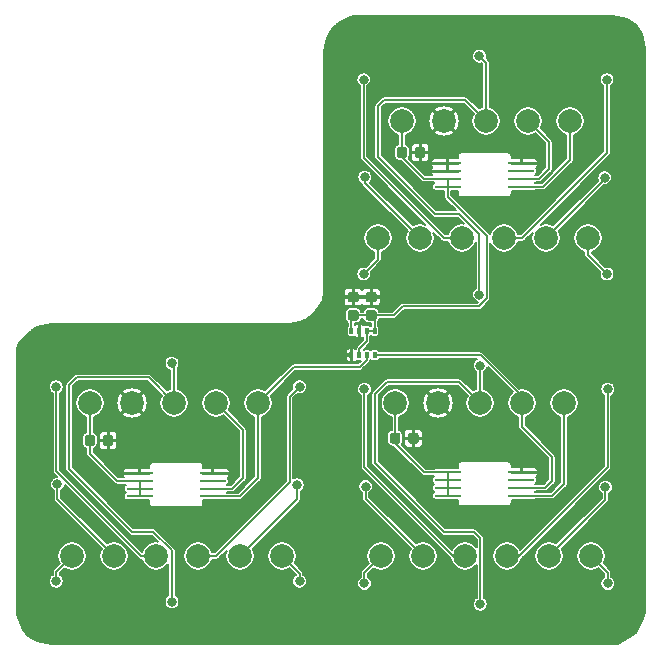
<source format=gbr>
%TF.GenerationSoftware,KiCad,Pcbnew,(5.1.10)-1*%
%TF.CreationDate,2023-09-09T18:48:20-05:00*%
%TF.ProjectId,perovskite_contact_board,7065726f-7673-46b6-9974-655f636f6e74,V3*%
%TF.SameCoordinates,Original*%
%TF.FileFunction,Copper,L2,Bot*%
%TF.FilePolarity,Positive*%
%FSLAX46Y46*%
G04 Gerber Fmt 4.6, Leading zero omitted, Abs format (unit mm)*
G04 Created by KiCad (PCBNEW (5.1.10)-1) date 2023-09-09 18:48:20*
%MOMM*%
%LPD*%
G01*
G04 APERTURE LIST*
%TA.AperFunction,SMDPad,CuDef*%
%ADD10R,0.350000X0.500000*%
%TD*%
%TA.AperFunction,SMDPad,CuDef*%
%ADD11C,2.000000*%
%TD*%
%TA.AperFunction,SMDPad,CuDef*%
%ADD12R,2.200000X0.220000*%
%TD*%
%TA.AperFunction,ViaPad*%
%ADD13C,0.800000*%
%TD*%
%TA.AperFunction,Conductor*%
%ADD14C,0.152400*%
%TD*%
%TA.AperFunction,Conductor*%
%ADD15C,0.100000*%
%TD*%
G04 APERTURE END LIST*
D10*
%TO.P,U7,5*%
%TO.N,VDD*%
X153629000Y-97527000D03*
%TO.P,U7,6*%
X152979000Y-97527000D03*
%TO.P,U7,7*%
%TO.N,GND*%
X152329000Y-97527000D03*
%TO.P,U7,8*%
%TO.N,VDD*%
X151679000Y-97527000D03*
%TO.P,U7,1*%
%TO.N,GND*%
X151679000Y-99577000D03*
%TO.P,U7,2*%
%TO.N,VDD*%
X152329000Y-99577000D03*
%TO.P,U7,3*%
%TO.N,SDA2*%
X152979000Y-99577000D03*
%TO.P,U7,4*%
%TO.N,SCL3*%
X153629000Y-99577000D03*
%TD*%
%TO.P,C5,2*%
%TO.N,GND*%
%TA.AperFunction,SMDPad,CuDef*%
G36*
G01*
X156471500Y-106866500D02*
X156471500Y-106366500D01*
G75*
G02*
X156696500Y-106141500I225000J0D01*
G01*
X157146500Y-106141500D01*
G75*
G02*
X157371500Y-106366500I0J-225000D01*
G01*
X157371500Y-106866500D01*
G75*
G02*
X157146500Y-107091500I-225000J0D01*
G01*
X156696500Y-107091500D01*
G75*
G02*
X156471500Y-106866500I0J225000D01*
G01*
G37*
%TD.AperFunction*%
%TO.P,C5,1*%
%TO.N,VDDF*%
%TA.AperFunction,SMDPad,CuDef*%
G36*
G01*
X154921500Y-106866500D02*
X154921500Y-106366500D01*
G75*
G02*
X155146500Y-106141500I225000J0D01*
G01*
X155596500Y-106141500D01*
G75*
G02*
X155821500Y-106366500I0J-225000D01*
G01*
X155821500Y-106866500D01*
G75*
G02*
X155596500Y-107091500I-225000J0D01*
G01*
X155146500Y-107091500D01*
G75*
G02*
X154921500Y-106866500I0J225000D01*
G01*
G37*
%TD.AperFunction*%
%TD*%
%TO.P,C4,2*%
%TO.N,GND*%
%TA.AperFunction,SMDPad,CuDef*%
G36*
G01*
X130627000Y-107057000D02*
X130627000Y-106557000D01*
G75*
G02*
X130852000Y-106332000I225000J0D01*
G01*
X131302000Y-106332000D01*
G75*
G02*
X131527000Y-106557000I0J-225000D01*
G01*
X131527000Y-107057000D01*
G75*
G02*
X131302000Y-107282000I-225000J0D01*
G01*
X130852000Y-107282000D01*
G75*
G02*
X130627000Y-107057000I0J225000D01*
G01*
G37*
%TD.AperFunction*%
%TO.P,C4,1*%
%TO.N,VDDA*%
%TA.AperFunction,SMDPad,CuDef*%
G36*
G01*
X129077000Y-107057000D02*
X129077000Y-106557000D01*
G75*
G02*
X129302000Y-106332000I225000J0D01*
G01*
X129752000Y-106332000D01*
G75*
G02*
X129977000Y-106557000I0J-225000D01*
G01*
X129977000Y-107057000D01*
G75*
G02*
X129752000Y-107282000I-225000J0D01*
G01*
X129302000Y-107282000D01*
G75*
G02*
X129077000Y-107057000I0J225000D01*
G01*
G37*
%TD.AperFunction*%
%TD*%
%TO.P,C3,2*%
%TO.N,GND*%
%TA.AperFunction,SMDPad,CuDef*%
G36*
G01*
X157043000Y-82673000D02*
X157043000Y-82173000D01*
G75*
G02*
X157268000Y-81948000I225000J0D01*
G01*
X157718000Y-81948000D01*
G75*
G02*
X157943000Y-82173000I0J-225000D01*
G01*
X157943000Y-82673000D01*
G75*
G02*
X157718000Y-82898000I-225000J0D01*
G01*
X157268000Y-82898000D01*
G75*
G02*
X157043000Y-82673000I0J225000D01*
G01*
G37*
%TD.AperFunction*%
%TO.P,C3,1*%
%TO.N,VDD*%
%TA.AperFunction,SMDPad,CuDef*%
G36*
G01*
X155493000Y-82673000D02*
X155493000Y-82173000D01*
G75*
G02*
X155718000Y-81948000I225000J0D01*
G01*
X156168000Y-81948000D01*
G75*
G02*
X156393000Y-82173000I0J-225000D01*
G01*
X156393000Y-82673000D01*
G75*
G02*
X156168000Y-82898000I-225000J0D01*
G01*
X155718000Y-82898000D01*
G75*
G02*
X155493000Y-82673000I0J225000D01*
G01*
G37*
%TD.AperFunction*%
%TD*%
%TO.P,C2,2*%
%TO.N,GND*%
%TA.AperFunction,SMDPad,CuDef*%
G36*
G01*
X152078500Y-95115500D02*
X151578500Y-95115500D01*
G75*
G02*
X151353500Y-94890500I0J225000D01*
G01*
X151353500Y-94440500D01*
G75*
G02*
X151578500Y-94215500I225000J0D01*
G01*
X152078500Y-94215500D01*
G75*
G02*
X152303500Y-94440500I0J-225000D01*
G01*
X152303500Y-94890500D01*
G75*
G02*
X152078500Y-95115500I-225000J0D01*
G01*
G37*
%TD.AperFunction*%
%TO.P,C2,1*%
%TO.N,VDD*%
%TA.AperFunction,SMDPad,CuDef*%
G36*
G01*
X152078500Y-96665500D02*
X151578500Y-96665500D01*
G75*
G02*
X151353500Y-96440500I0J225000D01*
G01*
X151353500Y-95990500D01*
G75*
G02*
X151578500Y-95765500I225000J0D01*
G01*
X152078500Y-95765500D01*
G75*
G02*
X152303500Y-95990500I0J-225000D01*
G01*
X152303500Y-96440500D01*
G75*
G02*
X152078500Y-96665500I-225000J0D01*
G01*
G37*
%TD.AperFunction*%
%TD*%
%TO.P,C1,2*%
%TO.N,GND*%
%TA.AperFunction,SMDPad,CuDef*%
G36*
G01*
X153602500Y-95115500D02*
X153102500Y-95115500D01*
G75*
G02*
X152877500Y-94890500I0J225000D01*
G01*
X152877500Y-94440500D01*
G75*
G02*
X153102500Y-94215500I225000J0D01*
G01*
X153602500Y-94215500D01*
G75*
G02*
X153827500Y-94440500I0J-225000D01*
G01*
X153827500Y-94890500D01*
G75*
G02*
X153602500Y-95115500I-225000J0D01*
G01*
G37*
%TD.AperFunction*%
%TO.P,C1,1*%
%TO.N,VDD*%
%TA.AperFunction,SMDPad,CuDef*%
G36*
G01*
X153602500Y-96665500D02*
X153102500Y-96665500D01*
G75*
G02*
X152877500Y-96440500I0J225000D01*
G01*
X152877500Y-95990500D01*
G75*
G02*
X153102500Y-95765500I225000J0D01*
G01*
X153602500Y-95765500D01*
G75*
G02*
X153827500Y-95990500I0J-225000D01*
G01*
X153827500Y-96440500D01*
G75*
G02*
X153602500Y-96665500I-225000J0D01*
G01*
G37*
%TD.AperFunction*%
%TD*%
D11*
%TO.P,JP103.8,1*%
%TO.N,SDA2*%
X143764000Y-103632000D03*
%TD*%
%TO.P,JP103.11,1*%
%TO.N,SCL3*%
X166116000Y-103632000D03*
%TD*%
%TO.P,JP103.7,1*%
%TO.N,SCL2*%
X140208000Y-103632000D03*
%TD*%
%TO.P,JP103.10,1*%
%TO.N,VDDF*%
X155384500Y-103632000D03*
%TD*%
%TO.P,JP103.6,1*%
%TO.N,VDDA*%
X129540000Y-103632000D03*
%TD*%
%TO.P,JP103.12,1*%
%TO.N,SDA3*%
X169672000Y-103632000D03*
%TD*%
%TO.P,JP103.5,1*%
%TO.N,GND*%
X133096000Y-103632000D03*
%TD*%
%TO.P,JP103.9,1*%
%TO.N,GND*%
X159004000Y-103632000D03*
%TD*%
%TO.P,JP103.4,1*%
%TO.N,SDA1*%
X170180000Y-79756000D03*
%TD*%
%TO.P,JP103.3,1*%
%TO.N,SCL1*%
X166624000Y-79756000D03*
%TD*%
%TO.P,JP103.2,1*%
%TO.N,VDD*%
X155956000Y-79756000D03*
%TD*%
%TO.P,JP103.1,1*%
%TO.N,GND*%
X159512000Y-79756000D03*
%TD*%
%TO.P,JP102.7,1*%
%TO.N,CP_3*%
X162560000Y-103632000D03*
%TD*%
%TO.P,JP102.6,1*%
%TO.N,CELL_18*%
X171958000Y-116586000D03*
%TD*%
%TO.P,JP102.5,1*%
%TO.N,CELL_17*%
X168402000Y-116586000D03*
%TD*%
%TO.P,JP102.4,1*%
%TO.N,CELL_16*%
X164846000Y-116586000D03*
%TD*%
%TO.P,JP102.3,1*%
%TO.N,CELL_15*%
X161290000Y-116586000D03*
%TD*%
%TO.P,JP102.2,1*%
%TO.N,CELL_14*%
X157734000Y-116586000D03*
%TD*%
%TO.P,JP102.1,1*%
%TO.N,CELL_13*%
X154178000Y-116586000D03*
%TD*%
%TO.P,JP101.7,1*%
%TO.N,CP_2*%
X136652000Y-103632000D03*
%TD*%
%TO.P,JP101.1,1*%
%TO.N,CELL_7*%
X128016000Y-116586000D03*
%TD*%
%TO.P,JP101.2,1*%
%TO.N,CELL_8*%
X131572000Y-116586000D03*
%TD*%
%TO.P,JP101.3,1*%
%TO.N,CELL_9*%
X135128000Y-116586000D03*
%TD*%
%TO.P,JP101.4,1*%
%TO.N,CELL_10*%
X138684000Y-116586000D03*
%TD*%
%TO.P,JP101.5,1*%
%TO.N,CELL_11*%
X142240000Y-116586000D03*
%TD*%
%TO.P,JP101.6,1*%
%TO.N,CELL_12*%
X145796000Y-116586000D03*
%TD*%
%TO.P,JP100.7,1*%
%TO.N,CP_1*%
X163068000Y-79756000D03*
%TD*%
%TO.P,JP100.6,1*%
%TO.N,CELL_6*%
X171704000Y-89662000D03*
%TD*%
%TO.P,JP100.5,1*%
%TO.N,CELL_5*%
X168148000Y-89662000D03*
%TD*%
%TO.P,JP100.4,1*%
%TO.N,CELL_4*%
X164592000Y-89662000D03*
%TD*%
%TO.P,JP100.3,1*%
%TO.N,CELL_3*%
X161036000Y-89662000D03*
%TD*%
%TO.P,JP100.2,1*%
%TO.N,CELL_2*%
X157480000Y-89662000D03*
%TD*%
%TO.P,JP100.1,1*%
%TO.N,CELL_1*%
X153924000Y-89662000D03*
%TD*%
D12*
%TO.P,U6,5*%
%TO.N,VDDF*%
X159841000Y-109515000D03*
%TO.P,U6,4*%
%TO.N,GND*%
X166041000Y-109515000D03*
%TO.P,U6,6*%
%TO.N,VDDF*%
X159841000Y-110165000D03*
%TO.P,U6,3*%
%TO.N,Net-(U6-Pad3)*%
X166041000Y-110165000D03*
%TO.P,U6,7*%
%TO.N,VDDF*%
X159841000Y-110815000D03*
%TO.P,U6,2*%
%TO.N,SCL3*%
X166041000Y-110815000D03*
%TO.P,U6,8*%
%TO.N,VDDF*%
X159841000Y-111465000D03*
%TO.P,U6,1*%
%TO.N,SDA3*%
X166041000Y-111465000D03*
%TD*%
%TO.P,U5,5*%
%TO.N,GND*%
X133742500Y-109578500D03*
%TO.P,U5,4*%
X139942500Y-109578500D03*
%TO.P,U5,6*%
%TO.N,VDDA*%
X133742500Y-110228500D03*
%TO.P,U5,3*%
%TO.N,Net-(U5-Pad3)*%
X139942500Y-110228500D03*
%TO.P,U5,7*%
%TO.N,VDDA*%
X133742500Y-110878500D03*
%TO.P,U5,2*%
%TO.N,SCL2*%
X139942500Y-110878500D03*
%TO.P,U5,8*%
%TO.N,VDDA*%
X133742500Y-111528500D03*
%TO.P,U5,1*%
%TO.N,SDA2*%
X139942500Y-111528500D03*
%TD*%
%TO.P,U4,5*%
%TO.N,GND*%
X159841000Y-83353000D03*
%TO.P,U4,4*%
X166041000Y-83353000D03*
%TO.P,U4,6*%
X159841000Y-84003000D03*
%TO.P,U4,3*%
%TO.N,Net-(U4-Pad3)*%
X166041000Y-84003000D03*
%TO.P,U4,7*%
%TO.N,VDD*%
X159841000Y-84653000D03*
%TO.P,U4,2*%
%TO.N,SCL1*%
X166041000Y-84653000D03*
%TO.P,U4,8*%
%TO.N,VDD*%
X159841000Y-85303000D03*
%TO.P,U4,1*%
%TO.N,SDA1*%
X166041000Y-85303000D03*
%TD*%
D13*
%TO.N,CELL_1*%
X152714000Y-92710000D03*
%TO.N,CELL_2*%
X152814000Y-84510000D03*
%TO.N,CELL_3*%
X152714000Y-76260000D03*
%TO.N,CELL_4*%
X173314000Y-76260000D03*
%TO.N,CELL_5*%
X173114000Y-84560000D03*
%TO.N,CELL_6*%
X173314000Y-92710000D03*
%TO.N,CP_1*%
X162514000Y-74260000D03*
X162514000Y-94460000D03*
%TO.N,CELL_12*%
X147279000Y-118713000D03*
%TO.N,CELL_11*%
X147079000Y-110563000D03*
%TO.N,CELL_10*%
X147279000Y-102263000D03*
%TO.N,CELL_9*%
X126679000Y-102263000D03*
%TO.N,CELL_8*%
X126779000Y-110513000D03*
%TO.N,CELL_7*%
X126679000Y-118713000D03*
%TO.N,CP_2*%
X136479000Y-120463000D03*
X136479000Y-100263000D03*
%TO.N,CELL_13*%
X152777500Y-118913000D03*
%TO.N,CELL_14*%
X152877500Y-110713000D03*
%TO.N,CELL_15*%
X152777500Y-102463000D03*
%TO.N,CELL_16*%
X173377500Y-102463000D03*
%TO.N,CELL_17*%
X173177500Y-110763000D03*
%TO.N,CELL_18*%
X173377500Y-118913000D03*
%TO.N,CP_3*%
X162577500Y-100463000D03*
X162577500Y-120663000D03*
%TD*%
D14*
%TO.N,CELL_1*%
X153924000Y-91500000D02*
X152714000Y-92710000D01*
X153924000Y-89662000D02*
X153924000Y-91500000D01*
%TO.N,CELL_2*%
X152814000Y-84996000D02*
X152814000Y-84510000D01*
X157480000Y-89662000D02*
X152814000Y-84996000D01*
%TO.N,CELL_3*%
X161036000Y-89662000D02*
X159512000Y-89662000D01*
X152714000Y-82864000D02*
X152714000Y-76260000D01*
X159512000Y-89662000D02*
X152714000Y-82864000D01*
%TO.N,CELL_4*%
X164592000Y-89662000D02*
X166116000Y-89662000D01*
X173314000Y-82464000D02*
X173314000Y-76260000D01*
X166116000Y-89662000D02*
X173314000Y-82464000D01*
%TO.N,CELL_5*%
X173114000Y-84696000D02*
X173114000Y-84560000D01*
X168148000Y-89662000D02*
X173114000Y-84696000D01*
%TO.N,CELL_6*%
X171704000Y-91100000D02*
X173314000Y-92710000D01*
X171704000Y-89662000D02*
X171704000Y-91100000D01*
%TO.N,CP_1*%
X163068000Y-74814000D02*
X162514000Y-74260000D01*
X163068000Y-79756000D02*
X163068000Y-74814000D01*
X158750000Y-87630000D02*
X160822330Y-87630000D01*
X153924000Y-82804000D02*
X158750000Y-87630000D01*
X154432000Y-77978000D02*
X153924000Y-78486000D01*
X160822330Y-87630000D02*
X162514000Y-89321670D01*
X153924000Y-78486000D02*
X153924000Y-82804000D01*
X161290000Y-77978000D02*
X154432000Y-77978000D01*
X162514000Y-89321670D02*
X162514000Y-94460000D01*
X163068000Y-79756000D02*
X161290000Y-77978000D01*
%TO.N,CELL_12*%
X147279000Y-118069000D02*
X147279000Y-118713000D01*
X145796000Y-116586000D02*
X147279000Y-118069000D01*
%TO.N,CELL_11*%
X147079000Y-111747000D02*
X147079000Y-110563000D01*
X142240000Y-116586000D02*
X147079000Y-111747000D01*
%TO.N,CELL_10*%
X138684000Y-116586000D02*
X140208000Y-116586000D01*
X146450399Y-103091601D02*
X147279000Y-102263000D01*
X146450399Y-110343601D02*
X146450399Y-103091601D01*
X140208000Y-116586000D02*
X146450399Y-110343601D01*
%TO.N,CELL_9*%
X135128000Y-116586000D02*
X133858000Y-116586000D01*
X126679000Y-109407000D02*
X126679000Y-102263000D01*
X133858000Y-116586000D02*
X126679000Y-109407000D01*
%TO.N,CELL_8*%
X126779000Y-111793000D02*
X126779000Y-110513000D01*
X131572000Y-116586000D02*
X126779000Y-111793000D01*
%TO.N,CELL_7*%
X126679000Y-117923000D02*
X126679000Y-118713000D01*
X128016000Y-116586000D02*
X126679000Y-117923000D01*
%TO.N,CP_2*%
X127762000Y-102108000D02*
X127762000Y-109220000D01*
X127762000Y-109220000D02*
X133096000Y-114554000D01*
X136479000Y-116118670D02*
X136479000Y-120463000D01*
X134914330Y-114554000D02*
X136479000Y-116118670D01*
X133096000Y-114554000D02*
X134914330Y-114554000D01*
X136652000Y-100436000D02*
X136479000Y-100263000D01*
X136652000Y-103632000D02*
X136652000Y-100436000D01*
X136652000Y-103632000D02*
X134493000Y-101473000D01*
X128397000Y-101473000D02*
X127762000Y-102108000D01*
X134493000Y-101473000D02*
X128397000Y-101473000D01*
%TO.N,CELL_13*%
X152777500Y-117986500D02*
X152777500Y-118913000D01*
X154178000Y-116586000D02*
X152777500Y-117986500D01*
%TO.N,CELL_14*%
X152877500Y-111729500D02*
X152877500Y-110713000D01*
X157734000Y-116586000D02*
X152877500Y-111729500D01*
%TO.N,CELL_15*%
X161290000Y-116586000D02*
X160274000Y-116586000D01*
X152777500Y-109089500D02*
X152777500Y-102463000D01*
X160274000Y-116586000D02*
X152777500Y-109089500D01*
%TO.N,CELL_16*%
X164846000Y-116586000D02*
X165862000Y-116586000D01*
X173377500Y-109070500D02*
X173377500Y-102463000D01*
X165862000Y-116586000D02*
X173377500Y-109070500D01*
%TO.N,CELL_17*%
X173177500Y-111810500D02*
X173177500Y-110763000D01*
X168402000Y-116586000D02*
X173177500Y-111810500D01*
%TO.N,CELL_18*%
X173377500Y-118005500D02*
X173377500Y-118913000D01*
X171958000Y-116586000D02*
X173377500Y-118005500D01*
%TO.N,CP_3*%
X162560000Y-100480500D02*
X162577500Y-100463000D01*
X162560000Y-103632000D02*
X162560000Y-100480500D01*
X162577500Y-115079500D02*
X162577500Y-120663000D01*
X162052000Y-114554000D02*
X162577500Y-115079500D01*
X159512000Y-114554000D02*
X162052000Y-114554000D01*
X153670000Y-108712000D02*
X159512000Y-114554000D01*
X154686000Y-101854000D02*
X153670000Y-102870000D01*
X160782000Y-101854000D02*
X154686000Y-101854000D01*
X153670000Y-102870000D02*
X153670000Y-108712000D01*
X162560000Y-103632000D02*
X160782000Y-101854000D01*
%TO.N,VDD*%
X159841000Y-84653000D02*
X157805000Y-84653000D01*
X155956000Y-82804000D02*
X155956000Y-79756000D01*
X157805000Y-84653000D02*
X155956000Y-82804000D01*
X152329000Y-99577000D02*
X152329000Y-99067500D01*
X152979000Y-98417500D02*
X152979000Y-97527000D01*
X152329000Y-99067500D02*
X152979000Y-98417500D01*
X152979000Y-97527000D02*
X153629000Y-97527000D01*
X151679000Y-96365000D02*
X151828500Y-96215500D01*
X151679000Y-97527000D02*
X151679000Y-96365000D01*
X153629000Y-96492000D02*
X153352500Y-96215500D01*
X153629000Y-97527000D02*
X153629000Y-96492000D01*
X153352500Y-96215500D02*
X151828500Y-96215500D01*
X153352500Y-96215500D02*
X155244500Y-96215500D01*
X155244500Y-96215500D02*
X156019500Y-95440500D01*
X163142601Y-94761729D02*
X163142601Y-89482601D01*
X162463830Y-95440500D02*
X163142601Y-94761729D01*
X156019500Y-95440500D02*
X162463830Y-95440500D01*
X159841000Y-86181000D02*
X159841000Y-85165000D01*
X163142601Y-89482601D02*
X159841000Y-86181000D01*
X159841000Y-85165000D02*
X159841000Y-84653000D01*
X159841000Y-85303000D02*
X159841000Y-85165000D01*
%TO.N,SCL3*%
X166041000Y-110815000D02*
X168077000Y-110815000D01*
X168077000Y-110815000D02*
X168656000Y-110236000D01*
X168656000Y-110236000D02*
X168656000Y-108204000D01*
X166116000Y-105664000D02*
X166116000Y-103632000D01*
X168656000Y-108204000D02*
X166116000Y-105664000D01*
X166116000Y-103071170D02*
X166116000Y-103632000D01*
X162621830Y-99577000D02*
X166116000Y-103071170D01*
X153629000Y-99577000D02*
X162621830Y-99577000D01*
%TO.N,SDA1*%
X170180000Y-79756000D02*
X170180000Y-83058000D01*
X167935000Y-85303000D02*
X166041000Y-85303000D01*
X170180000Y-83058000D02*
X167935000Y-85303000D01*
%TO.N,VDDA*%
X133742500Y-111528500D02*
X133742500Y-110878500D01*
X133742500Y-110878500D02*
X133742500Y-110228500D01*
X133742500Y-110228500D02*
X131818500Y-110228500D01*
X129540000Y-107950000D02*
X129540000Y-103632000D01*
X131818500Y-110228500D02*
X129540000Y-107950000D01*
%TO.N,VDDF*%
X159841000Y-111465000D02*
X159841000Y-110815000D01*
X159841000Y-110165000D02*
X159841000Y-110815000D01*
X159841000Y-109515000D02*
X159841000Y-110165000D01*
X155384500Y-103632000D02*
X155384500Y-107061000D01*
X157838500Y-109515000D02*
X159841000Y-109515000D01*
X155384500Y-107061000D02*
X157838500Y-109515000D01*
%TO.N,SCL2*%
X139942500Y-110878500D02*
X141597500Y-110878500D01*
X141597500Y-110878500D02*
X142494000Y-109982000D01*
X142494000Y-105918000D02*
X140208000Y-103632000D01*
X142487110Y-108324110D02*
X142494000Y-108331000D01*
X142494000Y-108331000D02*
X142494000Y-105918000D01*
X142494000Y-109982000D02*
X142494000Y-108331000D01*
%TO.N,SDA2*%
X143764000Y-103632000D02*
X143764000Y-109982000D01*
X142217500Y-111528500D02*
X139942500Y-111528500D01*
X143764000Y-109982000D02*
X142217500Y-111528500D01*
X152979000Y-99979400D02*
X152374400Y-100584000D01*
X152979000Y-99577000D02*
X152979000Y-99979400D01*
X146812000Y-100584000D02*
X143764000Y-103632000D01*
X152374400Y-100584000D02*
X146812000Y-100584000D01*
%TO.N,SDA3*%
X168697000Y-111465000D02*
X166041000Y-111465000D01*
X169672000Y-110490000D02*
X168697000Y-111465000D01*
X169672000Y-103632000D02*
X169672000Y-110490000D01*
%TO.N,SCL1*%
X166041000Y-84653000D02*
X167569000Y-84653000D01*
X167569000Y-84653000D02*
X168402000Y-83820000D01*
X168402000Y-81534000D02*
X166624000Y-79756000D01*
X168402000Y-83820000D02*
X168402000Y-81534000D01*
%TD*%
%TO.N,GND*%
X175039543Y-71128109D02*
X175776552Y-71619448D01*
X176267736Y-72356226D01*
X176517300Y-73604013D01*
X176517300Y-121336133D01*
X176268917Y-122081283D01*
X176017648Y-122584391D01*
X175772407Y-123074317D01*
X174284749Y-124066300D01*
X126309044Y-124066300D01*
X125061225Y-123816736D01*
X124318050Y-123321286D01*
X123826441Y-122829677D01*
X123329700Y-121587825D01*
X123329700Y-118651088D01*
X126050400Y-118651088D01*
X126050400Y-118774912D01*
X126074556Y-118896356D01*
X126121941Y-119010754D01*
X126190734Y-119113709D01*
X126278291Y-119201266D01*
X126381246Y-119270059D01*
X126495644Y-119317444D01*
X126617088Y-119341600D01*
X126740912Y-119341600D01*
X126862356Y-119317444D01*
X126976754Y-119270059D01*
X127079709Y-119201266D01*
X127167266Y-119113709D01*
X127236059Y-119010754D01*
X127283444Y-118896356D01*
X127307600Y-118774912D01*
X127307600Y-118651088D01*
X127283444Y-118529644D01*
X127236059Y-118415246D01*
X127167266Y-118312291D01*
X127079709Y-118224734D01*
X126983800Y-118160649D01*
X126983800Y-118049251D01*
X127388626Y-117644426D01*
X127434040Y-117674771D01*
X127657631Y-117767386D01*
X127894993Y-117814600D01*
X128137007Y-117814600D01*
X128374369Y-117767386D01*
X128597960Y-117674771D01*
X128799187Y-117540316D01*
X128970316Y-117369187D01*
X129104771Y-117167960D01*
X129197386Y-116944369D01*
X129244600Y-116707007D01*
X129244600Y-116464993D01*
X129197386Y-116227631D01*
X129104771Y-116004040D01*
X128970316Y-115802813D01*
X128799187Y-115631684D01*
X128597960Y-115497229D01*
X128374369Y-115404614D01*
X128137007Y-115357400D01*
X127894993Y-115357400D01*
X127657631Y-115404614D01*
X127434040Y-115497229D01*
X127232813Y-115631684D01*
X127061684Y-115802813D01*
X126927229Y-116004040D01*
X126834614Y-116227631D01*
X126787400Y-116464993D01*
X126787400Y-116707007D01*
X126834614Y-116944369D01*
X126927229Y-117167960D01*
X126957574Y-117213374D01*
X126474061Y-117696888D01*
X126462432Y-117706432D01*
X126424342Y-117752844D01*
X126406599Y-117786040D01*
X126396040Y-117805795D01*
X126381893Y-117852432D01*
X126378611Y-117863250D01*
X126374200Y-117908035D01*
X126374200Y-117908042D01*
X126372727Y-117923000D01*
X126374200Y-117937958D01*
X126374200Y-118160649D01*
X126278291Y-118224734D01*
X126190734Y-118312291D01*
X126121941Y-118415246D01*
X126074556Y-118529644D01*
X126050400Y-118651088D01*
X123329700Y-118651088D01*
X123329700Y-102201088D01*
X126050400Y-102201088D01*
X126050400Y-102324912D01*
X126074556Y-102446356D01*
X126121941Y-102560754D01*
X126190734Y-102663709D01*
X126278291Y-102751266D01*
X126374201Y-102815352D01*
X126374200Y-109392042D01*
X126372727Y-109407000D01*
X126374200Y-109421958D01*
X126374200Y-109421965D01*
X126378611Y-109466750D01*
X126396040Y-109524205D01*
X126424342Y-109577156D01*
X126462432Y-109623568D01*
X126474061Y-109633112D01*
X126725349Y-109884400D01*
X126717088Y-109884400D01*
X126595644Y-109908556D01*
X126481246Y-109955941D01*
X126378291Y-110024734D01*
X126290734Y-110112291D01*
X126221941Y-110215246D01*
X126174556Y-110329644D01*
X126150400Y-110451088D01*
X126150400Y-110574912D01*
X126174556Y-110696356D01*
X126221941Y-110810754D01*
X126290734Y-110913709D01*
X126378291Y-111001266D01*
X126474201Y-111065351D01*
X126474200Y-111778042D01*
X126472727Y-111793000D01*
X126474200Y-111807958D01*
X126474200Y-111807965D01*
X126478016Y-111846705D01*
X126478611Y-111852751D01*
X126483920Y-111870251D01*
X126496040Y-111910205D01*
X126524342Y-111963156D01*
X126562432Y-112009568D01*
X126574061Y-112019112D01*
X130513574Y-115958626D01*
X130483229Y-116004040D01*
X130390614Y-116227631D01*
X130343400Y-116464993D01*
X130343400Y-116707007D01*
X130390614Y-116944369D01*
X130483229Y-117167960D01*
X130617684Y-117369187D01*
X130788813Y-117540316D01*
X130990040Y-117674771D01*
X131213631Y-117767386D01*
X131450993Y-117814600D01*
X131693007Y-117814600D01*
X131930369Y-117767386D01*
X132153960Y-117674771D01*
X132355187Y-117540316D01*
X132526316Y-117369187D01*
X132660771Y-117167960D01*
X132753386Y-116944369D01*
X132800600Y-116707007D01*
X132800600Y-116464993D01*
X132753386Y-116227631D01*
X132660771Y-116004040D01*
X132526316Y-115802813D01*
X132355187Y-115631684D01*
X132153960Y-115497229D01*
X131930369Y-115404614D01*
X131693007Y-115357400D01*
X131450993Y-115357400D01*
X131213631Y-115404614D01*
X130990040Y-115497229D01*
X130944626Y-115527574D01*
X127083800Y-111666749D01*
X127083800Y-111065351D01*
X127179709Y-111001266D01*
X127267266Y-110913709D01*
X127336059Y-110810754D01*
X127383444Y-110696356D01*
X127407600Y-110574912D01*
X127407600Y-110566651D01*
X133631891Y-116790943D01*
X133641432Y-116802568D01*
X133687843Y-116840658D01*
X133740794Y-116868960D01*
X133784876Y-116882332D01*
X133798248Y-116886389D01*
X133803889Y-116886945D01*
X133843034Y-116890800D01*
X133843041Y-116890800D01*
X133857999Y-116892273D01*
X133872957Y-116890800D01*
X133935959Y-116890800D01*
X133946614Y-116944369D01*
X134039229Y-117167960D01*
X134173684Y-117369187D01*
X134344813Y-117540316D01*
X134546040Y-117674771D01*
X134769631Y-117767386D01*
X135006993Y-117814600D01*
X135249007Y-117814600D01*
X135486369Y-117767386D01*
X135709960Y-117674771D01*
X135911187Y-117540316D01*
X136082316Y-117369187D01*
X136174200Y-117231672D01*
X136174201Y-119910648D01*
X136078291Y-119974734D01*
X135990734Y-120062291D01*
X135921941Y-120165246D01*
X135874556Y-120279644D01*
X135850400Y-120401088D01*
X135850400Y-120524912D01*
X135874556Y-120646356D01*
X135921941Y-120760754D01*
X135990734Y-120863709D01*
X136078291Y-120951266D01*
X136181246Y-121020059D01*
X136295644Y-121067444D01*
X136417088Y-121091600D01*
X136540912Y-121091600D01*
X136662356Y-121067444D01*
X136776754Y-121020059D01*
X136879709Y-120951266D01*
X136967266Y-120863709D01*
X137036059Y-120760754D01*
X137083444Y-120646356D01*
X137107600Y-120524912D01*
X137107600Y-120401088D01*
X137083444Y-120279644D01*
X137036059Y-120165246D01*
X136967266Y-120062291D01*
X136879709Y-119974734D01*
X136783800Y-119910649D01*
X136783800Y-116464993D01*
X137455400Y-116464993D01*
X137455400Y-116707007D01*
X137502614Y-116944369D01*
X137595229Y-117167960D01*
X137729684Y-117369187D01*
X137900813Y-117540316D01*
X138102040Y-117674771D01*
X138325631Y-117767386D01*
X138562993Y-117814600D01*
X138805007Y-117814600D01*
X139042369Y-117767386D01*
X139265960Y-117674771D01*
X139467187Y-117540316D01*
X139638316Y-117369187D01*
X139772771Y-117167960D01*
X139865386Y-116944369D01*
X139876041Y-116890800D01*
X140193042Y-116890800D01*
X140208000Y-116892273D01*
X140222958Y-116890800D01*
X140222966Y-116890800D01*
X140267751Y-116886389D01*
X140325206Y-116868960D01*
X140378157Y-116840658D01*
X140424568Y-116802568D01*
X140434112Y-116790939D01*
X141101885Y-116123166D01*
X141058614Y-116227631D01*
X141011400Y-116464993D01*
X141011400Y-116707007D01*
X141058614Y-116944369D01*
X141151229Y-117167960D01*
X141285684Y-117369187D01*
X141456813Y-117540316D01*
X141658040Y-117674771D01*
X141881631Y-117767386D01*
X142118993Y-117814600D01*
X142361007Y-117814600D01*
X142598369Y-117767386D01*
X142821960Y-117674771D01*
X143023187Y-117540316D01*
X143194316Y-117369187D01*
X143328771Y-117167960D01*
X143421386Y-116944369D01*
X143468600Y-116707007D01*
X143468600Y-116464993D01*
X144567400Y-116464993D01*
X144567400Y-116707007D01*
X144614614Y-116944369D01*
X144707229Y-117167960D01*
X144841684Y-117369187D01*
X145012813Y-117540316D01*
X145214040Y-117674771D01*
X145437631Y-117767386D01*
X145674993Y-117814600D01*
X145917007Y-117814600D01*
X146154369Y-117767386D01*
X146377960Y-117674771D01*
X146423375Y-117644426D01*
X146953457Y-118174509D01*
X146878291Y-118224734D01*
X146790734Y-118312291D01*
X146721941Y-118415246D01*
X146674556Y-118529644D01*
X146650400Y-118651088D01*
X146650400Y-118774912D01*
X146674556Y-118896356D01*
X146721941Y-119010754D01*
X146790734Y-119113709D01*
X146878291Y-119201266D01*
X146981246Y-119270059D01*
X147095644Y-119317444D01*
X147217088Y-119341600D01*
X147340912Y-119341600D01*
X147462356Y-119317444D01*
X147576754Y-119270059D01*
X147679709Y-119201266D01*
X147767266Y-119113709D01*
X147836059Y-119010754D01*
X147883444Y-118896356D01*
X147892448Y-118851088D01*
X152148900Y-118851088D01*
X152148900Y-118974912D01*
X152173056Y-119096356D01*
X152220441Y-119210754D01*
X152289234Y-119313709D01*
X152376791Y-119401266D01*
X152479746Y-119470059D01*
X152594144Y-119517444D01*
X152715588Y-119541600D01*
X152839412Y-119541600D01*
X152960856Y-119517444D01*
X153075254Y-119470059D01*
X153178209Y-119401266D01*
X153265766Y-119313709D01*
X153334559Y-119210754D01*
X153381944Y-119096356D01*
X153406100Y-118974912D01*
X153406100Y-118851088D01*
X153381944Y-118729644D01*
X153334559Y-118615246D01*
X153265766Y-118512291D01*
X153178209Y-118424734D01*
X153082300Y-118360649D01*
X153082300Y-118112751D01*
X153550625Y-117644426D01*
X153596040Y-117674771D01*
X153819631Y-117767386D01*
X154056993Y-117814600D01*
X154299007Y-117814600D01*
X154536369Y-117767386D01*
X154759960Y-117674771D01*
X154961187Y-117540316D01*
X155132316Y-117369187D01*
X155266771Y-117167960D01*
X155359386Y-116944369D01*
X155406600Y-116707007D01*
X155406600Y-116464993D01*
X155359386Y-116227631D01*
X155266771Y-116004040D01*
X155132316Y-115802813D01*
X154961187Y-115631684D01*
X154759960Y-115497229D01*
X154536369Y-115404614D01*
X154299007Y-115357400D01*
X154056993Y-115357400D01*
X153819631Y-115404614D01*
X153596040Y-115497229D01*
X153394813Y-115631684D01*
X153223684Y-115802813D01*
X153089229Y-116004040D01*
X152996614Y-116227631D01*
X152949400Y-116464993D01*
X152949400Y-116707007D01*
X152996614Y-116944369D01*
X153089229Y-117167960D01*
X153119574Y-117213375D01*
X152572561Y-117760388D01*
X152560932Y-117769932D01*
X152522842Y-117816344D01*
X152512687Y-117835344D01*
X152494540Y-117869295D01*
X152478249Y-117923000D01*
X152477111Y-117926750D01*
X152472700Y-117971535D01*
X152472700Y-117971542D01*
X152471227Y-117986500D01*
X152472700Y-118001458D01*
X152472700Y-118360649D01*
X152376791Y-118424734D01*
X152289234Y-118512291D01*
X152220441Y-118615246D01*
X152173056Y-118729644D01*
X152148900Y-118851088D01*
X147892448Y-118851088D01*
X147907600Y-118774912D01*
X147907600Y-118651088D01*
X147883444Y-118529644D01*
X147836059Y-118415246D01*
X147767266Y-118312291D01*
X147679709Y-118224734D01*
X147583800Y-118160649D01*
X147583800Y-118083958D01*
X147585273Y-118069000D01*
X147583800Y-118054042D01*
X147583800Y-118054034D01*
X147579389Y-118009249D01*
X147578252Y-118005499D01*
X147561960Y-117951794D01*
X147533658Y-117898843D01*
X147495568Y-117852432D01*
X147483945Y-117842893D01*
X146854426Y-117213375D01*
X146884771Y-117167960D01*
X146977386Y-116944369D01*
X147024600Y-116707007D01*
X147024600Y-116464993D01*
X146977386Y-116227631D01*
X146884771Y-116004040D01*
X146750316Y-115802813D01*
X146579187Y-115631684D01*
X146377960Y-115497229D01*
X146154369Y-115404614D01*
X145917007Y-115357400D01*
X145674993Y-115357400D01*
X145437631Y-115404614D01*
X145214040Y-115497229D01*
X145012813Y-115631684D01*
X144841684Y-115802813D01*
X144707229Y-116004040D01*
X144614614Y-116227631D01*
X144567400Y-116464993D01*
X143468600Y-116464993D01*
X143421386Y-116227631D01*
X143328771Y-116004040D01*
X143298426Y-115958625D01*
X147283945Y-111973107D01*
X147295568Y-111963568D01*
X147333658Y-111917157D01*
X147361960Y-111864206D01*
X147378252Y-111810500D01*
X147379389Y-111806752D01*
X147380743Y-111793000D01*
X147383800Y-111761966D01*
X147383800Y-111761959D01*
X147385273Y-111747001D01*
X147383800Y-111732043D01*
X147383800Y-111115351D01*
X147479709Y-111051266D01*
X147567266Y-110963709D01*
X147636059Y-110860754D01*
X147683444Y-110746356D01*
X147702393Y-110651088D01*
X152248900Y-110651088D01*
X152248900Y-110774912D01*
X152273056Y-110896356D01*
X152320441Y-111010754D01*
X152389234Y-111113709D01*
X152476791Y-111201266D01*
X152572700Y-111265351D01*
X152572700Y-111714542D01*
X152571227Y-111729500D01*
X152572700Y-111744458D01*
X152572700Y-111744465D01*
X152576511Y-111783157D01*
X152577111Y-111789251D01*
X152589319Y-111829494D01*
X152594540Y-111846705D01*
X152622842Y-111899656D01*
X152660932Y-111946068D01*
X152672561Y-111955612D01*
X156675574Y-115958626D01*
X156645229Y-116004040D01*
X156552614Y-116227631D01*
X156505400Y-116464993D01*
X156505400Y-116707007D01*
X156552614Y-116944369D01*
X156645229Y-117167960D01*
X156779684Y-117369187D01*
X156950813Y-117540316D01*
X157152040Y-117674771D01*
X157375631Y-117767386D01*
X157612993Y-117814600D01*
X157855007Y-117814600D01*
X158092369Y-117767386D01*
X158315960Y-117674771D01*
X158517187Y-117540316D01*
X158688316Y-117369187D01*
X158822771Y-117167960D01*
X158915386Y-116944369D01*
X158962600Y-116707007D01*
X158962600Y-116464993D01*
X158915386Y-116227631D01*
X158822771Y-116004040D01*
X158688316Y-115802813D01*
X158517187Y-115631684D01*
X158315960Y-115497229D01*
X158092369Y-115404614D01*
X157855007Y-115357400D01*
X157612993Y-115357400D01*
X157375631Y-115404614D01*
X157152040Y-115497229D01*
X157106626Y-115527574D01*
X153182300Y-111603249D01*
X153182300Y-111265351D01*
X153278209Y-111201266D01*
X153365766Y-111113709D01*
X153434559Y-111010754D01*
X153481944Y-110896356D01*
X153506100Y-110774912D01*
X153506100Y-110651088D01*
X153481944Y-110529644D01*
X153434559Y-110415246D01*
X153365766Y-110312291D01*
X153278209Y-110224734D01*
X153175254Y-110155941D01*
X153060856Y-110108556D01*
X152939412Y-110084400D01*
X152815588Y-110084400D01*
X152694144Y-110108556D01*
X152579746Y-110155941D01*
X152476791Y-110224734D01*
X152389234Y-110312291D01*
X152320441Y-110415246D01*
X152273056Y-110529644D01*
X152248900Y-110651088D01*
X147702393Y-110651088D01*
X147707600Y-110624912D01*
X147707600Y-110501088D01*
X147683444Y-110379644D01*
X147636059Y-110265246D01*
X147567266Y-110162291D01*
X147479709Y-110074734D01*
X147376754Y-110005941D01*
X147262356Y-109958556D01*
X147140912Y-109934400D01*
X147017088Y-109934400D01*
X146895644Y-109958556D01*
X146781246Y-110005941D01*
X146755199Y-110023345D01*
X146755199Y-103217852D01*
X147103955Y-102869097D01*
X147217088Y-102891600D01*
X147340912Y-102891600D01*
X147462356Y-102867444D01*
X147576754Y-102820059D01*
X147679709Y-102751266D01*
X147767266Y-102663709D01*
X147836059Y-102560754D01*
X147883444Y-102446356D01*
X147907600Y-102324912D01*
X147907600Y-102201088D01*
X147883444Y-102079644D01*
X147836059Y-101965246D01*
X147767266Y-101862291D01*
X147679709Y-101774734D01*
X147576754Y-101705941D01*
X147462356Y-101658556D01*
X147340912Y-101634400D01*
X147217088Y-101634400D01*
X147095644Y-101658556D01*
X146981246Y-101705941D01*
X146878291Y-101774734D01*
X146790734Y-101862291D01*
X146721941Y-101965246D01*
X146674556Y-102079644D01*
X146650400Y-102201088D01*
X146650400Y-102324912D01*
X146672903Y-102438045D01*
X146245456Y-102865493D01*
X146233832Y-102875033D01*
X146195742Y-102921444D01*
X146191302Y-102929751D01*
X146167439Y-102974396D01*
X146150010Y-103031850D01*
X146144126Y-103091601D01*
X146145600Y-103106569D01*
X146145599Y-110217349D01*
X140081749Y-116281200D01*
X139876041Y-116281200D01*
X139865386Y-116227631D01*
X139772771Y-116004040D01*
X139638316Y-115802813D01*
X139467187Y-115631684D01*
X139265960Y-115497229D01*
X139042369Y-115404614D01*
X138805007Y-115357400D01*
X138562993Y-115357400D01*
X138325631Y-115404614D01*
X138102040Y-115497229D01*
X137900813Y-115631684D01*
X137729684Y-115802813D01*
X137595229Y-116004040D01*
X137502614Y-116227631D01*
X137455400Y-116464993D01*
X136783800Y-116464993D01*
X136783800Y-116133628D01*
X136785273Y-116118670D01*
X136783800Y-116103712D01*
X136783800Y-116103704D01*
X136779389Y-116058919D01*
X136761960Y-116001464D01*
X136733658Y-115948513D01*
X136719798Y-115931625D01*
X136705109Y-115913726D01*
X136705103Y-115913720D01*
X136695568Y-115902102D01*
X136683951Y-115892568D01*
X135140442Y-114349061D01*
X135130898Y-114337432D01*
X135084487Y-114299342D01*
X135031536Y-114271040D01*
X134974081Y-114253611D01*
X134929296Y-114249200D01*
X134929288Y-114249200D01*
X134914330Y-114247727D01*
X134899372Y-114249200D01*
X133222252Y-114249200D01*
X128066800Y-109093749D01*
X128066800Y-103510993D01*
X128311400Y-103510993D01*
X128311400Y-103753007D01*
X128358614Y-103990369D01*
X128451229Y-104213960D01*
X128585684Y-104415187D01*
X128756813Y-104586316D01*
X128958040Y-104720771D01*
X129181631Y-104813386D01*
X129235201Y-104824042D01*
X129235200Y-106108873D01*
X129213291Y-106111031D01*
X129127992Y-106136906D01*
X129049379Y-106178926D01*
X128980474Y-106235474D01*
X128923926Y-106304379D01*
X128881906Y-106382992D01*
X128856031Y-106468291D01*
X128847294Y-106557000D01*
X128847294Y-107057000D01*
X128856031Y-107145709D01*
X128881906Y-107231008D01*
X128923926Y-107309621D01*
X128980474Y-107378526D01*
X129049379Y-107435074D01*
X129127992Y-107477094D01*
X129213291Y-107502969D01*
X129235200Y-107505127D01*
X129235200Y-107935042D01*
X129233727Y-107950000D01*
X129235200Y-107964958D01*
X129235200Y-107964965D01*
X129237413Y-107987432D01*
X129239611Y-108009751D01*
X129249136Y-108041150D01*
X129257040Y-108067205D01*
X129285342Y-108120156D01*
X129323432Y-108166568D01*
X129335061Y-108176112D01*
X131592392Y-110433444D01*
X131601932Y-110445068D01*
X131648343Y-110483158D01*
X131701294Y-110511460D01*
X131758749Y-110528889D01*
X131803534Y-110533300D01*
X131803542Y-110533300D01*
X131818500Y-110534773D01*
X131833458Y-110533300D01*
X132522003Y-110533300D01*
X132554595Y-110550721D01*
X132563757Y-110553500D01*
X132554595Y-110556279D01*
X132514882Y-110577506D01*
X132480073Y-110606073D01*
X132451506Y-110640882D01*
X132430279Y-110680595D01*
X132417208Y-110723687D01*
X132412794Y-110768500D01*
X132412794Y-110988500D01*
X132417208Y-111033313D01*
X132430279Y-111076405D01*
X132451506Y-111116118D01*
X132480073Y-111150927D01*
X132514882Y-111179494D01*
X132554595Y-111200721D01*
X132563757Y-111203500D01*
X132554595Y-111206279D01*
X132514882Y-111227506D01*
X132480073Y-111256073D01*
X132451506Y-111290882D01*
X132430279Y-111330595D01*
X132417208Y-111373687D01*
X132412794Y-111418500D01*
X132412794Y-111638500D01*
X132417208Y-111683313D01*
X132430279Y-111726405D01*
X132451506Y-111766118D01*
X132480073Y-111800927D01*
X132514882Y-111829494D01*
X132554595Y-111850721D01*
X132597687Y-111863792D01*
X132642500Y-111868206D01*
X134556901Y-111868206D01*
X134556901Y-112192031D01*
X134555673Y-112204500D01*
X134560569Y-112254214D01*
X134575071Y-112302018D01*
X134598619Y-112346074D01*
X134630310Y-112384690D01*
X134668926Y-112416381D01*
X134712982Y-112439929D01*
X134760786Y-112454431D01*
X134798041Y-112458100D01*
X134810500Y-112459327D01*
X134822959Y-112458100D01*
X138862041Y-112458100D01*
X138874500Y-112459327D01*
X138886959Y-112458100D01*
X138924214Y-112454431D01*
X138972018Y-112439929D01*
X139016074Y-112416381D01*
X139054690Y-112384690D01*
X139086381Y-112346074D01*
X139109929Y-112302018D01*
X139124431Y-112254214D01*
X139129327Y-112204500D01*
X139128100Y-112192041D01*
X139128100Y-111868206D01*
X141042500Y-111868206D01*
X141087313Y-111863792D01*
X141130405Y-111850721D01*
X141162997Y-111833300D01*
X142202542Y-111833300D01*
X142217500Y-111834773D01*
X142232458Y-111833300D01*
X142232466Y-111833300D01*
X142277251Y-111828889D01*
X142334706Y-111811460D01*
X142387657Y-111783158D01*
X142434068Y-111745068D01*
X142443612Y-111733439D01*
X143968944Y-110208108D01*
X143980568Y-110198568D01*
X144018658Y-110152157D01*
X144046960Y-110099206D01*
X144064389Y-110041751D01*
X144068800Y-109996966D01*
X144068800Y-109996959D01*
X144070273Y-109982001D01*
X144068800Y-109967043D01*
X144068800Y-104824041D01*
X144122369Y-104813386D01*
X144345960Y-104720771D01*
X144547187Y-104586316D01*
X144718316Y-104415187D01*
X144852771Y-104213960D01*
X144945386Y-103990369D01*
X144992600Y-103753007D01*
X144992600Y-103510993D01*
X144945386Y-103273631D01*
X144852771Y-103050040D01*
X144822426Y-103004625D01*
X146938252Y-100888800D01*
X152359442Y-100888800D01*
X152374400Y-100890273D01*
X152389358Y-100888800D01*
X152389366Y-100888800D01*
X152434151Y-100884389D01*
X152491606Y-100866960D01*
X152544557Y-100838658D01*
X152590968Y-100800568D01*
X152600512Y-100788939D01*
X153183950Y-100205503D01*
X153195568Y-100195968D01*
X153205103Y-100184350D01*
X153205109Y-100184344D01*
X153222944Y-100162611D01*
X153233658Y-100149557D01*
X153261960Y-100096606D01*
X153279389Y-100039151D01*
X153281465Y-100018076D01*
X153281618Y-100017994D01*
X153304000Y-99999626D01*
X153326382Y-100017994D01*
X153366095Y-100039221D01*
X153409187Y-100052292D01*
X153454000Y-100056706D01*
X153804000Y-100056706D01*
X153848813Y-100052292D01*
X153891905Y-100039221D01*
X153931618Y-100017994D01*
X153966427Y-99989427D01*
X153994994Y-99954618D01*
X154016221Y-99914905D01*
X154026263Y-99881800D01*
X162338028Y-99881800D01*
X162279746Y-99905941D01*
X162176791Y-99974734D01*
X162089234Y-100062291D01*
X162020441Y-100165246D01*
X161973056Y-100279644D01*
X161948900Y-100401088D01*
X161948900Y-100524912D01*
X161973056Y-100646356D01*
X162020441Y-100760754D01*
X162089234Y-100863709D01*
X162176791Y-100951266D01*
X162255201Y-101003658D01*
X162255200Y-102439958D01*
X162201631Y-102450614D01*
X161978040Y-102543229D01*
X161932625Y-102573574D01*
X161008112Y-101649061D01*
X160998568Y-101637432D01*
X160952157Y-101599342D01*
X160899206Y-101571040D01*
X160841751Y-101553611D01*
X160796966Y-101549200D01*
X160796958Y-101549200D01*
X160782000Y-101547727D01*
X160767042Y-101549200D01*
X154700958Y-101549200D01*
X154686000Y-101547727D01*
X154671042Y-101549200D01*
X154671034Y-101549200D01*
X154631403Y-101553103D01*
X154626248Y-101553611D01*
X154568794Y-101571040D01*
X154515843Y-101599342D01*
X154469432Y-101637432D01*
X154459892Y-101649056D01*
X153465061Y-102643888D01*
X153453432Y-102653432D01*
X153415342Y-102699844D01*
X153387040Y-102752795D01*
X153369611Y-102810250D01*
X153365200Y-102855035D01*
X153365200Y-102855042D01*
X153363727Y-102870000D01*
X153365200Y-102884958D01*
X153365201Y-108697032D01*
X153363727Y-108712000D01*
X153369611Y-108771751D01*
X153387040Y-108829205D01*
X153387041Y-108829206D01*
X153415343Y-108882157D01*
X153453433Y-108928568D01*
X153465057Y-108938108D01*
X159285891Y-114758943D01*
X159295432Y-114770568D01*
X159341843Y-114808658D01*
X159394794Y-114836960D01*
X159452249Y-114854389D01*
X159497034Y-114858800D01*
X159497042Y-114858800D01*
X159512000Y-114860273D01*
X159526958Y-114858800D01*
X161925749Y-114858800D01*
X162272700Y-115205752D01*
X162272700Y-115845293D01*
X162244316Y-115802813D01*
X162073187Y-115631684D01*
X161871960Y-115497229D01*
X161648369Y-115404614D01*
X161411007Y-115357400D01*
X161168993Y-115357400D01*
X160931631Y-115404614D01*
X160708040Y-115497229D01*
X160506813Y-115631684D01*
X160335684Y-115802813D01*
X160201229Y-116004040D01*
X160178343Y-116059291D01*
X153082300Y-108963249D01*
X153082300Y-103015351D01*
X153178209Y-102951266D01*
X153265766Y-102863709D01*
X153334559Y-102760754D01*
X153381944Y-102646356D01*
X153406100Y-102524912D01*
X153406100Y-102401088D01*
X153381944Y-102279644D01*
X153334559Y-102165246D01*
X153265766Y-102062291D01*
X153178209Y-101974734D01*
X153075254Y-101905941D01*
X152960856Y-101858556D01*
X152839412Y-101834400D01*
X152715588Y-101834400D01*
X152594144Y-101858556D01*
X152479746Y-101905941D01*
X152376791Y-101974734D01*
X152289234Y-102062291D01*
X152220441Y-102165246D01*
X152173056Y-102279644D01*
X152148900Y-102401088D01*
X152148900Y-102524912D01*
X152173056Y-102646356D01*
X152220441Y-102760754D01*
X152289234Y-102863709D01*
X152376791Y-102951266D01*
X152472701Y-103015352D01*
X152472700Y-109074542D01*
X152471227Y-109089500D01*
X152472700Y-109104458D01*
X152472700Y-109104465D01*
X152473677Y-109114381D01*
X152477111Y-109149251D01*
X152494540Y-109206705D01*
X152522842Y-109259656D01*
X152560932Y-109306068D01*
X152572561Y-109315612D01*
X160047891Y-116790943D01*
X160057432Y-116802568D01*
X160084891Y-116825104D01*
X160108614Y-116944369D01*
X160201229Y-117167960D01*
X160335684Y-117369187D01*
X160506813Y-117540316D01*
X160708040Y-117674771D01*
X160931631Y-117767386D01*
X161168993Y-117814600D01*
X161411007Y-117814600D01*
X161648369Y-117767386D01*
X161871960Y-117674771D01*
X162073187Y-117540316D01*
X162244316Y-117369187D01*
X162272700Y-117326707D01*
X162272701Y-120110648D01*
X162176791Y-120174734D01*
X162089234Y-120262291D01*
X162020441Y-120365246D01*
X161973056Y-120479644D01*
X161948900Y-120601088D01*
X161948900Y-120724912D01*
X161973056Y-120846356D01*
X162020441Y-120960754D01*
X162089234Y-121063709D01*
X162176791Y-121151266D01*
X162279746Y-121220059D01*
X162394144Y-121267444D01*
X162515588Y-121291600D01*
X162639412Y-121291600D01*
X162760856Y-121267444D01*
X162875254Y-121220059D01*
X162978209Y-121151266D01*
X163065766Y-121063709D01*
X163134559Y-120960754D01*
X163181944Y-120846356D01*
X163206100Y-120724912D01*
X163206100Y-120601088D01*
X163181944Y-120479644D01*
X163134559Y-120365246D01*
X163065766Y-120262291D01*
X162978209Y-120174734D01*
X162882300Y-120110649D01*
X162882300Y-116464993D01*
X163617400Y-116464993D01*
X163617400Y-116707007D01*
X163664614Y-116944369D01*
X163757229Y-117167960D01*
X163891684Y-117369187D01*
X164062813Y-117540316D01*
X164264040Y-117674771D01*
X164487631Y-117767386D01*
X164724993Y-117814600D01*
X164967007Y-117814600D01*
X165204369Y-117767386D01*
X165427960Y-117674771D01*
X165629187Y-117540316D01*
X165800316Y-117369187D01*
X165934771Y-117167960D01*
X166027386Y-116944369D01*
X166051109Y-116825104D01*
X166078568Y-116802568D01*
X166088112Y-116790939D01*
X166414058Y-116464993D01*
X167173400Y-116464993D01*
X167173400Y-116707007D01*
X167220614Y-116944369D01*
X167313229Y-117167960D01*
X167447684Y-117369187D01*
X167618813Y-117540316D01*
X167820040Y-117674771D01*
X168043631Y-117767386D01*
X168280993Y-117814600D01*
X168523007Y-117814600D01*
X168760369Y-117767386D01*
X168983960Y-117674771D01*
X169185187Y-117540316D01*
X169356316Y-117369187D01*
X169490771Y-117167960D01*
X169583386Y-116944369D01*
X169630600Y-116707007D01*
X169630600Y-116464993D01*
X170729400Y-116464993D01*
X170729400Y-116707007D01*
X170776614Y-116944369D01*
X170869229Y-117167960D01*
X171003684Y-117369187D01*
X171174813Y-117540316D01*
X171376040Y-117674771D01*
X171599631Y-117767386D01*
X171836993Y-117814600D01*
X172079007Y-117814600D01*
X172316369Y-117767386D01*
X172539960Y-117674771D01*
X172585375Y-117644426D01*
X173072700Y-118131752D01*
X173072700Y-118360649D01*
X172976791Y-118424734D01*
X172889234Y-118512291D01*
X172820441Y-118615246D01*
X172773056Y-118729644D01*
X172748900Y-118851088D01*
X172748900Y-118974912D01*
X172773056Y-119096356D01*
X172820441Y-119210754D01*
X172889234Y-119313709D01*
X172976791Y-119401266D01*
X173079746Y-119470059D01*
X173194144Y-119517444D01*
X173315588Y-119541600D01*
X173439412Y-119541600D01*
X173560856Y-119517444D01*
X173675254Y-119470059D01*
X173778209Y-119401266D01*
X173865766Y-119313709D01*
X173934559Y-119210754D01*
X173981944Y-119096356D01*
X174006100Y-118974912D01*
X174006100Y-118851088D01*
X173981944Y-118729644D01*
X173934559Y-118615246D01*
X173865766Y-118512291D01*
X173778209Y-118424734D01*
X173682300Y-118360649D01*
X173682300Y-118020457D01*
X173683773Y-118005499D01*
X173682300Y-117990541D01*
X173682300Y-117990534D01*
X173677889Y-117945749D01*
X173660460Y-117888294D01*
X173632158Y-117835343D01*
X173594068Y-117788932D01*
X173582445Y-117779393D01*
X173016426Y-117213375D01*
X173046771Y-117167960D01*
X173139386Y-116944369D01*
X173186600Y-116707007D01*
X173186600Y-116464993D01*
X173139386Y-116227631D01*
X173046771Y-116004040D01*
X172912316Y-115802813D01*
X172741187Y-115631684D01*
X172539960Y-115497229D01*
X172316369Y-115404614D01*
X172079007Y-115357400D01*
X171836993Y-115357400D01*
X171599631Y-115404614D01*
X171376040Y-115497229D01*
X171174813Y-115631684D01*
X171003684Y-115802813D01*
X170869229Y-116004040D01*
X170776614Y-116227631D01*
X170729400Y-116464993D01*
X169630600Y-116464993D01*
X169583386Y-116227631D01*
X169490771Y-116004040D01*
X169460426Y-115958625D01*
X173382445Y-112036607D01*
X173394068Y-112027068D01*
X173432158Y-111980657D01*
X173460460Y-111927706D01*
X173477889Y-111870251D01*
X173482300Y-111825466D01*
X173482300Y-111825458D01*
X173483773Y-111810500D01*
X173482300Y-111795542D01*
X173482300Y-111315351D01*
X173578209Y-111251266D01*
X173665766Y-111163709D01*
X173734559Y-111060754D01*
X173781944Y-110946356D01*
X173806100Y-110824912D01*
X173806100Y-110701088D01*
X173781944Y-110579644D01*
X173734559Y-110465246D01*
X173665766Y-110362291D01*
X173578209Y-110274734D01*
X173475254Y-110205941D01*
X173360856Y-110158556D01*
X173239412Y-110134400D01*
X173115588Y-110134400D01*
X172994144Y-110158556D01*
X172879746Y-110205941D01*
X172776791Y-110274734D01*
X172689234Y-110362291D01*
X172620441Y-110465246D01*
X172573056Y-110579644D01*
X172548900Y-110701088D01*
X172548900Y-110824912D01*
X172573056Y-110946356D01*
X172620441Y-111060754D01*
X172689234Y-111163709D01*
X172776791Y-111251266D01*
X172872700Y-111315351D01*
X172872700Y-111684248D01*
X169029375Y-115527574D01*
X168983960Y-115497229D01*
X168760369Y-115404614D01*
X168523007Y-115357400D01*
X168280993Y-115357400D01*
X168043631Y-115404614D01*
X167820040Y-115497229D01*
X167618813Y-115631684D01*
X167447684Y-115802813D01*
X167313229Y-116004040D01*
X167220614Y-116227631D01*
X167173400Y-116464993D01*
X166414058Y-116464993D01*
X173582445Y-109296607D01*
X173594068Y-109287068D01*
X173632158Y-109240657D01*
X173660460Y-109187706D01*
X173671161Y-109152431D01*
X173677889Y-109130252D01*
X173680217Y-109106611D01*
X173682300Y-109085466D01*
X173682300Y-109085459D01*
X173683773Y-109070501D01*
X173682300Y-109055543D01*
X173682300Y-103015351D01*
X173778209Y-102951266D01*
X173865766Y-102863709D01*
X173934559Y-102760754D01*
X173981944Y-102646356D01*
X174006100Y-102524912D01*
X174006100Y-102401088D01*
X173981944Y-102279644D01*
X173934559Y-102165246D01*
X173865766Y-102062291D01*
X173778209Y-101974734D01*
X173675254Y-101905941D01*
X173560856Y-101858556D01*
X173439412Y-101834400D01*
X173315588Y-101834400D01*
X173194144Y-101858556D01*
X173079746Y-101905941D01*
X172976791Y-101974734D01*
X172889234Y-102062291D01*
X172820441Y-102165246D01*
X172773056Y-102279644D01*
X172748900Y-102401088D01*
X172748900Y-102524912D01*
X172773056Y-102646356D01*
X172820441Y-102760754D01*
X172889234Y-102863709D01*
X172976791Y-102951266D01*
X173072701Y-103015352D01*
X173072700Y-108944248D01*
X165957657Y-116059292D01*
X165934771Y-116004040D01*
X165800316Y-115802813D01*
X165629187Y-115631684D01*
X165427960Y-115497229D01*
X165204369Y-115404614D01*
X164967007Y-115357400D01*
X164724993Y-115357400D01*
X164487631Y-115404614D01*
X164264040Y-115497229D01*
X164062813Y-115631684D01*
X163891684Y-115802813D01*
X163757229Y-116004040D01*
X163664614Y-116227631D01*
X163617400Y-116464993D01*
X162882300Y-116464993D01*
X162882300Y-115094457D01*
X162883773Y-115079499D01*
X162882300Y-115064541D01*
X162882300Y-115064534D01*
X162877889Y-115019749D01*
X162860460Y-114962294D01*
X162832158Y-114909343D01*
X162794068Y-114862932D01*
X162782445Y-114853393D01*
X162278112Y-114349061D01*
X162268568Y-114337432D01*
X162222157Y-114299342D01*
X162169206Y-114271040D01*
X162111751Y-114253611D01*
X162066966Y-114249200D01*
X162066958Y-114249200D01*
X162052000Y-114247727D01*
X162037042Y-114249200D01*
X159638252Y-114249200D01*
X153974800Y-108585749D01*
X153974800Y-102996251D01*
X154812252Y-102158800D01*
X160655749Y-102158800D01*
X161501574Y-103004625D01*
X161471229Y-103050040D01*
X161378614Y-103273631D01*
X161331400Y-103510993D01*
X161331400Y-103753007D01*
X161378614Y-103990369D01*
X161471229Y-104213960D01*
X161605684Y-104415187D01*
X161776813Y-104586316D01*
X161978040Y-104720771D01*
X162201631Y-104813386D01*
X162438993Y-104860600D01*
X162681007Y-104860600D01*
X162918369Y-104813386D01*
X163141960Y-104720771D01*
X163343187Y-104586316D01*
X163514316Y-104415187D01*
X163648771Y-104213960D01*
X163741386Y-103990369D01*
X163788600Y-103753007D01*
X163788600Y-103510993D01*
X163741386Y-103273631D01*
X163648771Y-103050040D01*
X163514316Y-102848813D01*
X163343187Y-102677684D01*
X163141960Y-102543229D01*
X162918369Y-102450614D01*
X162864800Y-102439959D01*
X162864800Y-101024389D01*
X162875254Y-101020059D01*
X162978209Y-100951266D01*
X163065766Y-100863709D01*
X163134559Y-100760754D01*
X163181944Y-100646356D01*
X163194916Y-100581138D01*
X165312138Y-102698359D01*
X165161684Y-102848813D01*
X165027229Y-103050040D01*
X164934614Y-103273631D01*
X164887400Y-103510993D01*
X164887400Y-103753007D01*
X164934614Y-103990369D01*
X165027229Y-104213960D01*
X165161684Y-104415187D01*
X165332813Y-104586316D01*
X165534040Y-104720771D01*
X165757631Y-104813386D01*
X165811200Y-104824042D01*
X165811200Y-105649042D01*
X165809727Y-105664000D01*
X165811200Y-105678958D01*
X165811200Y-105678965D01*
X165813413Y-105701432D01*
X165815611Y-105723751D01*
X165833040Y-105781205D01*
X165861342Y-105834156D01*
X165899432Y-105880568D01*
X165911061Y-105890112D01*
X168351201Y-108330253D01*
X168351200Y-110109748D01*
X167950749Y-110510200D01*
X167261497Y-110510200D01*
X167228905Y-110492779D01*
X167219743Y-110490000D01*
X167228905Y-110487221D01*
X167268618Y-110465994D01*
X167303427Y-110437427D01*
X167331994Y-110402618D01*
X167353221Y-110362905D01*
X167366292Y-110319813D01*
X167370706Y-110275000D01*
X167370706Y-110055000D01*
X167366292Y-110010187D01*
X167353221Y-109967095D01*
X167331994Y-109927382D01*
X167314881Y-109906529D01*
X167324644Y-109901342D01*
X167375027Y-109860205D01*
X167416416Y-109810029D01*
X167447222Y-109752743D01*
X167466259Y-109690547D01*
X167471200Y-109631350D01*
X167388650Y-109548800D01*
X166091800Y-109548800D01*
X166091800Y-109585800D01*
X165990200Y-109585800D01*
X165990200Y-109548800D01*
X165226600Y-109548800D01*
X165226600Y-109481200D01*
X165990200Y-109481200D01*
X165990200Y-109157350D01*
X166091800Y-109157350D01*
X166091800Y-109481200D01*
X167388650Y-109481200D01*
X167471200Y-109398650D01*
X167466259Y-109339453D01*
X167447222Y-109277257D01*
X167416416Y-109219971D01*
X167375027Y-109169795D01*
X167324644Y-109128658D01*
X167267204Y-109098141D01*
X167204914Y-109079416D01*
X167140167Y-109073203D01*
X166174350Y-109074800D01*
X166091800Y-109157350D01*
X165990200Y-109157350D01*
X165907650Y-109074800D01*
X165226600Y-109073674D01*
X165226600Y-108851459D01*
X165227827Y-108839000D01*
X165222931Y-108789286D01*
X165208429Y-108741482D01*
X165184881Y-108697426D01*
X165153190Y-108658810D01*
X165114574Y-108627119D01*
X165070518Y-108603571D01*
X165022714Y-108589069D01*
X164985459Y-108585400D01*
X164973000Y-108584173D01*
X164960541Y-108585400D01*
X160921459Y-108585400D01*
X160909000Y-108584173D01*
X160896541Y-108585400D01*
X160859286Y-108589069D01*
X160811482Y-108603571D01*
X160767426Y-108627119D01*
X160728810Y-108658810D01*
X160697119Y-108697426D01*
X160673571Y-108741482D01*
X160659069Y-108789286D01*
X160654173Y-108839000D01*
X160655400Y-108851459D01*
X160655400Y-109175294D01*
X158741000Y-109175294D01*
X158696187Y-109179708D01*
X158653095Y-109192779D01*
X158620503Y-109210200D01*
X157964752Y-109210200D01*
X155929092Y-107174541D01*
X155974574Y-107119121D01*
X155989337Y-107091500D01*
X156139702Y-107091500D01*
X156146077Y-107156231D01*
X156164959Y-107218474D01*
X156195620Y-107275837D01*
X156236883Y-107326117D01*
X156287163Y-107367380D01*
X156344526Y-107398041D01*
X156406769Y-107416923D01*
X156471500Y-107423298D01*
X156788150Y-107421700D01*
X156870700Y-107339150D01*
X156870700Y-106667300D01*
X156972300Y-106667300D01*
X156972300Y-107339150D01*
X157054850Y-107421700D01*
X157371500Y-107423298D01*
X157436231Y-107416923D01*
X157498474Y-107398041D01*
X157555837Y-107367380D01*
X157606117Y-107326117D01*
X157647380Y-107275837D01*
X157678041Y-107218474D01*
X157696923Y-107156231D01*
X157703298Y-107091500D01*
X157701700Y-106749850D01*
X157619150Y-106667300D01*
X156972300Y-106667300D01*
X156870700Y-106667300D01*
X156223850Y-106667300D01*
X156141300Y-106749850D01*
X156139702Y-107091500D01*
X155989337Y-107091500D01*
X156016594Y-107040508D01*
X156042469Y-106955209D01*
X156051206Y-106866500D01*
X156051206Y-106366500D01*
X156042469Y-106277791D01*
X156016594Y-106192492D01*
X155989338Y-106141500D01*
X156139702Y-106141500D01*
X156141300Y-106483150D01*
X156223850Y-106565700D01*
X156870700Y-106565700D01*
X156870700Y-105893850D01*
X156972300Y-105893850D01*
X156972300Y-106565700D01*
X157619150Y-106565700D01*
X157701700Y-106483150D01*
X157703298Y-106141500D01*
X157696923Y-106076769D01*
X157678041Y-106014526D01*
X157647380Y-105957163D01*
X157606117Y-105906883D01*
X157555837Y-105865620D01*
X157498474Y-105834959D01*
X157436231Y-105816077D01*
X157371500Y-105809702D01*
X157054850Y-105811300D01*
X156972300Y-105893850D01*
X156870700Y-105893850D01*
X156788150Y-105811300D01*
X156471500Y-105809702D01*
X156406769Y-105816077D01*
X156344526Y-105834959D01*
X156287163Y-105865620D01*
X156236883Y-105906883D01*
X156195620Y-105957163D01*
X156164959Y-106014526D01*
X156146077Y-106076769D01*
X156139702Y-106141500D01*
X155989338Y-106141500D01*
X155974574Y-106113879D01*
X155918026Y-106044974D01*
X155849121Y-105988426D01*
X155770508Y-105946406D01*
X155689300Y-105921772D01*
X155689300Y-104824041D01*
X155742869Y-104813386D01*
X155966460Y-104720771D01*
X156167687Y-104586316D01*
X156200037Y-104553966D01*
X158153876Y-104553966D01*
X158260011Y-104742439D01*
X158490942Y-104866248D01*
X158741590Y-104942625D01*
X159002323Y-104968635D01*
X159263120Y-104943279D01*
X159513959Y-104867531D01*
X159745201Y-104744303D01*
X159747989Y-104742439D01*
X159854124Y-104553966D01*
X159004000Y-103703842D01*
X158153876Y-104553966D01*
X156200037Y-104553966D01*
X156338816Y-104415187D01*
X156473271Y-104213960D01*
X156565886Y-103990369D01*
X156613100Y-103753007D01*
X156613100Y-103630323D01*
X157667365Y-103630323D01*
X157692721Y-103891120D01*
X157768469Y-104141959D01*
X157891697Y-104373201D01*
X157893561Y-104375989D01*
X158082034Y-104482124D01*
X158932158Y-103632000D01*
X159075842Y-103632000D01*
X159925966Y-104482124D01*
X160114439Y-104375989D01*
X160238248Y-104145058D01*
X160314625Y-103894410D01*
X160340635Y-103633677D01*
X160315279Y-103372880D01*
X160239531Y-103122041D01*
X160116303Y-102890799D01*
X160114439Y-102888011D01*
X159925966Y-102781876D01*
X159075842Y-103632000D01*
X158932158Y-103632000D01*
X158082034Y-102781876D01*
X157893561Y-102888011D01*
X157769752Y-103118942D01*
X157693375Y-103369590D01*
X157667365Y-103630323D01*
X156613100Y-103630323D01*
X156613100Y-103510993D01*
X156565886Y-103273631D01*
X156473271Y-103050040D01*
X156338816Y-102848813D01*
X156200037Y-102710034D01*
X158153876Y-102710034D01*
X159004000Y-103560158D01*
X159854124Y-102710034D01*
X159747989Y-102521561D01*
X159517058Y-102397752D01*
X159266410Y-102321375D01*
X159005677Y-102295365D01*
X158744880Y-102320721D01*
X158494041Y-102396469D01*
X158262799Y-102519697D01*
X158260011Y-102521561D01*
X158153876Y-102710034D01*
X156200037Y-102710034D01*
X156167687Y-102677684D01*
X155966460Y-102543229D01*
X155742869Y-102450614D01*
X155505507Y-102403400D01*
X155263493Y-102403400D01*
X155026131Y-102450614D01*
X154802540Y-102543229D01*
X154601313Y-102677684D01*
X154430184Y-102848813D01*
X154295729Y-103050040D01*
X154203114Y-103273631D01*
X154155900Y-103510993D01*
X154155900Y-103753007D01*
X154203114Y-103990369D01*
X154295729Y-104213960D01*
X154430184Y-104415187D01*
X154601313Y-104586316D01*
X154802540Y-104720771D01*
X155026131Y-104813386D01*
X155079700Y-104824042D01*
X155079701Y-105918373D01*
X155057791Y-105920531D01*
X154972492Y-105946406D01*
X154893879Y-105988426D01*
X154824974Y-106044974D01*
X154768426Y-106113879D01*
X154726406Y-106192492D01*
X154700531Y-106277791D01*
X154691794Y-106366500D01*
X154691794Y-106866500D01*
X154700531Y-106955209D01*
X154726406Y-107040508D01*
X154768426Y-107119121D01*
X154824974Y-107188026D01*
X154893879Y-107244574D01*
X154972492Y-107286594D01*
X155057791Y-107312469D01*
X155146500Y-107321206D01*
X155213655Y-107321206D01*
X157612392Y-109719944D01*
X157621932Y-109731568D01*
X157668343Y-109769658D01*
X157701588Y-109787427D01*
X157721294Y-109797960D01*
X157778748Y-109815389D01*
X157784389Y-109815945D01*
X157823534Y-109819800D01*
X157823541Y-109819800D01*
X157838499Y-109821273D01*
X157853457Y-109819800D01*
X158620503Y-109819800D01*
X158653095Y-109837221D01*
X158662257Y-109840000D01*
X158653095Y-109842779D01*
X158613382Y-109864006D01*
X158578573Y-109892573D01*
X158550006Y-109927382D01*
X158528779Y-109967095D01*
X158515708Y-110010187D01*
X158511294Y-110055000D01*
X158511294Y-110275000D01*
X158515708Y-110319813D01*
X158528779Y-110362905D01*
X158550006Y-110402618D01*
X158578573Y-110437427D01*
X158613382Y-110465994D01*
X158653095Y-110487221D01*
X158662257Y-110490000D01*
X158653095Y-110492779D01*
X158613382Y-110514006D01*
X158578573Y-110542573D01*
X158550006Y-110577382D01*
X158528779Y-110617095D01*
X158515708Y-110660187D01*
X158511294Y-110705000D01*
X158511294Y-110925000D01*
X158515708Y-110969813D01*
X158528779Y-111012905D01*
X158550006Y-111052618D01*
X158578573Y-111087427D01*
X158613382Y-111115994D01*
X158653095Y-111137221D01*
X158662257Y-111140000D01*
X158653095Y-111142779D01*
X158613382Y-111164006D01*
X158578573Y-111192573D01*
X158550006Y-111227382D01*
X158528779Y-111267095D01*
X158515708Y-111310187D01*
X158511294Y-111355000D01*
X158511294Y-111575000D01*
X158515708Y-111619813D01*
X158528779Y-111662905D01*
X158550006Y-111702618D01*
X158578573Y-111737427D01*
X158613382Y-111765994D01*
X158653095Y-111787221D01*
X158696187Y-111800292D01*
X158741000Y-111804706D01*
X160655401Y-111804706D01*
X160655401Y-112128531D01*
X160654173Y-112141000D01*
X160659069Y-112190714D01*
X160673571Y-112238518D01*
X160697119Y-112282574D01*
X160728810Y-112321190D01*
X160767426Y-112352881D01*
X160811482Y-112376429D01*
X160859286Y-112390931D01*
X160896541Y-112394600D01*
X160909000Y-112395827D01*
X160921459Y-112394600D01*
X164960541Y-112394600D01*
X164973000Y-112395827D01*
X164985459Y-112394600D01*
X165022714Y-112390931D01*
X165070518Y-112376429D01*
X165114574Y-112352881D01*
X165153190Y-112321190D01*
X165184881Y-112282574D01*
X165208429Y-112238518D01*
X165222931Y-112190714D01*
X165227827Y-112141000D01*
X165226600Y-112128541D01*
X165226600Y-111804706D01*
X167141000Y-111804706D01*
X167185813Y-111800292D01*
X167228905Y-111787221D01*
X167261497Y-111769800D01*
X168682042Y-111769800D01*
X168697000Y-111771273D01*
X168711958Y-111769800D01*
X168711966Y-111769800D01*
X168756751Y-111765389D01*
X168814206Y-111747960D01*
X168867157Y-111719658D01*
X168913568Y-111681568D01*
X168923112Y-111669939D01*
X169876944Y-110716108D01*
X169888568Y-110706568D01*
X169926658Y-110660157D01*
X169954960Y-110607206D01*
X169972389Y-110549751D01*
X169976800Y-110504966D01*
X169976800Y-110504959D01*
X169978273Y-110490001D01*
X169976800Y-110475043D01*
X169976800Y-104824041D01*
X170030369Y-104813386D01*
X170253960Y-104720771D01*
X170455187Y-104586316D01*
X170626316Y-104415187D01*
X170760771Y-104213960D01*
X170853386Y-103990369D01*
X170900600Y-103753007D01*
X170900600Y-103510993D01*
X170853386Y-103273631D01*
X170760771Y-103050040D01*
X170626316Y-102848813D01*
X170455187Y-102677684D01*
X170253960Y-102543229D01*
X170030369Y-102450614D01*
X169793007Y-102403400D01*
X169550993Y-102403400D01*
X169313631Y-102450614D01*
X169090040Y-102543229D01*
X168888813Y-102677684D01*
X168717684Y-102848813D01*
X168583229Y-103050040D01*
X168490614Y-103273631D01*
X168443400Y-103510993D01*
X168443400Y-103753007D01*
X168490614Y-103990369D01*
X168583229Y-104213960D01*
X168717684Y-104415187D01*
X168888813Y-104586316D01*
X169090040Y-104720771D01*
X169313631Y-104813386D01*
X169367200Y-104824042D01*
X169367201Y-110363747D01*
X168570749Y-111160200D01*
X167261497Y-111160200D01*
X167228905Y-111142779D01*
X167219743Y-111140000D01*
X167228905Y-111137221D01*
X167261497Y-111119800D01*
X168062042Y-111119800D01*
X168077000Y-111121273D01*
X168091958Y-111119800D01*
X168091966Y-111119800D01*
X168136751Y-111115389D01*
X168194206Y-111097960D01*
X168247157Y-111069658D01*
X168293568Y-111031568D01*
X168303112Y-111019939D01*
X168860945Y-110462107D01*
X168872568Y-110452568D01*
X168910658Y-110406157D01*
X168938960Y-110353206D01*
X168956389Y-110295751D01*
X168960800Y-110250966D01*
X168960800Y-110250958D01*
X168962273Y-110236000D01*
X168960800Y-110221042D01*
X168960800Y-108218957D01*
X168962273Y-108203999D01*
X168960800Y-108189041D01*
X168960800Y-108189034D01*
X168956389Y-108144249D01*
X168938960Y-108086794D01*
X168910658Y-108033843D01*
X168872568Y-107987432D01*
X168860944Y-107977892D01*
X166420800Y-105537749D01*
X166420800Y-104824041D01*
X166474369Y-104813386D01*
X166697960Y-104720771D01*
X166899187Y-104586316D01*
X167070316Y-104415187D01*
X167204771Y-104213960D01*
X167297386Y-103990369D01*
X167344600Y-103753007D01*
X167344600Y-103510993D01*
X167297386Y-103273631D01*
X167204771Y-103050040D01*
X167070316Y-102848813D01*
X166899187Y-102677684D01*
X166697960Y-102543229D01*
X166474369Y-102450614D01*
X166237007Y-102403400D01*
X165994993Y-102403400D01*
X165898480Y-102422598D01*
X162847942Y-99372061D01*
X162838398Y-99360432D01*
X162791987Y-99322342D01*
X162739036Y-99294040D01*
X162681581Y-99276611D01*
X162636796Y-99272200D01*
X162636788Y-99272200D01*
X162621830Y-99270727D01*
X162606872Y-99272200D01*
X154026263Y-99272200D01*
X154016221Y-99239095D01*
X153994994Y-99199382D01*
X153966427Y-99164573D01*
X153931618Y-99136006D01*
X153891905Y-99114779D01*
X153848813Y-99101708D01*
X153804000Y-99097294D01*
X153454000Y-99097294D01*
X153409187Y-99101708D01*
X153366095Y-99114779D01*
X153326382Y-99136006D01*
X153304000Y-99154374D01*
X153281618Y-99136006D01*
X153241905Y-99114779D01*
X153198813Y-99101708D01*
X153154000Y-99097294D01*
X152804000Y-99097294D01*
X152759187Y-99101708D01*
X152716095Y-99114779D01*
X152708957Y-99118594D01*
X153183945Y-98643607D01*
X153195568Y-98634068D01*
X153233658Y-98587657D01*
X153261960Y-98534706D01*
X153261960Y-98534705D01*
X153279389Y-98477252D01*
X153282439Y-98446282D01*
X153283800Y-98432466D01*
X153283800Y-98432458D01*
X153285273Y-98417500D01*
X153283800Y-98402542D01*
X153283800Y-97966203D01*
X153304000Y-97949626D01*
X153326382Y-97967994D01*
X153366095Y-97989221D01*
X153409187Y-98002292D01*
X153454000Y-98006706D01*
X153804000Y-98006706D01*
X153848813Y-98002292D01*
X153891905Y-97989221D01*
X153931618Y-97967994D01*
X153966427Y-97939427D01*
X153994994Y-97904618D01*
X154016221Y-97864905D01*
X154029292Y-97821813D01*
X154033706Y-97777000D01*
X154033706Y-97277000D01*
X154029292Y-97232187D01*
X154016221Y-97189095D01*
X153994994Y-97149382D01*
X153966427Y-97114573D01*
X153933800Y-97087797D01*
X153933800Y-96750116D01*
X153980574Y-96693121D01*
X154022594Y-96614508D01*
X154048469Y-96529209D01*
X154049346Y-96520300D01*
X155229542Y-96520300D01*
X155244500Y-96521773D01*
X155259458Y-96520300D01*
X155259466Y-96520300D01*
X155304251Y-96515889D01*
X155361706Y-96498460D01*
X155414657Y-96470158D01*
X155461068Y-96432068D01*
X155470612Y-96420439D01*
X156145753Y-95745300D01*
X162448872Y-95745300D01*
X162463830Y-95746773D01*
X162478788Y-95745300D01*
X162478796Y-95745300D01*
X162523581Y-95740889D01*
X162581036Y-95723460D01*
X162633987Y-95695158D01*
X162680398Y-95657068D01*
X162689942Y-95645439D01*
X163347546Y-94987836D01*
X163359169Y-94978297D01*
X163397259Y-94931886D01*
X163425561Y-94878935D01*
X163442990Y-94821480D01*
X163447401Y-94776695D01*
X163447401Y-94776688D01*
X163448874Y-94761730D01*
X163447401Y-94746772D01*
X163447401Y-90109180D01*
X163503229Y-90243960D01*
X163637684Y-90445187D01*
X163808813Y-90616316D01*
X164010040Y-90750771D01*
X164233631Y-90843386D01*
X164470993Y-90890600D01*
X164713007Y-90890600D01*
X164950369Y-90843386D01*
X165173960Y-90750771D01*
X165375187Y-90616316D01*
X165546316Y-90445187D01*
X165680771Y-90243960D01*
X165773386Y-90020369D01*
X165784041Y-89966800D01*
X166101042Y-89966800D01*
X166116000Y-89968273D01*
X166130958Y-89966800D01*
X166130966Y-89966800D01*
X166175751Y-89962389D01*
X166233206Y-89944960D01*
X166286157Y-89916658D01*
X166332568Y-89878568D01*
X166342112Y-89866939D01*
X167009885Y-89199166D01*
X166966614Y-89303631D01*
X166919400Y-89540993D01*
X166919400Y-89783007D01*
X166966614Y-90020369D01*
X167059229Y-90243960D01*
X167193684Y-90445187D01*
X167364813Y-90616316D01*
X167566040Y-90750771D01*
X167789631Y-90843386D01*
X168026993Y-90890600D01*
X168269007Y-90890600D01*
X168506369Y-90843386D01*
X168729960Y-90750771D01*
X168931187Y-90616316D01*
X169102316Y-90445187D01*
X169236771Y-90243960D01*
X169329386Y-90020369D01*
X169376600Y-89783007D01*
X169376600Y-89540993D01*
X170475400Y-89540993D01*
X170475400Y-89783007D01*
X170522614Y-90020369D01*
X170615229Y-90243960D01*
X170749684Y-90445187D01*
X170920813Y-90616316D01*
X171122040Y-90750771D01*
X171345631Y-90843386D01*
X171399201Y-90854042D01*
X171399201Y-91085032D01*
X171397727Y-91100000D01*
X171403611Y-91159751D01*
X171421040Y-91217205D01*
X171421041Y-91217206D01*
X171449343Y-91270157D01*
X171487433Y-91316568D01*
X171499057Y-91326108D01*
X172707903Y-92534955D01*
X172685400Y-92648088D01*
X172685400Y-92771912D01*
X172709556Y-92893356D01*
X172756941Y-93007754D01*
X172825734Y-93110709D01*
X172913291Y-93198266D01*
X173016246Y-93267059D01*
X173130644Y-93314444D01*
X173252088Y-93338600D01*
X173375912Y-93338600D01*
X173497356Y-93314444D01*
X173611754Y-93267059D01*
X173714709Y-93198266D01*
X173802266Y-93110709D01*
X173871059Y-93007754D01*
X173918444Y-92893356D01*
X173942600Y-92771912D01*
X173942600Y-92648088D01*
X173918444Y-92526644D01*
X173871059Y-92412246D01*
X173802266Y-92309291D01*
X173714709Y-92221734D01*
X173611754Y-92152941D01*
X173497356Y-92105556D01*
X173375912Y-92081400D01*
X173252088Y-92081400D01*
X173138955Y-92103903D01*
X172008800Y-90973749D01*
X172008800Y-90854041D01*
X172062369Y-90843386D01*
X172285960Y-90750771D01*
X172487187Y-90616316D01*
X172658316Y-90445187D01*
X172792771Y-90243960D01*
X172885386Y-90020369D01*
X172932600Y-89783007D01*
X172932600Y-89540993D01*
X172885386Y-89303631D01*
X172792771Y-89080040D01*
X172658316Y-88878813D01*
X172487187Y-88707684D01*
X172285960Y-88573229D01*
X172062369Y-88480614D01*
X171825007Y-88433400D01*
X171582993Y-88433400D01*
X171345631Y-88480614D01*
X171122040Y-88573229D01*
X170920813Y-88707684D01*
X170749684Y-88878813D01*
X170615229Y-89080040D01*
X170522614Y-89303631D01*
X170475400Y-89540993D01*
X169376600Y-89540993D01*
X169329386Y-89303631D01*
X169236771Y-89080040D01*
X169206426Y-89034625D01*
X173052453Y-85188600D01*
X173175912Y-85188600D01*
X173297356Y-85164444D01*
X173411754Y-85117059D01*
X173514709Y-85048266D01*
X173602266Y-84960709D01*
X173671059Y-84857754D01*
X173718444Y-84743356D01*
X173742600Y-84621912D01*
X173742600Y-84498088D01*
X173718444Y-84376644D01*
X173671059Y-84262246D01*
X173602266Y-84159291D01*
X173514709Y-84071734D01*
X173411754Y-84002941D01*
X173297356Y-83955556D01*
X173175912Y-83931400D01*
X173052088Y-83931400D01*
X172930644Y-83955556D01*
X172816246Y-84002941D01*
X172713291Y-84071734D01*
X172625734Y-84159291D01*
X172556941Y-84262246D01*
X172509556Y-84376644D01*
X172485400Y-84498088D01*
X172485400Y-84621912D01*
X172509556Y-84743356D01*
X172546471Y-84832476D01*
X168775375Y-88603574D01*
X168729960Y-88573229D01*
X168506369Y-88480614D01*
X168269007Y-88433400D01*
X168026993Y-88433400D01*
X167789631Y-88480614D01*
X167685166Y-88523885D01*
X173518945Y-82690107D01*
X173530568Y-82680568D01*
X173568658Y-82634157D01*
X173596960Y-82581206D01*
X173614389Y-82523751D01*
X173618800Y-82478966D01*
X173618800Y-82478959D01*
X173620273Y-82464001D01*
X173618800Y-82449043D01*
X173618800Y-76812351D01*
X173714709Y-76748266D01*
X173802266Y-76660709D01*
X173871059Y-76557754D01*
X173918444Y-76443356D01*
X173942600Y-76321912D01*
X173942600Y-76198088D01*
X173918444Y-76076644D01*
X173871059Y-75962246D01*
X173802266Y-75859291D01*
X173714709Y-75771734D01*
X173611754Y-75702941D01*
X173497356Y-75655556D01*
X173375912Y-75631400D01*
X173252088Y-75631400D01*
X173130644Y-75655556D01*
X173016246Y-75702941D01*
X172913291Y-75771734D01*
X172825734Y-75859291D01*
X172756941Y-75962246D01*
X172709556Y-76076644D01*
X172685400Y-76198088D01*
X172685400Y-76321912D01*
X172709556Y-76443356D01*
X172756941Y-76557754D01*
X172825734Y-76660709D01*
X172913291Y-76748266D01*
X173009201Y-76812352D01*
X173009200Y-82337748D01*
X165989749Y-89357200D01*
X165784041Y-89357200D01*
X165773386Y-89303631D01*
X165680771Y-89080040D01*
X165546316Y-88878813D01*
X165375187Y-88707684D01*
X165173960Y-88573229D01*
X164950369Y-88480614D01*
X164713007Y-88433400D01*
X164470993Y-88433400D01*
X164233631Y-88480614D01*
X164010040Y-88573229D01*
X163808813Y-88707684D01*
X163637684Y-88878813D01*
X163503229Y-89080040D01*
X163410614Y-89303631D01*
X163405714Y-89328263D01*
X163397259Y-89312444D01*
X163359169Y-89266033D01*
X163347545Y-89256493D01*
X160145800Y-86054749D01*
X160145800Y-85642706D01*
X160655401Y-85642706D01*
X160655401Y-85966531D01*
X160654173Y-85979000D01*
X160659069Y-86028714D01*
X160673571Y-86076518D01*
X160697119Y-86120574D01*
X160728810Y-86159190D01*
X160767426Y-86190881D01*
X160811482Y-86214429D01*
X160859286Y-86228931D01*
X160896541Y-86232600D01*
X160909000Y-86233827D01*
X160921459Y-86232600D01*
X164960541Y-86232600D01*
X164973000Y-86233827D01*
X164985459Y-86232600D01*
X165022714Y-86228931D01*
X165070518Y-86214429D01*
X165114574Y-86190881D01*
X165153190Y-86159190D01*
X165184881Y-86120574D01*
X165208429Y-86076518D01*
X165222931Y-86028714D01*
X165227827Y-85979000D01*
X165226600Y-85966541D01*
X165226600Y-85642706D01*
X167141000Y-85642706D01*
X167185813Y-85638292D01*
X167228905Y-85625221D01*
X167261497Y-85607800D01*
X167920042Y-85607800D01*
X167935000Y-85609273D01*
X167949958Y-85607800D01*
X167949966Y-85607800D01*
X167994751Y-85603389D01*
X168052206Y-85585960D01*
X168105157Y-85557658D01*
X168151568Y-85519568D01*
X168161112Y-85507939D01*
X170384944Y-83284108D01*
X170396568Y-83274568D01*
X170434658Y-83228157D01*
X170462960Y-83175206D01*
X170480389Y-83117751D01*
X170484800Y-83072966D01*
X170484800Y-83072959D01*
X170486273Y-83058001D01*
X170484800Y-83043043D01*
X170484800Y-80948041D01*
X170538369Y-80937386D01*
X170761960Y-80844771D01*
X170963187Y-80710316D01*
X171134316Y-80539187D01*
X171268771Y-80337960D01*
X171361386Y-80114369D01*
X171408600Y-79877007D01*
X171408600Y-79634993D01*
X171361386Y-79397631D01*
X171268771Y-79174040D01*
X171134316Y-78972813D01*
X170963187Y-78801684D01*
X170761960Y-78667229D01*
X170538369Y-78574614D01*
X170301007Y-78527400D01*
X170058993Y-78527400D01*
X169821631Y-78574614D01*
X169598040Y-78667229D01*
X169396813Y-78801684D01*
X169225684Y-78972813D01*
X169091229Y-79174040D01*
X168998614Y-79397631D01*
X168951400Y-79634993D01*
X168951400Y-79877007D01*
X168998614Y-80114369D01*
X169091229Y-80337960D01*
X169225684Y-80539187D01*
X169396813Y-80710316D01*
X169598040Y-80844771D01*
X169821631Y-80937386D01*
X169875200Y-80948042D01*
X169875201Y-82931747D01*
X167808749Y-84998200D01*
X167261497Y-84998200D01*
X167228905Y-84980779D01*
X167219743Y-84978000D01*
X167228905Y-84975221D01*
X167261497Y-84957800D01*
X167554042Y-84957800D01*
X167569000Y-84959273D01*
X167583958Y-84957800D01*
X167583966Y-84957800D01*
X167628751Y-84953389D01*
X167686206Y-84935960D01*
X167739157Y-84907658D01*
X167785568Y-84869568D01*
X167795112Y-84857939D01*
X168606945Y-84046107D01*
X168618568Y-84036568D01*
X168656658Y-83990157D01*
X168684960Y-83937206D01*
X168702389Y-83879751D01*
X168706800Y-83834966D01*
X168706800Y-83834958D01*
X168708273Y-83820000D01*
X168706800Y-83805042D01*
X168706800Y-81548958D01*
X168708273Y-81534000D01*
X168706800Y-81519042D01*
X168706800Y-81519034D01*
X168702389Y-81474249D01*
X168684960Y-81416794D01*
X168656658Y-81363843D01*
X168618568Y-81317432D01*
X168606944Y-81307892D01*
X167682426Y-80383375D01*
X167712771Y-80337960D01*
X167805386Y-80114369D01*
X167852600Y-79877007D01*
X167852600Y-79634993D01*
X167805386Y-79397631D01*
X167712771Y-79174040D01*
X167578316Y-78972813D01*
X167407187Y-78801684D01*
X167205960Y-78667229D01*
X166982369Y-78574614D01*
X166745007Y-78527400D01*
X166502993Y-78527400D01*
X166265631Y-78574614D01*
X166042040Y-78667229D01*
X165840813Y-78801684D01*
X165669684Y-78972813D01*
X165535229Y-79174040D01*
X165442614Y-79397631D01*
X165395400Y-79634993D01*
X165395400Y-79877007D01*
X165442614Y-80114369D01*
X165535229Y-80337960D01*
X165669684Y-80539187D01*
X165840813Y-80710316D01*
X166042040Y-80844771D01*
X166265631Y-80937386D01*
X166502993Y-80984600D01*
X166745007Y-80984600D01*
X166982369Y-80937386D01*
X167205960Y-80844771D01*
X167251375Y-80814426D01*
X168097201Y-81660253D01*
X168097200Y-83693748D01*
X167442749Y-84348200D01*
X167261497Y-84348200D01*
X167228905Y-84330779D01*
X167219743Y-84328000D01*
X167228905Y-84325221D01*
X167268618Y-84303994D01*
X167303427Y-84275427D01*
X167331994Y-84240618D01*
X167353221Y-84200905D01*
X167366292Y-84157813D01*
X167370706Y-84113000D01*
X167370706Y-83893000D01*
X167366292Y-83848187D01*
X167353221Y-83805095D01*
X167331994Y-83765382D01*
X167314881Y-83744529D01*
X167324644Y-83739342D01*
X167375027Y-83698205D01*
X167416416Y-83648029D01*
X167447222Y-83590743D01*
X167466259Y-83528547D01*
X167471200Y-83469350D01*
X167388650Y-83386800D01*
X166091800Y-83386800D01*
X166091800Y-83423800D01*
X165990200Y-83423800D01*
X165990200Y-83386800D01*
X165226600Y-83386800D01*
X165226600Y-83319200D01*
X165990200Y-83319200D01*
X165990200Y-82995350D01*
X166091800Y-82995350D01*
X166091800Y-83319200D01*
X167388650Y-83319200D01*
X167471200Y-83236650D01*
X167466259Y-83177453D01*
X167447222Y-83115257D01*
X167416416Y-83057971D01*
X167375027Y-83007795D01*
X167324644Y-82966658D01*
X167267204Y-82936141D01*
X167204914Y-82917416D01*
X167140167Y-82911203D01*
X166174350Y-82912800D01*
X166091800Y-82995350D01*
X165990200Y-82995350D01*
X165907650Y-82912800D01*
X165226600Y-82911674D01*
X165226600Y-82689459D01*
X165227827Y-82677000D01*
X165222931Y-82627286D01*
X165208429Y-82579482D01*
X165184881Y-82535426D01*
X165153190Y-82496810D01*
X165114574Y-82465119D01*
X165070518Y-82441571D01*
X165022714Y-82427069D01*
X164985459Y-82423400D01*
X164973000Y-82422173D01*
X164960541Y-82423400D01*
X160921459Y-82423400D01*
X160909000Y-82422173D01*
X160896541Y-82423400D01*
X160859286Y-82427069D01*
X160811482Y-82441571D01*
X160767426Y-82465119D01*
X160728810Y-82496810D01*
X160697119Y-82535426D01*
X160673571Y-82579482D01*
X160659069Y-82627286D01*
X160654173Y-82677000D01*
X160655400Y-82689459D01*
X160655400Y-82911674D01*
X159974350Y-82912800D01*
X159891800Y-82995350D01*
X159891800Y-83319200D01*
X160655400Y-83319200D01*
X160655400Y-83386800D01*
X159891800Y-83386800D01*
X159891800Y-83969200D01*
X160655400Y-83969200D01*
X160655400Y-84036800D01*
X159891800Y-84036800D01*
X159891800Y-84073800D01*
X159790200Y-84073800D01*
X159790200Y-84036800D01*
X158493350Y-84036800D01*
X158410800Y-84119350D01*
X158415741Y-84178547D01*
X158434778Y-84240743D01*
X158465584Y-84298029D01*
X158506969Y-84348200D01*
X157931252Y-84348200D01*
X157052402Y-83469350D01*
X158410800Y-83469350D01*
X158415741Y-83528547D01*
X158434778Y-83590743D01*
X158465584Y-83648029D01*
X158490306Y-83678000D01*
X158465584Y-83707971D01*
X158434778Y-83765257D01*
X158415741Y-83827453D01*
X158410800Y-83886650D01*
X158493350Y-83969200D01*
X159790200Y-83969200D01*
X159790200Y-83386800D01*
X158493350Y-83386800D01*
X158410800Y-83469350D01*
X157052402Y-83469350D01*
X156819702Y-83236650D01*
X158410800Y-83236650D01*
X158493350Y-83319200D01*
X159790200Y-83319200D01*
X159790200Y-82995350D01*
X159707650Y-82912800D01*
X158741833Y-82911203D01*
X158677086Y-82917416D01*
X158614796Y-82936141D01*
X158557356Y-82966658D01*
X158506973Y-83007795D01*
X158465584Y-83057971D01*
X158434778Y-83115257D01*
X158415741Y-83177453D01*
X158410800Y-83236650D01*
X156819702Y-83236650D01*
X156529215Y-82946164D01*
X156546074Y-82925621D01*
X156560837Y-82898000D01*
X156711202Y-82898000D01*
X156717577Y-82962731D01*
X156736459Y-83024974D01*
X156767120Y-83082337D01*
X156808383Y-83132617D01*
X156858663Y-83173880D01*
X156916026Y-83204541D01*
X156978269Y-83223423D01*
X157043000Y-83229798D01*
X157359650Y-83228200D01*
X157442200Y-83145650D01*
X157442200Y-82473800D01*
X157543800Y-82473800D01*
X157543800Y-83145650D01*
X157626350Y-83228200D01*
X157943000Y-83229798D01*
X158007731Y-83223423D01*
X158069974Y-83204541D01*
X158127337Y-83173880D01*
X158177617Y-83132617D01*
X158218880Y-83082337D01*
X158249541Y-83024974D01*
X158268423Y-82962731D01*
X158274798Y-82898000D01*
X158273200Y-82556350D01*
X158190650Y-82473800D01*
X157543800Y-82473800D01*
X157442200Y-82473800D01*
X156795350Y-82473800D01*
X156712800Y-82556350D01*
X156711202Y-82898000D01*
X156560837Y-82898000D01*
X156588094Y-82847008D01*
X156613969Y-82761709D01*
X156622706Y-82673000D01*
X156622706Y-82173000D01*
X156613969Y-82084291D01*
X156588094Y-81998992D01*
X156560838Y-81948000D01*
X156711202Y-81948000D01*
X156712800Y-82289650D01*
X156795350Y-82372200D01*
X157442200Y-82372200D01*
X157442200Y-81700350D01*
X157543800Y-81700350D01*
X157543800Y-82372200D01*
X158190650Y-82372200D01*
X158273200Y-82289650D01*
X158274798Y-81948000D01*
X158268423Y-81883269D01*
X158249541Y-81821026D01*
X158218880Y-81763663D01*
X158177617Y-81713383D01*
X158127337Y-81672120D01*
X158069974Y-81641459D01*
X158007731Y-81622577D01*
X157943000Y-81616202D01*
X157626350Y-81617800D01*
X157543800Y-81700350D01*
X157442200Y-81700350D01*
X157359650Y-81617800D01*
X157043000Y-81616202D01*
X156978269Y-81622577D01*
X156916026Y-81641459D01*
X156858663Y-81672120D01*
X156808383Y-81713383D01*
X156767120Y-81763663D01*
X156736459Y-81821026D01*
X156717577Y-81883269D01*
X156711202Y-81948000D01*
X156560838Y-81948000D01*
X156546074Y-81920379D01*
X156489526Y-81851474D01*
X156420621Y-81794926D01*
X156342008Y-81752906D01*
X156260800Y-81728272D01*
X156260800Y-80948041D01*
X156314369Y-80937386D01*
X156537960Y-80844771D01*
X156739187Y-80710316D01*
X156771537Y-80677966D01*
X158661876Y-80677966D01*
X158768011Y-80866439D01*
X158998942Y-80990248D01*
X159249590Y-81066625D01*
X159510323Y-81092635D01*
X159771120Y-81067279D01*
X160021959Y-80991531D01*
X160253201Y-80868303D01*
X160255989Y-80866439D01*
X160362124Y-80677966D01*
X159512000Y-79827842D01*
X158661876Y-80677966D01*
X156771537Y-80677966D01*
X156910316Y-80539187D01*
X157044771Y-80337960D01*
X157137386Y-80114369D01*
X157184600Y-79877007D01*
X157184600Y-79754323D01*
X158175365Y-79754323D01*
X158200721Y-80015120D01*
X158276469Y-80265959D01*
X158399697Y-80497201D01*
X158401561Y-80499989D01*
X158590034Y-80606124D01*
X159440158Y-79756000D01*
X159583842Y-79756000D01*
X160433966Y-80606124D01*
X160622439Y-80499989D01*
X160746248Y-80269058D01*
X160822625Y-80018410D01*
X160848635Y-79757677D01*
X160823279Y-79496880D01*
X160747531Y-79246041D01*
X160624303Y-79014799D01*
X160622439Y-79012011D01*
X160433966Y-78905876D01*
X159583842Y-79756000D01*
X159440158Y-79756000D01*
X158590034Y-78905876D01*
X158401561Y-79012011D01*
X158277752Y-79242942D01*
X158201375Y-79493590D01*
X158175365Y-79754323D01*
X157184600Y-79754323D01*
X157184600Y-79634993D01*
X157137386Y-79397631D01*
X157044771Y-79174040D01*
X156910316Y-78972813D01*
X156771537Y-78834034D01*
X158661876Y-78834034D01*
X159512000Y-79684158D01*
X160362124Y-78834034D01*
X160255989Y-78645561D01*
X160025058Y-78521752D01*
X159774410Y-78445375D01*
X159513677Y-78419365D01*
X159252880Y-78444721D01*
X159002041Y-78520469D01*
X158770799Y-78643697D01*
X158768011Y-78645561D01*
X158661876Y-78834034D01*
X156771537Y-78834034D01*
X156739187Y-78801684D01*
X156537960Y-78667229D01*
X156314369Y-78574614D01*
X156077007Y-78527400D01*
X155834993Y-78527400D01*
X155597631Y-78574614D01*
X155374040Y-78667229D01*
X155172813Y-78801684D01*
X155001684Y-78972813D01*
X154867229Y-79174040D01*
X154774614Y-79397631D01*
X154727400Y-79634993D01*
X154727400Y-79877007D01*
X154774614Y-80114369D01*
X154867229Y-80337960D01*
X155001684Y-80539187D01*
X155172813Y-80710316D01*
X155374040Y-80844771D01*
X155597631Y-80937386D01*
X155651201Y-80948042D01*
X155651200Y-81724873D01*
X155629291Y-81727031D01*
X155543992Y-81752906D01*
X155465379Y-81794926D01*
X155396474Y-81851474D01*
X155339926Y-81920379D01*
X155297906Y-81998992D01*
X155272031Y-82084291D01*
X155263294Y-82173000D01*
X155263294Y-82673000D01*
X155272031Y-82761709D01*
X155297906Y-82847008D01*
X155339926Y-82925621D01*
X155396474Y-82994526D01*
X155465379Y-83051074D01*
X155543992Y-83093094D01*
X155629291Y-83118969D01*
X155718000Y-83127706D01*
X155848655Y-83127706D01*
X157578892Y-84857944D01*
X157588432Y-84869568D01*
X157634843Y-84907658D01*
X157668088Y-84925427D01*
X157687794Y-84935960D01*
X157745248Y-84953389D01*
X157750403Y-84953897D01*
X157790034Y-84957800D01*
X157790042Y-84957800D01*
X157805000Y-84959273D01*
X157819958Y-84957800D01*
X158620503Y-84957800D01*
X158653095Y-84975221D01*
X158662257Y-84978000D01*
X158653095Y-84980779D01*
X158613382Y-85002006D01*
X158578573Y-85030573D01*
X158550006Y-85065382D01*
X158528779Y-85105095D01*
X158515708Y-85148187D01*
X158511294Y-85193000D01*
X158511294Y-85413000D01*
X158515708Y-85457813D01*
X158528779Y-85500905D01*
X158550006Y-85540618D01*
X158578573Y-85575427D01*
X158613382Y-85603994D01*
X158653095Y-85625221D01*
X158696187Y-85638292D01*
X158741000Y-85642706D01*
X159536201Y-85642706D01*
X159536200Y-86166042D01*
X159534727Y-86181000D01*
X159536200Y-86195958D01*
X159536200Y-86195965D01*
X159540611Y-86240750D01*
X159558040Y-86298205D01*
X159586342Y-86351156D01*
X159624432Y-86397568D01*
X159636061Y-86407112D01*
X160554149Y-87325200D01*
X158876252Y-87325200D01*
X154228800Y-82677749D01*
X154228800Y-78612251D01*
X154558252Y-78282800D01*
X161163749Y-78282800D01*
X162009574Y-79128625D01*
X161979229Y-79174040D01*
X161886614Y-79397631D01*
X161839400Y-79634993D01*
X161839400Y-79877007D01*
X161886614Y-80114369D01*
X161979229Y-80337960D01*
X162113684Y-80539187D01*
X162284813Y-80710316D01*
X162486040Y-80844771D01*
X162709631Y-80937386D01*
X162946993Y-80984600D01*
X163189007Y-80984600D01*
X163426369Y-80937386D01*
X163649960Y-80844771D01*
X163851187Y-80710316D01*
X164022316Y-80539187D01*
X164156771Y-80337960D01*
X164249386Y-80114369D01*
X164296600Y-79877007D01*
X164296600Y-79634993D01*
X164249386Y-79397631D01*
X164156771Y-79174040D01*
X164022316Y-78972813D01*
X163851187Y-78801684D01*
X163649960Y-78667229D01*
X163426369Y-78574614D01*
X163372800Y-78563959D01*
X163372800Y-74828957D01*
X163374273Y-74813999D01*
X163372800Y-74799041D01*
X163372800Y-74799034D01*
X163368389Y-74754249D01*
X163350960Y-74696794D01*
X163322658Y-74643843D01*
X163284568Y-74597432D01*
X163272944Y-74587892D01*
X163120097Y-74435045D01*
X163142600Y-74321912D01*
X163142600Y-74198088D01*
X163118444Y-74076644D01*
X163071059Y-73962246D01*
X163002266Y-73859291D01*
X162914709Y-73771734D01*
X162811754Y-73702941D01*
X162697356Y-73655556D01*
X162575912Y-73631400D01*
X162452088Y-73631400D01*
X162330644Y-73655556D01*
X162216246Y-73702941D01*
X162113291Y-73771734D01*
X162025734Y-73859291D01*
X161956941Y-73962246D01*
X161909556Y-74076644D01*
X161885400Y-74198088D01*
X161885400Y-74321912D01*
X161909556Y-74443356D01*
X161956941Y-74557754D01*
X162025734Y-74660709D01*
X162113291Y-74748266D01*
X162216246Y-74817059D01*
X162330644Y-74864444D01*
X162452088Y-74888600D01*
X162575912Y-74888600D01*
X162689045Y-74866097D01*
X162763201Y-74940253D01*
X162763200Y-78563958D01*
X162709631Y-78574614D01*
X162486040Y-78667229D01*
X162440625Y-78697574D01*
X161516112Y-77773061D01*
X161506568Y-77761432D01*
X161460157Y-77723342D01*
X161407206Y-77695040D01*
X161349751Y-77677611D01*
X161304966Y-77673200D01*
X161304958Y-77673200D01*
X161290000Y-77671727D01*
X161275042Y-77673200D01*
X154446957Y-77673200D01*
X154431999Y-77671727D01*
X154417041Y-77673200D01*
X154417034Y-77673200D01*
X154377889Y-77677055D01*
X154372248Y-77677611D01*
X154354819Y-77682898D01*
X154314794Y-77695040D01*
X154261843Y-77723342D01*
X154215432Y-77761432D01*
X154205892Y-77773056D01*
X153719061Y-78259888D01*
X153707432Y-78269432D01*
X153669342Y-78315844D01*
X153641041Y-78368794D01*
X153641040Y-78368795D01*
X153625700Y-78419365D01*
X153623611Y-78426250D01*
X153619200Y-78471035D01*
X153619200Y-78471042D01*
X153617727Y-78486000D01*
X153619200Y-78500958D01*
X153619201Y-82789032D01*
X153617727Y-82804000D01*
X153623611Y-82863751D01*
X153641040Y-82921205D01*
X153651511Y-82940795D01*
X153669343Y-82974157D01*
X153707433Y-83020568D01*
X153719057Y-83030108D01*
X158523891Y-87834943D01*
X158533432Y-87846568D01*
X158579843Y-87884658D01*
X158632794Y-87912960D01*
X158690249Y-87930389D01*
X158735034Y-87934800D01*
X158735042Y-87934800D01*
X158750000Y-87936273D01*
X158764958Y-87934800D01*
X160696079Y-87934800D01*
X161204033Y-88442754D01*
X161157007Y-88433400D01*
X160914993Y-88433400D01*
X160677631Y-88480614D01*
X160454040Y-88573229D01*
X160252813Y-88707684D01*
X160081684Y-88878813D01*
X159947229Y-89080040D01*
X159854614Y-89303631D01*
X159843959Y-89357200D01*
X159638252Y-89357200D01*
X153018800Y-82737749D01*
X153018800Y-76812351D01*
X153114709Y-76748266D01*
X153202266Y-76660709D01*
X153271059Y-76557754D01*
X153318444Y-76443356D01*
X153342600Y-76321912D01*
X153342600Y-76198088D01*
X153318444Y-76076644D01*
X153271059Y-75962246D01*
X153202266Y-75859291D01*
X153114709Y-75771734D01*
X153011754Y-75702941D01*
X152897356Y-75655556D01*
X152775912Y-75631400D01*
X152652088Y-75631400D01*
X152530644Y-75655556D01*
X152416246Y-75702941D01*
X152313291Y-75771734D01*
X152225734Y-75859291D01*
X152156941Y-75962246D01*
X152109556Y-76076644D01*
X152085400Y-76198088D01*
X152085400Y-76321912D01*
X152109556Y-76443356D01*
X152156941Y-76557754D01*
X152225734Y-76660709D01*
X152313291Y-76748266D01*
X152409201Y-76812352D01*
X152409200Y-82849042D01*
X152407727Y-82864000D01*
X152409200Y-82878958D01*
X152409200Y-82878965D01*
X152410075Y-82887844D01*
X152413611Y-82923751D01*
X152425436Y-82962731D01*
X152431040Y-82981205D01*
X152459342Y-83034156D01*
X152497432Y-83080568D01*
X152509061Y-83090112D01*
X157942833Y-88523885D01*
X157838369Y-88480614D01*
X157601007Y-88433400D01*
X157358993Y-88433400D01*
X157121631Y-88480614D01*
X156898040Y-88573229D01*
X156852626Y-88603574D01*
X153231013Y-84981962D01*
X153302266Y-84910709D01*
X153371059Y-84807754D01*
X153418444Y-84693356D01*
X153442600Y-84571912D01*
X153442600Y-84448088D01*
X153418444Y-84326644D01*
X153371059Y-84212246D01*
X153302266Y-84109291D01*
X153214709Y-84021734D01*
X153111754Y-83952941D01*
X152997356Y-83905556D01*
X152875912Y-83881400D01*
X152752088Y-83881400D01*
X152630644Y-83905556D01*
X152516246Y-83952941D01*
X152413291Y-84021734D01*
X152325734Y-84109291D01*
X152256941Y-84212246D01*
X152209556Y-84326644D01*
X152185400Y-84448088D01*
X152185400Y-84571912D01*
X152209556Y-84693356D01*
X152256941Y-84807754D01*
X152325734Y-84910709D01*
X152413291Y-84998266D01*
X152516246Y-85067059D01*
X152517156Y-85067436D01*
X152522918Y-85086432D01*
X152531040Y-85113205D01*
X152559342Y-85166156D01*
X152597432Y-85212568D01*
X152609061Y-85222112D01*
X156421574Y-89034626D01*
X156391229Y-89080040D01*
X156298614Y-89303631D01*
X156251400Y-89540993D01*
X156251400Y-89783007D01*
X156298614Y-90020369D01*
X156391229Y-90243960D01*
X156525684Y-90445187D01*
X156696813Y-90616316D01*
X156898040Y-90750771D01*
X157121631Y-90843386D01*
X157358993Y-90890600D01*
X157601007Y-90890600D01*
X157838369Y-90843386D01*
X158061960Y-90750771D01*
X158263187Y-90616316D01*
X158434316Y-90445187D01*
X158568771Y-90243960D01*
X158661386Y-90020369D01*
X158708600Y-89783007D01*
X158708600Y-89540993D01*
X158661386Y-89303631D01*
X158618115Y-89199167D01*
X159285892Y-89866944D01*
X159295432Y-89878568D01*
X159341843Y-89916658D01*
X159394792Y-89944959D01*
X159394794Y-89944960D01*
X159452248Y-89962389D01*
X159457403Y-89962897D01*
X159497034Y-89966800D01*
X159497042Y-89966800D01*
X159512000Y-89968273D01*
X159526958Y-89966800D01*
X159843959Y-89966800D01*
X159854614Y-90020369D01*
X159947229Y-90243960D01*
X160081684Y-90445187D01*
X160252813Y-90616316D01*
X160454040Y-90750771D01*
X160677631Y-90843386D01*
X160914993Y-90890600D01*
X161157007Y-90890600D01*
X161394369Y-90843386D01*
X161617960Y-90750771D01*
X161819187Y-90616316D01*
X161990316Y-90445187D01*
X162124771Y-90243960D01*
X162209200Y-90040131D01*
X162209201Y-93907648D01*
X162113291Y-93971734D01*
X162025734Y-94059291D01*
X161956941Y-94162246D01*
X161909556Y-94276644D01*
X161885400Y-94398088D01*
X161885400Y-94521912D01*
X161909556Y-94643356D01*
X161956941Y-94757754D01*
X162025734Y-94860709D01*
X162113291Y-94948266D01*
X162216246Y-95017059D01*
X162330644Y-95064444D01*
X162395862Y-95077416D01*
X162337579Y-95135700D01*
X156034458Y-95135700D01*
X156019500Y-95134227D01*
X156004542Y-95135700D01*
X156004534Y-95135700D01*
X155959749Y-95140111D01*
X155902294Y-95157540D01*
X155849343Y-95185842D01*
X155832640Y-95199550D01*
X155814556Y-95214391D01*
X155814550Y-95214397D01*
X155802932Y-95223932D01*
X155793397Y-95235550D01*
X155118249Y-95910700D01*
X154049346Y-95910700D01*
X154048469Y-95901791D01*
X154022594Y-95816492D01*
X153980574Y-95737879D01*
X153924026Y-95668974D01*
X153855121Y-95612426D01*
X153776508Y-95570406D01*
X153691209Y-95544531D01*
X153602500Y-95535794D01*
X153102500Y-95535794D01*
X153013791Y-95544531D01*
X152928492Y-95570406D01*
X152849879Y-95612426D01*
X152780974Y-95668974D01*
X152724426Y-95737879D01*
X152682406Y-95816492D01*
X152656531Y-95901791D01*
X152655654Y-95910700D01*
X152525346Y-95910700D01*
X152524469Y-95901791D01*
X152498594Y-95816492D01*
X152456574Y-95737879D01*
X152400026Y-95668974D01*
X152331121Y-95612426D01*
X152252508Y-95570406D01*
X152167209Y-95544531D01*
X152078500Y-95535794D01*
X151578500Y-95535794D01*
X151489791Y-95544531D01*
X151404492Y-95570406D01*
X151325879Y-95612426D01*
X151256974Y-95668974D01*
X151200426Y-95737879D01*
X151158406Y-95816492D01*
X151132531Y-95901791D01*
X151123794Y-95990500D01*
X151123794Y-96440500D01*
X151132531Y-96529209D01*
X151158406Y-96614508D01*
X151200426Y-96693121D01*
X151256974Y-96762026D01*
X151325879Y-96818574D01*
X151374201Y-96844403D01*
X151374200Y-97087796D01*
X151341573Y-97114573D01*
X151313006Y-97149382D01*
X151291779Y-97189095D01*
X151278708Y-97232187D01*
X151274294Y-97277000D01*
X151274294Y-97777000D01*
X151278708Y-97821813D01*
X151291779Y-97864905D01*
X151313006Y-97904618D01*
X151341573Y-97939427D01*
X151376382Y-97967994D01*
X151416095Y-97989221D01*
X151459187Y-98002292D01*
X151504000Y-98006706D01*
X151854000Y-98006706D01*
X151898813Y-98002292D01*
X151909156Y-97999155D01*
X151919383Y-98011617D01*
X151969663Y-98052880D01*
X152027026Y-98083541D01*
X152089269Y-98102423D01*
X152154000Y-98108798D01*
X152195650Y-98107200D01*
X152278200Y-98024650D01*
X152278200Y-97577800D01*
X152258200Y-97577800D01*
X152258200Y-97476200D01*
X152278200Y-97476200D01*
X152278200Y-97029350D01*
X152195650Y-96946800D01*
X152154000Y-96945202D01*
X152089269Y-96951577D01*
X152027026Y-96970459D01*
X151983800Y-96993564D01*
X151983800Y-96895206D01*
X152078500Y-96895206D01*
X152167209Y-96886469D01*
X152252508Y-96860594D01*
X152331121Y-96818574D01*
X152400026Y-96762026D01*
X152456574Y-96693121D01*
X152498594Y-96614508D01*
X152524469Y-96529209D01*
X152525346Y-96520300D01*
X152655654Y-96520300D01*
X152656531Y-96529209D01*
X152682406Y-96614508D01*
X152724426Y-96693121D01*
X152780974Y-96762026D01*
X152849879Y-96818574D01*
X152928492Y-96860594D01*
X153013791Y-96886469D01*
X153102500Y-96895206D01*
X153324201Y-96895206D01*
X153324200Y-97087796D01*
X153304000Y-97104374D01*
X153281618Y-97086006D01*
X153241905Y-97064779D01*
X153198813Y-97051708D01*
X153154000Y-97047294D01*
X152804000Y-97047294D01*
X152759187Y-97051708D01*
X152748844Y-97054845D01*
X152738617Y-97042383D01*
X152688337Y-97001120D01*
X152630974Y-96970459D01*
X152568731Y-96951577D01*
X152504000Y-96945202D01*
X152462350Y-96946800D01*
X152379800Y-97029350D01*
X152379800Y-97476200D01*
X152399800Y-97476200D01*
X152399800Y-97577800D01*
X152379800Y-97577800D01*
X152379800Y-98024650D01*
X152462350Y-98107200D01*
X152504000Y-98108798D01*
X152568731Y-98102423D01*
X152630974Y-98083541D01*
X152674200Y-98060436D01*
X152674200Y-98291248D01*
X152124056Y-98841392D01*
X152112433Y-98850932D01*
X152074343Y-98897343D01*
X152069999Y-98905471D01*
X152046040Y-98950295D01*
X152028611Y-99007749D01*
X152025040Y-99044013D01*
X151980974Y-99020459D01*
X151918731Y-99001577D01*
X151854000Y-98995202D01*
X151812350Y-98996800D01*
X151729800Y-99079350D01*
X151729800Y-99526200D01*
X151749800Y-99526200D01*
X151749800Y-99627800D01*
X151729800Y-99627800D01*
X151729800Y-100074650D01*
X151812350Y-100157200D01*
X151854000Y-100158798D01*
X151918731Y-100152423D01*
X151980974Y-100133541D01*
X152038337Y-100102880D01*
X152088617Y-100061617D01*
X152098844Y-100049155D01*
X152109187Y-100052292D01*
X152154000Y-100056706D01*
X152470642Y-100056706D01*
X152248149Y-100279200D01*
X146826958Y-100279200D01*
X146812000Y-100277727D01*
X146797042Y-100279200D01*
X146797034Y-100279200D01*
X146757403Y-100283103D01*
X146752248Y-100283611D01*
X146721812Y-100292844D01*
X146694794Y-100301040D01*
X146641843Y-100329342D01*
X146595432Y-100367432D01*
X146585892Y-100379056D01*
X144391375Y-102573574D01*
X144345960Y-102543229D01*
X144122369Y-102450614D01*
X143885007Y-102403400D01*
X143642993Y-102403400D01*
X143405631Y-102450614D01*
X143182040Y-102543229D01*
X142980813Y-102677684D01*
X142809684Y-102848813D01*
X142675229Y-103050040D01*
X142582614Y-103273631D01*
X142535400Y-103510993D01*
X142535400Y-103753007D01*
X142582614Y-103990369D01*
X142675229Y-104213960D01*
X142809684Y-104415187D01*
X142980813Y-104586316D01*
X143182040Y-104720771D01*
X143405631Y-104813386D01*
X143459200Y-104824042D01*
X143459201Y-109855747D01*
X142091249Y-111223700D01*
X141162997Y-111223700D01*
X141130405Y-111206279D01*
X141121243Y-111203500D01*
X141130405Y-111200721D01*
X141162997Y-111183300D01*
X141582542Y-111183300D01*
X141597500Y-111184773D01*
X141612458Y-111183300D01*
X141612466Y-111183300D01*
X141657251Y-111178889D01*
X141714706Y-111161460D01*
X141767657Y-111133158D01*
X141814068Y-111095068D01*
X141823612Y-111083439D01*
X142698945Y-110208107D01*
X142710568Y-110198568D01*
X142748658Y-110152157D01*
X142776960Y-110099206D01*
X142794389Y-110041751D01*
X142798800Y-109996966D01*
X142798800Y-109996959D01*
X142800273Y-109982001D01*
X142798800Y-109967043D01*
X142798800Y-108345958D01*
X142800273Y-108331000D01*
X142798800Y-108316042D01*
X142798800Y-105932957D01*
X142800273Y-105917999D01*
X142798800Y-105903041D01*
X142798800Y-105903034D01*
X142794389Y-105858249D01*
X142776960Y-105800794D01*
X142748658Y-105747843D01*
X142710568Y-105701432D01*
X142698944Y-105691892D01*
X141266426Y-104259375D01*
X141296771Y-104213960D01*
X141389386Y-103990369D01*
X141436600Y-103753007D01*
X141436600Y-103510993D01*
X141389386Y-103273631D01*
X141296771Y-103050040D01*
X141162316Y-102848813D01*
X140991187Y-102677684D01*
X140789960Y-102543229D01*
X140566369Y-102450614D01*
X140329007Y-102403400D01*
X140086993Y-102403400D01*
X139849631Y-102450614D01*
X139626040Y-102543229D01*
X139424813Y-102677684D01*
X139253684Y-102848813D01*
X139119229Y-103050040D01*
X139026614Y-103273631D01*
X138979400Y-103510993D01*
X138979400Y-103753007D01*
X139026614Y-103990369D01*
X139119229Y-104213960D01*
X139253684Y-104415187D01*
X139424813Y-104586316D01*
X139626040Y-104720771D01*
X139849631Y-104813386D01*
X140086993Y-104860600D01*
X140329007Y-104860600D01*
X140566369Y-104813386D01*
X140789960Y-104720771D01*
X140835375Y-104690426D01*
X142189201Y-106044253D01*
X142189200Y-108256187D01*
X142186721Y-108264359D01*
X142180837Y-108324110D01*
X142186721Y-108383861D01*
X142189201Y-108392036D01*
X142189200Y-109855748D01*
X141471249Y-110573700D01*
X141162997Y-110573700D01*
X141130405Y-110556279D01*
X141121243Y-110553500D01*
X141130405Y-110550721D01*
X141170118Y-110529494D01*
X141204927Y-110500927D01*
X141233494Y-110466118D01*
X141254721Y-110426405D01*
X141267792Y-110383313D01*
X141272206Y-110338500D01*
X141272206Y-110118500D01*
X141267792Y-110073687D01*
X141254721Y-110030595D01*
X141233494Y-109990882D01*
X141216381Y-109970029D01*
X141226144Y-109964842D01*
X141276527Y-109923705D01*
X141317916Y-109873529D01*
X141348722Y-109816243D01*
X141367759Y-109754047D01*
X141372700Y-109694850D01*
X141290150Y-109612300D01*
X139993300Y-109612300D01*
X139993300Y-109649300D01*
X139891700Y-109649300D01*
X139891700Y-109612300D01*
X139128100Y-109612300D01*
X139128100Y-109544700D01*
X139891700Y-109544700D01*
X139891700Y-109220850D01*
X139993300Y-109220850D01*
X139993300Y-109544700D01*
X141290150Y-109544700D01*
X141372700Y-109462150D01*
X141367759Y-109402953D01*
X141348722Y-109340757D01*
X141317916Y-109283471D01*
X141276527Y-109233295D01*
X141226144Y-109192158D01*
X141168704Y-109161641D01*
X141106414Y-109142916D01*
X141041667Y-109136703D01*
X140075850Y-109138300D01*
X139993300Y-109220850D01*
X139891700Y-109220850D01*
X139809150Y-109138300D01*
X139128100Y-109137174D01*
X139128100Y-108914959D01*
X139129327Y-108902500D01*
X139124431Y-108852786D01*
X139109929Y-108804982D01*
X139086381Y-108760926D01*
X139054690Y-108722310D01*
X139016074Y-108690619D01*
X138972018Y-108667071D01*
X138924214Y-108652569D01*
X138886959Y-108648900D01*
X138874500Y-108647673D01*
X138862041Y-108648900D01*
X134822959Y-108648900D01*
X134810500Y-108647673D01*
X134798041Y-108648900D01*
X134760786Y-108652569D01*
X134712982Y-108667071D01*
X134668926Y-108690619D01*
X134630310Y-108722310D01*
X134598619Y-108760926D01*
X134575071Y-108804982D01*
X134560569Y-108852786D01*
X134555673Y-108902500D01*
X134556900Y-108914959D01*
X134556900Y-109137174D01*
X133875850Y-109138300D01*
X133793300Y-109220850D01*
X133793300Y-109544700D01*
X134556900Y-109544700D01*
X134556900Y-109612300D01*
X133793300Y-109612300D01*
X133793300Y-109649300D01*
X133691700Y-109649300D01*
X133691700Y-109612300D01*
X132394850Y-109612300D01*
X132312300Y-109694850D01*
X132317241Y-109754047D01*
X132336278Y-109816243D01*
X132367084Y-109873529D01*
X132408469Y-109923700D01*
X131944752Y-109923700D01*
X131483202Y-109462150D01*
X132312300Y-109462150D01*
X132394850Y-109544700D01*
X133691700Y-109544700D01*
X133691700Y-109220850D01*
X133609150Y-109138300D01*
X132643333Y-109136703D01*
X132578586Y-109142916D01*
X132516296Y-109161641D01*
X132458856Y-109192158D01*
X132408473Y-109233295D01*
X132367084Y-109283471D01*
X132336278Y-109340757D01*
X132317241Y-109402953D01*
X132312300Y-109462150D01*
X131483202Y-109462150D01*
X129844800Y-107823749D01*
X129844800Y-107501728D01*
X129926008Y-107477094D01*
X130004621Y-107435074D01*
X130073526Y-107378526D01*
X130130074Y-107309621D01*
X130144837Y-107282000D01*
X130295202Y-107282000D01*
X130301577Y-107346731D01*
X130320459Y-107408974D01*
X130351120Y-107466337D01*
X130392383Y-107516617D01*
X130442663Y-107557880D01*
X130500026Y-107588541D01*
X130562269Y-107607423D01*
X130627000Y-107613798D01*
X130943650Y-107612200D01*
X131026200Y-107529650D01*
X131026200Y-106857800D01*
X131127800Y-106857800D01*
X131127800Y-107529650D01*
X131210350Y-107612200D01*
X131527000Y-107613798D01*
X131591731Y-107607423D01*
X131653974Y-107588541D01*
X131711337Y-107557880D01*
X131761617Y-107516617D01*
X131802880Y-107466337D01*
X131833541Y-107408974D01*
X131852423Y-107346731D01*
X131858798Y-107282000D01*
X131857200Y-106940350D01*
X131774650Y-106857800D01*
X131127800Y-106857800D01*
X131026200Y-106857800D01*
X130379350Y-106857800D01*
X130296800Y-106940350D01*
X130295202Y-107282000D01*
X130144837Y-107282000D01*
X130172094Y-107231008D01*
X130197969Y-107145709D01*
X130206706Y-107057000D01*
X130206706Y-106557000D01*
X130197969Y-106468291D01*
X130172094Y-106382992D01*
X130144838Y-106332000D01*
X130295202Y-106332000D01*
X130296800Y-106673650D01*
X130379350Y-106756200D01*
X131026200Y-106756200D01*
X131026200Y-106084350D01*
X131127800Y-106084350D01*
X131127800Y-106756200D01*
X131774650Y-106756200D01*
X131857200Y-106673650D01*
X131858798Y-106332000D01*
X131852423Y-106267269D01*
X131833541Y-106205026D01*
X131802880Y-106147663D01*
X131761617Y-106097383D01*
X131711337Y-106056120D01*
X131653974Y-106025459D01*
X131591731Y-106006577D01*
X131527000Y-106000202D01*
X131210350Y-106001800D01*
X131127800Y-106084350D01*
X131026200Y-106084350D01*
X130943650Y-106001800D01*
X130627000Y-106000202D01*
X130562269Y-106006577D01*
X130500026Y-106025459D01*
X130442663Y-106056120D01*
X130392383Y-106097383D01*
X130351120Y-106147663D01*
X130320459Y-106205026D01*
X130301577Y-106267269D01*
X130295202Y-106332000D01*
X130144838Y-106332000D01*
X130130074Y-106304379D01*
X130073526Y-106235474D01*
X130004621Y-106178926D01*
X129926008Y-106136906D01*
X129844800Y-106112272D01*
X129844800Y-104824041D01*
X129898369Y-104813386D01*
X130121960Y-104720771D01*
X130323187Y-104586316D01*
X130355537Y-104553966D01*
X132245876Y-104553966D01*
X132352011Y-104742439D01*
X132582942Y-104866248D01*
X132833590Y-104942625D01*
X133094323Y-104968635D01*
X133355120Y-104943279D01*
X133605959Y-104867531D01*
X133837201Y-104744303D01*
X133839989Y-104742439D01*
X133946124Y-104553966D01*
X133096000Y-103703842D01*
X132245876Y-104553966D01*
X130355537Y-104553966D01*
X130494316Y-104415187D01*
X130628771Y-104213960D01*
X130721386Y-103990369D01*
X130768600Y-103753007D01*
X130768600Y-103630323D01*
X131759365Y-103630323D01*
X131784721Y-103891120D01*
X131860469Y-104141959D01*
X131983697Y-104373201D01*
X131985561Y-104375989D01*
X132174034Y-104482124D01*
X133024158Y-103632000D01*
X133167842Y-103632000D01*
X134017966Y-104482124D01*
X134206439Y-104375989D01*
X134330248Y-104145058D01*
X134406625Y-103894410D01*
X134432635Y-103633677D01*
X134407279Y-103372880D01*
X134331531Y-103122041D01*
X134208303Y-102890799D01*
X134206439Y-102888011D01*
X134017966Y-102781876D01*
X133167842Y-103632000D01*
X133024158Y-103632000D01*
X132174034Y-102781876D01*
X131985561Y-102888011D01*
X131861752Y-103118942D01*
X131785375Y-103369590D01*
X131759365Y-103630323D01*
X130768600Y-103630323D01*
X130768600Y-103510993D01*
X130721386Y-103273631D01*
X130628771Y-103050040D01*
X130494316Y-102848813D01*
X130355537Y-102710034D01*
X132245876Y-102710034D01*
X133096000Y-103560158D01*
X133946124Y-102710034D01*
X133839989Y-102521561D01*
X133609058Y-102397752D01*
X133358410Y-102321375D01*
X133097677Y-102295365D01*
X132836880Y-102320721D01*
X132586041Y-102396469D01*
X132354799Y-102519697D01*
X132352011Y-102521561D01*
X132245876Y-102710034D01*
X130355537Y-102710034D01*
X130323187Y-102677684D01*
X130121960Y-102543229D01*
X129898369Y-102450614D01*
X129661007Y-102403400D01*
X129418993Y-102403400D01*
X129181631Y-102450614D01*
X128958040Y-102543229D01*
X128756813Y-102677684D01*
X128585684Y-102848813D01*
X128451229Y-103050040D01*
X128358614Y-103273631D01*
X128311400Y-103510993D01*
X128066800Y-103510993D01*
X128066800Y-102234251D01*
X128523252Y-101777800D01*
X134366749Y-101777800D01*
X135593574Y-103004625D01*
X135563229Y-103050040D01*
X135470614Y-103273631D01*
X135423400Y-103510993D01*
X135423400Y-103753007D01*
X135470614Y-103990369D01*
X135563229Y-104213960D01*
X135697684Y-104415187D01*
X135868813Y-104586316D01*
X136070040Y-104720771D01*
X136293631Y-104813386D01*
X136530993Y-104860600D01*
X136773007Y-104860600D01*
X137010369Y-104813386D01*
X137233960Y-104720771D01*
X137435187Y-104586316D01*
X137606316Y-104415187D01*
X137740771Y-104213960D01*
X137833386Y-103990369D01*
X137880600Y-103753007D01*
X137880600Y-103510993D01*
X137833386Y-103273631D01*
X137740771Y-103050040D01*
X137606316Y-102848813D01*
X137435187Y-102677684D01*
X137233960Y-102543229D01*
X137010369Y-102450614D01*
X136956800Y-102439959D01*
X136956800Y-100674175D01*
X136967266Y-100663709D01*
X137036059Y-100560754D01*
X137083444Y-100446356D01*
X137107600Y-100324912D01*
X137107600Y-100201088D01*
X137083444Y-100079644D01*
X137036059Y-99965246D01*
X136967266Y-99862291D01*
X136931975Y-99827000D01*
X151172202Y-99827000D01*
X151178577Y-99891731D01*
X151197459Y-99953974D01*
X151228120Y-100011337D01*
X151269383Y-100061617D01*
X151319663Y-100102880D01*
X151377026Y-100133541D01*
X151439269Y-100152423D01*
X151504000Y-100158798D01*
X151545650Y-100157200D01*
X151628200Y-100074650D01*
X151628200Y-99627800D01*
X151256350Y-99627800D01*
X151173800Y-99710350D01*
X151172202Y-99827000D01*
X136931975Y-99827000D01*
X136879709Y-99774734D01*
X136776754Y-99705941D01*
X136662356Y-99658556D01*
X136540912Y-99634400D01*
X136417088Y-99634400D01*
X136295644Y-99658556D01*
X136181246Y-99705941D01*
X136078291Y-99774734D01*
X135990734Y-99862291D01*
X135921941Y-99965246D01*
X135874556Y-100079644D01*
X135850400Y-100201088D01*
X135850400Y-100324912D01*
X135874556Y-100446356D01*
X135921941Y-100560754D01*
X135990734Y-100663709D01*
X136078291Y-100751266D01*
X136181246Y-100820059D01*
X136295644Y-100867444D01*
X136347201Y-100877699D01*
X136347200Y-102439958D01*
X136293631Y-102450614D01*
X136070040Y-102543229D01*
X136024625Y-102573574D01*
X134719112Y-101268061D01*
X134709568Y-101256432D01*
X134663157Y-101218342D01*
X134610206Y-101190040D01*
X134552751Y-101172611D01*
X134507966Y-101168200D01*
X134507958Y-101168200D01*
X134493000Y-101166727D01*
X134478042Y-101168200D01*
X128411958Y-101168200D01*
X128397000Y-101166727D01*
X128382042Y-101168200D01*
X128382034Y-101168200D01*
X128337249Y-101172611D01*
X128279794Y-101190040D01*
X128226843Y-101218342D01*
X128180432Y-101256432D01*
X128170892Y-101268056D01*
X127557061Y-101881888D01*
X127545432Y-101891432D01*
X127507342Y-101937844D01*
X127479041Y-101990794D01*
X127479040Y-101990795D01*
X127468920Y-102024157D01*
X127461611Y-102048250D01*
X127457200Y-102093035D01*
X127457200Y-102093042D01*
X127455727Y-102108000D01*
X127457200Y-102122958D01*
X127457201Y-109205032D01*
X127455727Y-109220000D01*
X127461611Y-109279751D01*
X127479040Y-109337205D01*
X127483123Y-109344843D01*
X127507343Y-109390157D01*
X127545433Y-109436568D01*
X127557057Y-109446108D01*
X132869891Y-114758943D01*
X132879432Y-114770568D01*
X132925843Y-114808658D01*
X132978794Y-114836960D01*
X133022876Y-114850332D01*
X133036248Y-114854389D01*
X133041889Y-114854945D01*
X133081034Y-114858800D01*
X133081041Y-114858800D01*
X133095999Y-114860273D01*
X133110957Y-114858800D01*
X134788079Y-114858800D01*
X135296032Y-115366754D01*
X135249007Y-115357400D01*
X135006993Y-115357400D01*
X134769631Y-115404614D01*
X134546040Y-115497229D01*
X134344813Y-115631684D01*
X134173684Y-115802813D01*
X134039229Y-116004040D01*
X133946614Y-116227631D01*
X133943971Y-116240919D01*
X126983800Y-109280749D01*
X126983800Y-102815351D01*
X127079709Y-102751266D01*
X127167266Y-102663709D01*
X127236059Y-102560754D01*
X127283444Y-102446356D01*
X127307600Y-102324912D01*
X127307600Y-102201088D01*
X127283444Y-102079644D01*
X127236059Y-101965246D01*
X127167266Y-101862291D01*
X127079709Y-101774734D01*
X126976754Y-101705941D01*
X126862356Y-101658556D01*
X126740912Y-101634400D01*
X126617088Y-101634400D01*
X126495644Y-101658556D01*
X126381246Y-101705941D01*
X126278291Y-101774734D01*
X126190734Y-101862291D01*
X126121941Y-101965246D01*
X126074556Y-102079644D01*
X126050400Y-102201088D01*
X123329700Y-102201088D01*
X123329700Y-99327000D01*
X151172202Y-99327000D01*
X151173800Y-99443650D01*
X151256350Y-99526200D01*
X151628200Y-99526200D01*
X151628200Y-99079350D01*
X151545650Y-98996800D01*
X151504000Y-98995202D01*
X151439269Y-99001577D01*
X151377026Y-99020459D01*
X151319663Y-99051120D01*
X151269383Y-99092383D01*
X151228120Y-99142663D01*
X151197459Y-99200026D01*
X151178577Y-99262269D01*
X151172202Y-99327000D01*
X123329700Y-99327000D01*
X123329700Y-99014488D01*
X123570124Y-98533640D01*
X124573556Y-97530208D01*
X125063393Y-97162830D01*
X126309044Y-96913700D01*
X146494500Y-96913700D01*
X146507027Y-96912663D01*
X147269027Y-96785663D01*
X147284800Y-96781250D01*
X147919800Y-96527250D01*
X147937220Y-96517460D01*
X148445220Y-96136460D01*
X148460460Y-96121220D01*
X148841460Y-95613220D01*
X148845834Y-95606716D01*
X149140685Y-95115500D01*
X151021702Y-95115500D01*
X151028077Y-95180231D01*
X151046959Y-95242474D01*
X151077620Y-95299837D01*
X151118883Y-95350117D01*
X151169163Y-95391380D01*
X151226526Y-95422041D01*
X151288769Y-95440923D01*
X151353500Y-95447298D01*
X151695150Y-95445700D01*
X151777700Y-95363150D01*
X151777700Y-94716300D01*
X151879300Y-94716300D01*
X151879300Y-95363150D01*
X151961850Y-95445700D01*
X152303500Y-95447298D01*
X152368231Y-95440923D01*
X152430474Y-95422041D01*
X152487837Y-95391380D01*
X152538117Y-95350117D01*
X152579380Y-95299837D01*
X152590500Y-95279033D01*
X152601620Y-95299837D01*
X152642883Y-95350117D01*
X152693163Y-95391380D01*
X152750526Y-95422041D01*
X152812769Y-95440923D01*
X152877500Y-95447298D01*
X153219150Y-95445700D01*
X153301700Y-95363150D01*
X153301700Y-94716300D01*
X153403300Y-94716300D01*
X153403300Y-95363150D01*
X153485850Y-95445700D01*
X153827500Y-95447298D01*
X153892231Y-95440923D01*
X153954474Y-95422041D01*
X154011837Y-95391380D01*
X154062117Y-95350117D01*
X154103380Y-95299837D01*
X154134041Y-95242474D01*
X154152923Y-95180231D01*
X154159298Y-95115500D01*
X154157700Y-94798850D01*
X154075150Y-94716300D01*
X153403300Y-94716300D01*
X153301700Y-94716300D01*
X152629850Y-94716300D01*
X152590500Y-94755650D01*
X152551150Y-94716300D01*
X151879300Y-94716300D01*
X151777700Y-94716300D01*
X151105850Y-94716300D01*
X151023300Y-94798850D01*
X151021702Y-95115500D01*
X149140685Y-95115500D01*
X149226834Y-94971978D01*
X149233229Y-94958479D01*
X149237112Y-94942211D01*
X149327927Y-94215500D01*
X151021702Y-94215500D01*
X151023300Y-94532150D01*
X151105850Y-94614700D01*
X151777700Y-94614700D01*
X151777700Y-93967850D01*
X151879300Y-93967850D01*
X151879300Y-94614700D01*
X152551150Y-94614700D01*
X152590500Y-94575350D01*
X152629850Y-94614700D01*
X153301700Y-94614700D01*
X153301700Y-93967850D01*
X153403300Y-93967850D01*
X153403300Y-94614700D01*
X154075150Y-94614700D01*
X154157700Y-94532150D01*
X154159298Y-94215500D01*
X154152923Y-94150769D01*
X154134041Y-94088526D01*
X154103380Y-94031163D01*
X154062117Y-93980883D01*
X154011837Y-93939620D01*
X153954474Y-93908959D01*
X153892231Y-93890077D01*
X153827500Y-93883702D01*
X153485850Y-93885300D01*
X153403300Y-93967850D01*
X153301700Y-93967850D01*
X153219150Y-93885300D01*
X152877500Y-93883702D01*
X152812769Y-93890077D01*
X152750526Y-93908959D01*
X152693163Y-93939620D01*
X152642883Y-93980883D01*
X152601620Y-94031163D01*
X152590500Y-94051967D01*
X152579380Y-94031163D01*
X152538117Y-93980883D01*
X152487837Y-93939620D01*
X152430474Y-93908959D01*
X152368231Y-93890077D01*
X152303500Y-93883702D01*
X151961850Y-93885300D01*
X151879300Y-93967850D01*
X151777700Y-93967850D01*
X151695150Y-93885300D01*
X151353500Y-93883702D01*
X151288769Y-93890077D01*
X151226526Y-93908959D01*
X151169163Y-93939620D01*
X151118883Y-93980883D01*
X151077620Y-94031163D01*
X151046959Y-94088526D01*
X151028077Y-94150769D01*
X151021702Y-94215500D01*
X149327927Y-94215500D01*
X149364112Y-93925949D01*
X149364700Y-93916500D01*
X149364700Y-92648088D01*
X152085400Y-92648088D01*
X152085400Y-92771912D01*
X152109556Y-92893356D01*
X152156941Y-93007754D01*
X152225734Y-93110709D01*
X152313291Y-93198266D01*
X152416246Y-93267059D01*
X152530644Y-93314444D01*
X152652088Y-93338600D01*
X152775912Y-93338600D01*
X152897356Y-93314444D01*
X153011754Y-93267059D01*
X153114709Y-93198266D01*
X153202266Y-93110709D01*
X153271059Y-93007754D01*
X153318444Y-92893356D01*
X153342600Y-92771912D01*
X153342600Y-92648088D01*
X153320097Y-92534954D01*
X154128944Y-91726108D01*
X154140568Y-91716568D01*
X154178658Y-91670157D01*
X154206960Y-91617206D01*
X154224389Y-91559751D01*
X154228800Y-91514966D01*
X154228800Y-91514959D01*
X154230273Y-91500001D01*
X154228800Y-91485043D01*
X154228800Y-90854041D01*
X154282369Y-90843386D01*
X154505960Y-90750771D01*
X154707187Y-90616316D01*
X154878316Y-90445187D01*
X155012771Y-90243960D01*
X155105386Y-90020369D01*
X155152600Y-89783007D01*
X155152600Y-89540993D01*
X155105386Y-89303631D01*
X155012771Y-89080040D01*
X154878316Y-88878813D01*
X154707187Y-88707684D01*
X154505960Y-88573229D01*
X154282369Y-88480614D01*
X154045007Y-88433400D01*
X153802993Y-88433400D01*
X153565631Y-88480614D01*
X153342040Y-88573229D01*
X153140813Y-88707684D01*
X152969684Y-88878813D01*
X152835229Y-89080040D01*
X152742614Y-89303631D01*
X152695400Y-89540993D01*
X152695400Y-89783007D01*
X152742614Y-90020369D01*
X152835229Y-90243960D01*
X152969684Y-90445187D01*
X153140813Y-90616316D01*
X153342040Y-90750771D01*
X153565631Y-90843386D01*
X153619201Y-90854042D01*
X153619201Y-91373747D01*
X152889046Y-92103903D01*
X152775912Y-92081400D01*
X152652088Y-92081400D01*
X152530644Y-92105556D01*
X152416246Y-92152941D01*
X152313291Y-92221734D01*
X152225734Y-92309291D01*
X152156941Y-92412246D01*
X152109556Y-92526644D01*
X152085400Y-92648088D01*
X149364700Y-92648088D01*
X149364700Y-73856805D01*
X149489679Y-73106929D01*
X149613079Y-72736730D01*
X149862534Y-72237820D01*
X150109508Y-71867359D01*
X150359385Y-71622306D01*
X150852887Y-71248501D01*
X151347095Y-71001397D01*
X151837897Y-70878696D01*
X152717477Y-70878322D01*
X173791696Y-70869339D01*
X175039543Y-71128109D01*
%TA.AperFunction,Conductor*%
D15*
G36*
X175039543Y-71128109D02*
G01*
X175776552Y-71619448D01*
X176267736Y-72356226D01*
X176517300Y-73604013D01*
X176517300Y-121336133D01*
X176268917Y-122081283D01*
X176017648Y-122584391D01*
X175772407Y-123074317D01*
X174284749Y-124066300D01*
X126309044Y-124066300D01*
X125061225Y-123816736D01*
X124318050Y-123321286D01*
X123826441Y-122829677D01*
X123329700Y-121587825D01*
X123329700Y-118651088D01*
X126050400Y-118651088D01*
X126050400Y-118774912D01*
X126074556Y-118896356D01*
X126121941Y-119010754D01*
X126190734Y-119113709D01*
X126278291Y-119201266D01*
X126381246Y-119270059D01*
X126495644Y-119317444D01*
X126617088Y-119341600D01*
X126740912Y-119341600D01*
X126862356Y-119317444D01*
X126976754Y-119270059D01*
X127079709Y-119201266D01*
X127167266Y-119113709D01*
X127236059Y-119010754D01*
X127283444Y-118896356D01*
X127307600Y-118774912D01*
X127307600Y-118651088D01*
X127283444Y-118529644D01*
X127236059Y-118415246D01*
X127167266Y-118312291D01*
X127079709Y-118224734D01*
X126983800Y-118160649D01*
X126983800Y-118049251D01*
X127388626Y-117644426D01*
X127434040Y-117674771D01*
X127657631Y-117767386D01*
X127894993Y-117814600D01*
X128137007Y-117814600D01*
X128374369Y-117767386D01*
X128597960Y-117674771D01*
X128799187Y-117540316D01*
X128970316Y-117369187D01*
X129104771Y-117167960D01*
X129197386Y-116944369D01*
X129244600Y-116707007D01*
X129244600Y-116464993D01*
X129197386Y-116227631D01*
X129104771Y-116004040D01*
X128970316Y-115802813D01*
X128799187Y-115631684D01*
X128597960Y-115497229D01*
X128374369Y-115404614D01*
X128137007Y-115357400D01*
X127894993Y-115357400D01*
X127657631Y-115404614D01*
X127434040Y-115497229D01*
X127232813Y-115631684D01*
X127061684Y-115802813D01*
X126927229Y-116004040D01*
X126834614Y-116227631D01*
X126787400Y-116464993D01*
X126787400Y-116707007D01*
X126834614Y-116944369D01*
X126927229Y-117167960D01*
X126957574Y-117213374D01*
X126474061Y-117696888D01*
X126462432Y-117706432D01*
X126424342Y-117752844D01*
X126406599Y-117786040D01*
X126396040Y-117805795D01*
X126381893Y-117852432D01*
X126378611Y-117863250D01*
X126374200Y-117908035D01*
X126374200Y-117908042D01*
X126372727Y-117923000D01*
X126374200Y-117937958D01*
X126374200Y-118160649D01*
X126278291Y-118224734D01*
X126190734Y-118312291D01*
X126121941Y-118415246D01*
X126074556Y-118529644D01*
X126050400Y-118651088D01*
X123329700Y-118651088D01*
X123329700Y-102201088D01*
X126050400Y-102201088D01*
X126050400Y-102324912D01*
X126074556Y-102446356D01*
X126121941Y-102560754D01*
X126190734Y-102663709D01*
X126278291Y-102751266D01*
X126374201Y-102815352D01*
X126374200Y-109392042D01*
X126372727Y-109407000D01*
X126374200Y-109421958D01*
X126374200Y-109421965D01*
X126378611Y-109466750D01*
X126396040Y-109524205D01*
X126424342Y-109577156D01*
X126462432Y-109623568D01*
X126474061Y-109633112D01*
X126725349Y-109884400D01*
X126717088Y-109884400D01*
X126595644Y-109908556D01*
X126481246Y-109955941D01*
X126378291Y-110024734D01*
X126290734Y-110112291D01*
X126221941Y-110215246D01*
X126174556Y-110329644D01*
X126150400Y-110451088D01*
X126150400Y-110574912D01*
X126174556Y-110696356D01*
X126221941Y-110810754D01*
X126290734Y-110913709D01*
X126378291Y-111001266D01*
X126474201Y-111065351D01*
X126474200Y-111778042D01*
X126472727Y-111793000D01*
X126474200Y-111807958D01*
X126474200Y-111807965D01*
X126478016Y-111846705D01*
X126478611Y-111852751D01*
X126483920Y-111870251D01*
X126496040Y-111910205D01*
X126524342Y-111963156D01*
X126562432Y-112009568D01*
X126574061Y-112019112D01*
X130513574Y-115958626D01*
X130483229Y-116004040D01*
X130390614Y-116227631D01*
X130343400Y-116464993D01*
X130343400Y-116707007D01*
X130390614Y-116944369D01*
X130483229Y-117167960D01*
X130617684Y-117369187D01*
X130788813Y-117540316D01*
X130990040Y-117674771D01*
X131213631Y-117767386D01*
X131450993Y-117814600D01*
X131693007Y-117814600D01*
X131930369Y-117767386D01*
X132153960Y-117674771D01*
X132355187Y-117540316D01*
X132526316Y-117369187D01*
X132660771Y-117167960D01*
X132753386Y-116944369D01*
X132800600Y-116707007D01*
X132800600Y-116464993D01*
X132753386Y-116227631D01*
X132660771Y-116004040D01*
X132526316Y-115802813D01*
X132355187Y-115631684D01*
X132153960Y-115497229D01*
X131930369Y-115404614D01*
X131693007Y-115357400D01*
X131450993Y-115357400D01*
X131213631Y-115404614D01*
X130990040Y-115497229D01*
X130944626Y-115527574D01*
X127083800Y-111666749D01*
X127083800Y-111065351D01*
X127179709Y-111001266D01*
X127267266Y-110913709D01*
X127336059Y-110810754D01*
X127383444Y-110696356D01*
X127407600Y-110574912D01*
X127407600Y-110566651D01*
X133631891Y-116790943D01*
X133641432Y-116802568D01*
X133687843Y-116840658D01*
X133740794Y-116868960D01*
X133784876Y-116882332D01*
X133798248Y-116886389D01*
X133803889Y-116886945D01*
X133843034Y-116890800D01*
X133843041Y-116890800D01*
X133857999Y-116892273D01*
X133872957Y-116890800D01*
X133935959Y-116890800D01*
X133946614Y-116944369D01*
X134039229Y-117167960D01*
X134173684Y-117369187D01*
X134344813Y-117540316D01*
X134546040Y-117674771D01*
X134769631Y-117767386D01*
X135006993Y-117814600D01*
X135249007Y-117814600D01*
X135486369Y-117767386D01*
X135709960Y-117674771D01*
X135911187Y-117540316D01*
X136082316Y-117369187D01*
X136174200Y-117231672D01*
X136174201Y-119910648D01*
X136078291Y-119974734D01*
X135990734Y-120062291D01*
X135921941Y-120165246D01*
X135874556Y-120279644D01*
X135850400Y-120401088D01*
X135850400Y-120524912D01*
X135874556Y-120646356D01*
X135921941Y-120760754D01*
X135990734Y-120863709D01*
X136078291Y-120951266D01*
X136181246Y-121020059D01*
X136295644Y-121067444D01*
X136417088Y-121091600D01*
X136540912Y-121091600D01*
X136662356Y-121067444D01*
X136776754Y-121020059D01*
X136879709Y-120951266D01*
X136967266Y-120863709D01*
X137036059Y-120760754D01*
X137083444Y-120646356D01*
X137107600Y-120524912D01*
X137107600Y-120401088D01*
X137083444Y-120279644D01*
X137036059Y-120165246D01*
X136967266Y-120062291D01*
X136879709Y-119974734D01*
X136783800Y-119910649D01*
X136783800Y-116464993D01*
X137455400Y-116464993D01*
X137455400Y-116707007D01*
X137502614Y-116944369D01*
X137595229Y-117167960D01*
X137729684Y-117369187D01*
X137900813Y-117540316D01*
X138102040Y-117674771D01*
X138325631Y-117767386D01*
X138562993Y-117814600D01*
X138805007Y-117814600D01*
X139042369Y-117767386D01*
X139265960Y-117674771D01*
X139467187Y-117540316D01*
X139638316Y-117369187D01*
X139772771Y-117167960D01*
X139865386Y-116944369D01*
X139876041Y-116890800D01*
X140193042Y-116890800D01*
X140208000Y-116892273D01*
X140222958Y-116890800D01*
X140222966Y-116890800D01*
X140267751Y-116886389D01*
X140325206Y-116868960D01*
X140378157Y-116840658D01*
X140424568Y-116802568D01*
X140434112Y-116790939D01*
X141101885Y-116123166D01*
X141058614Y-116227631D01*
X141011400Y-116464993D01*
X141011400Y-116707007D01*
X141058614Y-116944369D01*
X141151229Y-117167960D01*
X141285684Y-117369187D01*
X141456813Y-117540316D01*
X141658040Y-117674771D01*
X141881631Y-117767386D01*
X142118993Y-117814600D01*
X142361007Y-117814600D01*
X142598369Y-117767386D01*
X142821960Y-117674771D01*
X143023187Y-117540316D01*
X143194316Y-117369187D01*
X143328771Y-117167960D01*
X143421386Y-116944369D01*
X143468600Y-116707007D01*
X143468600Y-116464993D01*
X144567400Y-116464993D01*
X144567400Y-116707007D01*
X144614614Y-116944369D01*
X144707229Y-117167960D01*
X144841684Y-117369187D01*
X145012813Y-117540316D01*
X145214040Y-117674771D01*
X145437631Y-117767386D01*
X145674993Y-117814600D01*
X145917007Y-117814600D01*
X146154369Y-117767386D01*
X146377960Y-117674771D01*
X146423375Y-117644426D01*
X146953457Y-118174509D01*
X146878291Y-118224734D01*
X146790734Y-118312291D01*
X146721941Y-118415246D01*
X146674556Y-118529644D01*
X146650400Y-118651088D01*
X146650400Y-118774912D01*
X146674556Y-118896356D01*
X146721941Y-119010754D01*
X146790734Y-119113709D01*
X146878291Y-119201266D01*
X146981246Y-119270059D01*
X147095644Y-119317444D01*
X147217088Y-119341600D01*
X147340912Y-119341600D01*
X147462356Y-119317444D01*
X147576754Y-119270059D01*
X147679709Y-119201266D01*
X147767266Y-119113709D01*
X147836059Y-119010754D01*
X147883444Y-118896356D01*
X147892448Y-118851088D01*
X152148900Y-118851088D01*
X152148900Y-118974912D01*
X152173056Y-119096356D01*
X152220441Y-119210754D01*
X152289234Y-119313709D01*
X152376791Y-119401266D01*
X152479746Y-119470059D01*
X152594144Y-119517444D01*
X152715588Y-119541600D01*
X152839412Y-119541600D01*
X152960856Y-119517444D01*
X153075254Y-119470059D01*
X153178209Y-119401266D01*
X153265766Y-119313709D01*
X153334559Y-119210754D01*
X153381944Y-119096356D01*
X153406100Y-118974912D01*
X153406100Y-118851088D01*
X153381944Y-118729644D01*
X153334559Y-118615246D01*
X153265766Y-118512291D01*
X153178209Y-118424734D01*
X153082300Y-118360649D01*
X153082300Y-118112751D01*
X153550625Y-117644426D01*
X153596040Y-117674771D01*
X153819631Y-117767386D01*
X154056993Y-117814600D01*
X154299007Y-117814600D01*
X154536369Y-117767386D01*
X154759960Y-117674771D01*
X154961187Y-117540316D01*
X155132316Y-117369187D01*
X155266771Y-117167960D01*
X155359386Y-116944369D01*
X155406600Y-116707007D01*
X155406600Y-116464993D01*
X155359386Y-116227631D01*
X155266771Y-116004040D01*
X155132316Y-115802813D01*
X154961187Y-115631684D01*
X154759960Y-115497229D01*
X154536369Y-115404614D01*
X154299007Y-115357400D01*
X154056993Y-115357400D01*
X153819631Y-115404614D01*
X153596040Y-115497229D01*
X153394813Y-115631684D01*
X153223684Y-115802813D01*
X153089229Y-116004040D01*
X152996614Y-116227631D01*
X152949400Y-116464993D01*
X152949400Y-116707007D01*
X152996614Y-116944369D01*
X153089229Y-117167960D01*
X153119574Y-117213375D01*
X152572561Y-117760388D01*
X152560932Y-117769932D01*
X152522842Y-117816344D01*
X152512687Y-117835344D01*
X152494540Y-117869295D01*
X152478249Y-117923000D01*
X152477111Y-117926750D01*
X152472700Y-117971535D01*
X152472700Y-117971542D01*
X152471227Y-117986500D01*
X152472700Y-118001458D01*
X152472700Y-118360649D01*
X152376791Y-118424734D01*
X152289234Y-118512291D01*
X152220441Y-118615246D01*
X152173056Y-118729644D01*
X152148900Y-118851088D01*
X147892448Y-118851088D01*
X147907600Y-118774912D01*
X147907600Y-118651088D01*
X147883444Y-118529644D01*
X147836059Y-118415246D01*
X147767266Y-118312291D01*
X147679709Y-118224734D01*
X147583800Y-118160649D01*
X147583800Y-118083958D01*
X147585273Y-118069000D01*
X147583800Y-118054042D01*
X147583800Y-118054034D01*
X147579389Y-118009249D01*
X147578252Y-118005499D01*
X147561960Y-117951794D01*
X147533658Y-117898843D01*
X147495568Y-117852432D01*
X147483945Y-117842893D01*
X146854426Y-117213375D01*
X146884771Y-117167960D01*
X146977386Y-116944369D01*
X147024600Y-116707007D01*
X147024600Y-116464993D01*
X146977386Y-116227631D01*
X146884771Y-116004040D01*
X146750316Y-115802813D01*
X146579187Y-115631684D01*
X146377960Y-115497229D01*
X146154369Y-115404614D01*
X145917007Y-115357400D01*
X145674993Y-115357400D01*
X145437631Y-115404614D01*
X145214040Y-115497229D01*
X145012813Y-115631684D01*
X144841684Y-115802813D01*
X144707229Y-116004040D01*
X144614614Y-116227631D01*
X144567400Y-116464993D01*
X143468600Y-116464993D01*
X143421386Y-116227631D01*
X143328771Y-116004040D01*
X143298426Y-115958625D01*
X147283945Y-111973107D01*
X147295568Y-111963568D01*
X147333658Y-111917157D01*
X147361960Y-111864206D01*
X147378252Y-111810500D01*
X147379389Y-111806752D01*
X147380743Y-111793000D01*
X147383800Y-111761966D01*
X147383800Y-111761959D01*
X147385273Y-111747001D01*
X147383800Y-111732043D01*
X147383800Y-111115351D01*
X147479709Y-111051266D01*
X147567266Y-110963709D01*
X147636059Y-110860754D01*
X147683444Y-110746356D01*
X147702393Y-110651088D01*
X152248900Y-110651088D01*
X152248900Y-110774912D01*
X152273056Y-110896356D01*
X152320441Y-111010754D01*
X152389234Y-111113709D01*
X152476791Y-111201266D01*
X152572700Y-111265351D01*
X152572700Y-111714542D01*
X152571227Y-111729500D01*
X152572700Y-111744458D01*
X152572700Y-111744465D01*
X152576511Y-111783157D01*
X152577111Y-111789251D01*
X152589319Y-111829494D01*
X152594540Y-111846705D01*
X152622842Y-111899656D01*
X152660932Y-111946068D01*
X152672561Y-111955612D01*
X156675574Y-115958626D01*
X156645229Y-116004040D01*
X156552614Y-116227631D01*
X156505400Y-116464993D01*
X156505400Y-116707007D01*
X156552614Y-116944369D01*
X156645229Y-117167960D01*
X156779684Y-117369187D01*
X156950813Y-117540316D01*
X157152040Y-117674771D01*
X157375631Y-117767386D01*
X157612993Y-117814600D01*
X157855007Y-117814600D01*
X158092369Y-117767386D01*
X158315960Y-117674771D01*
X158517187Y-117540316D01*
X158688316Y-117369187D01*
X158822771Y-117167960D01*
X158915386Y-116944369D01*
X158962600Y-116707007D01*
X158962600Y-116464993D01*
X158915386Y-116227631D01*
X158822771Y-116004040D01*
X158688316Y-115802813D01*
X158517187Y-115631684D01*
X158315960Y-115497229D01*
X158092369Y-115404614D01*
X157855007Y-115357400D01*
X157612993Y-115357400D01*
X157375631Y-115404614D01*
X157152040Y-115497229D01*
X157106626Y-115527574D01*
X153182300Y-111603249D01*
X153182300Y-111265351D01*
X153278209Y-111201266D01*
X153365766Y-111113709D01*
X153434559Y-111010754D01*
X153481944Y-110896356D01*
X153506100Y-110774912D01*
X153506100Y-110651088D01*
X153481944Y-110529644D01*
X153434559Y-110415246D01*
X153365766Y-110312291D01*
X153278209Y-110224734D01*
X153175254Y-110155941D01*
X153060856Y-110108556D01*
X152939412Y-110084400D01*
X152815588Y-110084400D01*
X152694144Y-110108556D01*
X152579746Y-110155941D01*
X152476791Y-110224734D01*
X152389234Y-110312291D01*
X152320441Y-110415246D01*
X152273056Y-110529644D01*
X152248900Y-110651088D01*
X147702393Y-110651088D01*
X147707600Y-110624912D01*
X147707600Y-110501088D01*
X147683444Y-110379644D01*
X147636059Y-110265246D01*
X147567266Y-110162291D01*
X147479709Y-110074734D01*
X147376754Y-110005941D01*
X147262356Y-109958556D01*
X147140912Y-109934400D01*
X147017088Y-109934400D01*
X146895644Y-109958556D01*
X146781246Y-110005941D01*
X146755199Y-110023345D01*
X146755199Y-103217852D01*
X147103955Y-102869097D01*
X147217088Y-102891600D01*
X147340912Y-102891600D01*
X147462356Y-102867444D01*
X147576754Y-102820059D01*
X147679709Y-102751266D01*
X147767266Y-102663709D01*
X147836059Y-102560754D01*
X147883444Y-102446356D01*
X147907600Y-102324912D01*
X147907600Y-102201088D01*
X147883444Y-102079644D01*
X147836059Y-101965246D01*
X147767266Y-101862291D01*
X147679709Y-101774734D01*
X147576754Y-101705941D01*
X147462356Y-101658556D01*
X147340912Y-101634400D01*
X147217088Y-101634400D01*
X147095644Y-101658556D01*
X146981246Y-101705941D01*
X146878291Y-101774734D01*
X146790734Y-101862291D01*
X146721941Y-101965246D01*
X146674556Y-102079644D01*
X146650400Y-102201088D01*
X146650400Y-102324912D01*
X146672903Y-102438045D01*
X146245456Y-102865493D01*
X146233832Y-102875033D01*
X146195742Y-102921444D01*
X146191302Y-102929751D01*
X146167439Y-102974396D01*
X146150010Y-103031850D01*
X146144126Y-103091601D01*
X146145600Y-103106569D01*
X146145599Y-110217349D01*
X140081749Y-116281200D01*
X139876041Y-116281200D01*
X139865386Y-116227631D01*
X139772771Y-116004040D01*
X139638316Y-115802813D01*
X139467187Y-115631684D01*
X139265960Y-115497229D01*
X139042369Y-115404614D01*
X138805007Y-115357400D01*
X138562993Y-115357400D01*
X138325631Y-115404614D01*
X138102040Y-115497229D01*
X137900813Y-115631684D01*
X137729684Y-115802813D01*
X137595229Y-116004040D01*
X137502614Y-116227631D01*
X137455400Y-116464993D01*
X136783800Y-116464993D01*
X136783800Y-116133628D01*
X136785273Y-116118670D01*
X136783800Y-116103712D01*
X136783800Y-116103704D01*
X136779389Y-116058919D01*
X136761960Y-116001464D01*
X136733658Y-115948513D01*
X136719798Y-115931625D01*
X136705109Y-115913726D01*
X136705103Y-115913720D01*
X136695568Y-115902102D01*
X136683951Y-115892568D01*
X135140442Y-114349061D01*
X135130898Y-114337432D01*
X135084487Y-114299342D01*
X135031536Y-114271040D01*
X134974081Y-114253611D01*
X134929296Y-114249200D01*
X134929288Y-114249200D01*
X134914330Y-114247727D01*
X134899372Y-114249200D01*
X133222252Y-114249200D01*
X128066800Y-109093749D01*
X128066800Y-103510993D01*
X128311400Y-103510993D01*
X128311400Y-103753007D01*
X128358614Y-103990369D01*
X128451229Y-104213960D01*
X128585684Y-104415187D01*
X128756813Y-104586316D01*
X128958040Y-104720771D01*
X129181631Y-104813386D01*
X129235201Y-104824042D01*
X129235200Y-106108873D01*
X129213291Y-106111031D01*
X129127992Y-106136906D01*
X129049379Y-106178926D01*
X128980474Y-106235474D01*
X128923926Y-106304379D01*
X128881906Y-106382992D01*
X128856031Y-106468291D01*
X128847294Y-106557000D01*
X128847294Y-107057000D01*
X128856031Y-107145709D01*
X128881906Y-107231008D01*
X128923926Y-107309621D01*
X128980474Y-107378526D01*
X129049379Y-107435074D01*
X129127992Y-107477094D01*
X129213291Y-107502969D01*
X129235200Y-107505127D01*
X129235200Y-107935042D01*
X129233727Y-107950000D01*
X129235200Y-107964958D01*
X129235200Y-107964965D01*
X129237413Y-107987432D01*
X129239611Y-108009751D01*
X129249136Y-108041150D01*
X129257040Y-108067205D01*
X129285342Y-108120156D01*
X129323432Y-108166568D01*
X129335061Y-108176112D01*
X131592392Y-110433444D01*
X131601932Y-110445068D01*
X131648343Y-110483158D01*
X131701294Y-110511460D01*
X131758749Y-110528889D01*
X131803534Y-110533300D01*
X131803542Y-110533300D01*
X131818500Y-110534773D01*
X131833458Y-110533300D01*
X132522003Y-110533300D01*
X132554595Y-110550721D01*
X132563757Y-110553500D01*
X132554595Y-110556279D01*
X132514882Y-110577506D01*
X132480073Y-110606073D01*
X132451506Y-110640882D01*
X132430279Y-110680595D01*
X132417208Y-110723687D01*
X132412794Y-110768500D01*
X132412794Y-110988500D01*
X132417208Y-111033313D01*
X132430279Y-111076405D01*
X132451506Y-111116118D01*
X132480073Y-111150927D01*
X132514882Y-111179494D01*
X132554595Y-111200721D01*
X132563757Y-111203500D01*
X132554595Y-111206279D01*
X132514882Y-111227506D01*
X132480073Y-111256073D01*
X132451506Y-111290882D01*
X132430279Y-111330595D01*
X132417208Y-111373687D01*
X132412794Y-111418500D01*
X132412794Y-111638500D01*
X132417208Y-111683313D01*
X132430279Y-111726405D01*
X132451506Y-111766118D01*
X132480073Y-111800927D01*
X132514882Y-111829494D01*
X132554595Y-111850721D01*
X132597687Y-111863792D01*
X132642500Y-111868206D01*
X134556901Y-111868206D01*
X134556901Y-112192031D01*
X134555673Y-112204500D01*
X134560569Y-112254214D01*
X134575071Y-112302018D01*
X134598619Y-112346074D01*
X134630310Y-112384690D01*
X134668926Y-112416381D01*
X134712982Y-112439929D01*
X134760786Y-112454431D01*
X134798041Y-112458100D01*
X134810500Y-112459327D01*
X134822959Y-112458100D01*
X138862041Y-112458100D01*
X138874500Y-112459327D01*
X138886959Y-112458100D01*
X138924214Y-112454431D01*
X138972018Y-112439929D01*
X139016074Y-112416381D01*
X139054690Y-112384690D01*
X139086381Y-112346074D01*
X139109929Y-112302018D01*
X139124431Y-112254214D01*
X139129327Y-112204500D01*
X139128100Y-112192041D01*
X139128100Y-111868206D01*
X141042500Y-111868206D01*
X141087313Y-111863792D01*
X141130405Y-111850721D01*
X141162997Y-111833300D01*
X142202542Y-111833300D01*
X142217500Y-111834773D01*
X142232458Y-111833300D01*
X142232466Y-111833300D01*
X142277251Y-111828889D01*
X142334706Y-111811460D01*
X142387657Y-111783158D01*
X142434068Y-111745068D01*
X142443612Y-111733439D01*
X143968944Y-110208108D01*
X143980568Y-110198568D01*
X144018658Y-110152157D01*
X144046960Y-110099206D01*
X144064389Y-110041751D01*
X144068800Y-109996966D01*
X144068800Y-109996959D01*
X144070273Y-109982001D01*
X144068800Y-109967043D01*
X144068800Y-104824041D01*
X144122369Y-104813386D01*
X144345960Y-104720771D01*
X144547187Y-104586316D01*
X144718316Y-104415187D01*
X144852771Y-104213960D01*
X144945386Y-103990369D01*
X144992600Y-103753007D01*
X144992600Y-103510993D01*
X144945386Y-103273631D01*
X144852771Y-103050040D01*
X144822426Y-103004625D01*
X146938252Y-100888800D01*
X152359442Y-100888800D01*
X152374400Y-100890273D01*
X152389358Y-100888800D01*
X152389366Y-100888800D01*
X152434151Y-100884389D01*
X152491606Y-100866960D01*
X152544557Y-100838658D01*
X152590968Y-100800568D01*
X152600512Y-100788939D01*
X153183950Y-100205503D01*
X153195568Y-100195968D01*
X153205103Y-100184350D01*
X153205109Y-100184344D01*
X153222944Y-100162611D01*
X153233658Y-100149557D01*
X153261960Y-100096606D01*
X153279389Y-100039151D01*
X153281465Y-100018076D01*
X153281618Y-100017994D01*
X153304000Y-99999626D01*
X153326382Y-100017994D01*
X153366095Y-100039221D01*
X153409187Y-100052292D01*
X153454000Y-100056706D01*
X153804000Y-100056706D01*
X153848813Y-100052292D01*
X153891905Y-100039221D01*
X153931618Y-100017994D01*
X153966427Y-99989427D01*
X153994994Y-99954618D01*
X154016221Y-99914905D01*
X154026263Y-99881800D01*
X162338028Y-99881800D01*
X162279746Y-99905941D01*
X162176791Y-99974734D01*
X162089234Y-100062291D01*
X162020441Y-100165246D01*
X161973056Y-100279644D01*
X161948900Y-100401088D01*
X161948900Y-100524912D01*
X161973056Y-100646356D01*
X162020441Y-100760754D01*
X162089234Y-100863709D01*
X162176791Y-100951266D01*
X162255201Y-101003658D01*
X162255200Y-102439958D01*
X162201631Y-102450614D01*
X161978040Y-102543229D01*
X161932625Y-102573574D01*
X161008112Y-101649061D01*
X160998568Y-101637432D01*
X160952157Y-101599342D01*
X160899206Y-101571040D01*
X160841751Y-101553611D01*
X160796966Y-101549200D01*
X160796958Y-101549200D01*
X160782000Y-101547727D01*
X160767042Y-101549200D01*
X154700958Y-101549200D01*
X154686000Y-101547727D01*
X154671042Y-101549200D01*
X154671034Y-101549200D01*
X154631403Y-101553103D01*
X154626248Y-101553611D01*
X154568794Y-101571040D01*
X154515843Y-101599342D01*
X154469432Y-101637432D01*
X154459892Y-101649056D01*
X153465061Y-102643888D01*
X153453432Y-102653432D01*
X153415342Y-102699844D01*
X153387040Y-102752795D01*
X153369611Y-102810250D01*
X153365200Y-102855035D01*
X153365200Y-102855042D01*
X153363727Y-102870000D01*
X153365200Y-102884958D01*
X153365201Y-108697032D01*
X153363727Y-108712000D01*
X153369611Y-108771751D01*
X153387040Y-108829205D01*
X153387041Y-108829206D01*
X153415343Y-108882157D01*
X153453433Y-108928568D01*
X153465057Y-108938108D01*
X159285891Y-114758943D01*
X159295432Y-114770568D01*
X159341843Y-114808658D01*
X159394794Y-114836960D01*
X159452249Y-114854389D01*
X159497034Y-114858800D01*
X159497042Y-114858800D01*
X159512000Y-114860273D01*
X159526958Y-114858800D01*
X161925749Y-114858800D01*
X162272700Y-115205752D01*
X162272700Y-115845293D01*
X162244316Y-115802813D01*
X162073187Y-115631684D01*
X161871960Y-115497229D01*
X161648369Y-115404614D01*
X161411007Y-115357400D01*
X161168993Y-115357400D01*
X160931631Y-115404614D01*
X160708040Y-115497229D01*
X160506813Y-115631684D01*
X160335684Y-115802813D01*
X160201229Y-116004040D01*
X160178343Y-116059291D01*
X153082300Y-108963249D01*
X153082300Y-103015351D01*
X153178209Y-102951266D01*
X153265766Y-102863709D01*
X153334559Y-102760754D01*
X153381944Y-102646356D01*
X153406100Y-102524912D01*
X153406100Y-102401088D01*
X153381944Y-102279644D01*
X153334559Y-102165246D01*
X153265766Y-102062291D01*
X153178209Y-101974734D01*
X153075254Y-101905941D01*
X152960856Y-101858556D01*
X152839412Y-101834400D01*
X152715588Y-101834400D01*
X152594144Y-101858556D01*
X152479746Y-101905941D01*
X152376791Y-101974734D01*
X152289234Y-102062291D01*
X152220441Y-102165246D01*
X152173056Y-102279644D01*
X152148900Y-102401088D01*
X152148900Y-102524912D01*
X152173056Y-102646356D01*
X152220441Y-102760754D01*
X152289234Y-102863709D01*
X152376791Y-102951266D01*
X152472701Y-103015352D01*
X152472700Y-109074542D01*
X152471227Y-109089500D01*
X152472700Y-109104458D01*
X152472700Y-109104465D01*
X152473677Y-109114381D01*
X152477111Y-109149251D01*
X152494540Y-109206705D01*
X152522842Y-109259656D01*
X152560932Y-109306068D01*
X152572561Y-109315612D01*
X160047891Y-116790943D01*
X160057432Y-116802568D01*
X160084891Y-116825104D01*
X160108614Y-116944369D01*
X160201229Y-117167960D01*
X160335684Y-117369187D01*
X160506813Y-117540316D01*
X160708040Y-117674771D01*
X160931631Y-117767386D01*
X161168993Y-117814600D01*
X161411007Y-117814600D01*
X161648369Y-117767386D01*
X161871960Y-117674771D01*
X162073187Y-117540316D01*
X162244316Y-117369187D01*
X162272700Y-117326707D01*
X162272701Y-120110648D01*
X162176791Y-120174734D01*
X162089234Y-120262291D01*
X162020441Y-120365246D01*
X161973056Y-120479644D01*
X161948900Y-120601088D01*
X161948900Y-120724912D01*
X161973056Y-120846356D01*
X162020441Y-120960754D01*
X162089234Y-121063709D01*
X162176791Y-121151266D01*
X162279746Y-121220059D01*
X162394144Y-121267444D01*
X162515588Y-121291600D01*
X162639412Y-121291600D01*
X162760856Y-121267444D01*
X162875254Y-121220059D01*
X162978209Y-121151266D01*
X163065766Y-121063709D01*
X163134559Y-120960754D01*
X163181944Y-120846356D01*
X163206100Y-120724912D01*
X163206100Y-120601088D01*
X163181944Y-120479644D01*
X163134559Y-120365246D01*
X163065766Y-120262291D01*
X162978209Y-120174734D01*
X162882300Y-120110649D01*
X162882300Y-116464993D01*
X163617400Y-116464993D01*
X163617400Y-116707007D01*
X163664614Y-116944369D01*
X163757229Y-117167960D01*
X163891684Y-117369187D01*
X164062813Y-117540316D01*
X164264040Y-117674771D01*
X164487631Y-117767386D01*
X164724993Y-117814600D01*
X164967007Y-117814600D01*
X165204369Y-117767386D01*
X165427960Y-117674771D01*
X165629187Y-117540316D01*
X165800316Y-117369187D01*
X165934771Y-117167960D01*
X166027386Y-116944369D01*
X166051109Y-116825104D01*
X166078568Y-116802568D01*
X166088112Y-116790939D01*
X166414058Y-116464993D01*
X167173400Y-116464993D01*
X167173400Y-116707007D01*
X167220614Y-116944369D01*
X167313229Y-117167960D01*
X167447684Y-117369187D01*
X167618813Y-117540316D01*
X167820040Y-117674771D01*
X168043631Y-117767386D01*
X168280993Y-117814600D01*
X168523007Y-117814600D01*
X168760369Y-117767386D01*
X168983960Y-117674771D01*
X169185187Y-117540316D01*
X169356316Y-117369187D01*
X169490771Y-117167960D01*
X169583386Y-116944369D01*
X169630600Y-116707007D01*
X169630600Y-116464993D01*
X170729400Y-116464993D01*
X170729400Y-116707007D01*
X170776614Y-116944369D01*
X170869229Y-117167960D01*
X171003684Y-117369187D01*
X171174813Y-117540316D01*
X171376040Y-117674771D01*
X171599631Y-117767386D01*
X171836993Y-117814600D01*
X172079007Y-117814600D01*
X172316369Y-117767386D01*
X172539960Y-117674771D01*
X172585375Y-117644426D01*
X173072700Y-118131752D01*
X173072700Y-118360649D01*
X172976791Y-118424734D01*
X172889234Y-118512291D01*
X172820441Y-118615246D01*
X172773056Y-118729644D01*
X172748900Y-118851088D01*
X172748900Y-118974912D01*
X172773056Y-119096356D01*
X172820441Y-119210754D01*
X172889234Y-119313709D01*
X172976791Y-119401266D01*
X173079746Y-119470059D01*
X173194144Y-119517444D01*
X173315588Y-119541600D01*
X173439412Y-119541600D01*
X173560856Y-119517444D01*
X173675254Y-119470059D01*
X173778209Y-119401266D01*
X173865766Y-119313709D01*
X173934559Y-119210754D01*
X173981944Y-119096356D01*
X174006100Y-118974912D01*
X174006100Y-118851088D01*
X173981944Y-118729644D01*
X173934559Y-118615246D01*
X173865766Y-118512291D01*
X173778209Y-118424734D01*
X173682300Y-118360649D01*
X173682300Y-118020457D01*
X173683773Y-118005499D01*
X173682300Y-117990541D01*
X173682300Y-117990534D01*
X173677889Y-117945749D01*
X173660460Y-117888294D01*
X173632158Y-117835343D01*
X173594068Y-117788932D01*
X173582445Y-117779393D01*
X173016426Y-117213375D01*
X173046771Y-117167960D01*
X173139386Y-116944369D01*
X173186600Y-116707007D01*
X173186600Y-116464993D01*
X173139386Y-116227631D01*
X173046771Y-116004040D01*
X172912316Y-115802813D01*
X172741187Y-115631684D01*
X172539960Y-115497229D01*
X172316369Y-115404614D01*
X172079007Y-115357400D01*
X171836993Y-115357400D01*
X171599631Y-115404614D01*
X171376040Y-115497229D01*
X171174813Y-115631684D01*
X171003684Y-115802813D01*
X170869229Y-116004040D01*
X170776614Y-116227631D01*
X170729400Y-116464993D01*
X169630600Y-116464993D01*
X169583386Y-116227631D01*
X169490771Y-116004040D01*
X169460426Y-115958625D01*
X173382445Y-112036607D01*
X173394068Y-112027068D01*
X173432158Y-111980657D01*
X173460460Y-111927706D01*
X173477889Y-111870251D01*
X173482300Y-111825466D01*
X173482300Y-111825458D01*
X173483773Y-111810500D01*
X173482300Y-111795542D01*
X173482300Y-111315351D01*
X173578209Y-111251266D01*
X173665766Y-111163709D01*
X173734559Y-111060754D01*
X173781944Y-110946356D01*
X173806100Y-110824912D01*
X173806100Y-110701088D01*
X173781944Y-110579644D01*
X173734559Y-110465246D01*
X173665766Y-110362291D01*
X173578209Y-110274734D01*
X173475254Y-110205941D01*
X173360856Y-110158556D01*
X173239412Y-110134400D01*
X173115588Y-110134400D01*
X172994144Y-110158556D01*
X172879746Y-110205941D01*
X172776791Y-110274734D01*
X172689234Y-110362291D01*
X172620441Y-110465246D01*
X172573056Y-110579644D01*
X172548900Y-110701088D01*
X172548900Y-110824912D01*
X172573056Y-110946356D01*
X172620441Y-111060754D01*
X172689234Y-111163709D01*
X172776791Y-111251266D01*
X172872700Y-111315351D01*
X172872700Y-111684248D01*
X169029375Y-115527574D01*
X168983960Y-115497229D01*
X168760369Y-115404614D01*
X168523007Y-115357400D01*
X168280993Y-115357400D01*
X168043631Y-115404614D01*
X167820040Y-115497229D01*
X167618813Y-115631684D01*
X167447684Y-115802813D01*
X167313229Y-116004040D01*
X167220614Y-116227631D01*
X167173400Y-116464993D01*
X166414058Y-116464993D01*
X173582445Y-109296607D01*
X173594068Y-109287068D01*
X173632158Y-109240657D01*
X173660460Y-109187706D01*
X173671161Y-109152431D01*
X173677889Y-109130252D01*
X173680217Y-109106611D01*
X173682300Y-109085466D01*
X173682300Y-109085459D01*
X173683773Y-109070501D01*
X173682300Y-109055543D01*
X173682300Y-103015351D01*
X173778209Y-102951266D01*
X173865766Y-102863709D01*
X173934559Y-102760754D01*
X173981944Y-102646356D01*
X174006100Y-102524912D01*
X174006100Y-102401088D01*
X173981944Y-102279644D01*
X173934559Y-102165246D01*
X173865766Y-102062291D01*
X173778209Y-101974734D01*
X173675254Y-101905941D01*
X173560856Y-101858556D01*
X173439412Y-101834400D01*
X173315588Y-101834400D01*
X173194144Y-101858556D01*
X173079746Y-101905941D01*
X172976791Y-101974734D01*
X172889234Y-102062291D01*
X172820441Y-102165246D01*
X172773056Y-102279644D01*
X172748900Y-102401088D01*
X172748900Y-102524912D01*
X172773056Y-102646356D01*
X172820441Y-102760754D01*
X172889234Y-102863709D01*
X172976791Y-102951266D01*
X173072701Y-103015352D01*
X173072700Y-108944248D01*
X165957657Y-116059292D01*
X165934771Y-116004040D01*
X165800316Y-115802813D01*
X165629187Y-115631684D01*
X165427960Y-115497229D01*
X165204369Y-115404614D01*
X164967007Y-115357400D01*
X164724993Y-115357400D01*
X164487631Y-115404614D01*
X164264040Y-115497229D01*
X164062813Y-115631684D01*
X163891684Y-115802813D01*
X163757229Y-116004040D01*
X163664614Y-116227631D01*
X163617400Y-116464993D01*
X162882300Y-116464993D01*
X162882300Y-115094457D01*
X162883773Y-115079499D01*
X162882300Y-115064541D01*
X162882300Y-115064534D01*
X162877889Y-115019749D01*
X162860460Y-114962294D01*
X162832158Y-114909343D01*
X162794068Y-114862932D01*
X162782445Y-114853393D01*
X162278112Y-114349061D01*
X162268568Y-114337432D01*
X162222157Y-114299342D01*
X162169206Y-114271040D01*
X162111751Y-114253611D01*
X162066966Y-114249200D01*
X162066958Y-114249200D01*
X162052000Y-114247727D01*
X162037042Y-114249200D01*
X159638252Y-114249200D01*
X153974800Y-108585749D01*
X153974800Y-102996251D01*
X154812252Y-102158800D01*
X160655749Y-102158800D01*
X161501574Y-103004625D01*
X161471229Y-103050040D01*
X161378614Y-103273631D01*
X161331400Y-103510993D01*
X161331400Y-103753007D01*
X161378614Y-103990369D01*
X161471229Y-104213960D01*
X161605684Y-104415187D01*
X161776813Y-104586316D01*
X161978040Y-104720771D01*
X162201631Y-104813386D01*
X162438993Y-104860600D01*
X162681007Y-104860600D01*
X162918369Y-104813386D01*
X163141960Y-104720771D01*
X163343187Y-104586316D01*
X163514316Y-104415187D01*
X163648771Y-104213960D01*
X163741386Y-103990369D01*
X163788600Y-103753007D01*
X163788600Y-103510993D01*
X163741386Y-103273631D01*
X163648771Y-103050040D01*
X163514316Y-102848813D01*
X163343187Y-102677684D01*
X163141960Y-102543229D01*
X162918369Y-102450614D01*
X162864800Y-102439959D01*
X162864800Y-101024389D01*
X162875254Y-101020059D01*
X162978209Y-100951266D01*
X163065766Y-100863709D01*
X163134559Y-100760754D01*
X163181944Y-100646356D01*
X163194916Y-100581138D01*
X165312138Y-102698359D01*
X165161684Y-102848813D01*
X165027229Y-103050040D01*
X164934614Y-103273631D01*
X164887400Y-103510993D01*
X164887400Y-103753007D01*
X164934614Y-103990369D01*
X165027229Y-104213960D01*
X165161684Y-104415187D01*
X165332813Y-104586316D01*
X165534040Y-104720771D01*
X165757631Y-104813386D01*
X165811200Y-104824042D01*
X165811200Y-105649042D01*
X165809727Y-105664000D01*
X165811200Y-105678958D01*
X165811200Y-105678965D01*
X165813413Y-105701432D01*
X165815611Y-105723751D01*
X165833040Y-105781205D01*
X165861342Y-105834156D01*
X165899432Y-105880568D01*
X165911061Y-105890112D01*
X168351201Y-108330253D01*
X168351200Y-110109748D01*
X167950749Y-110510200D01*
X167261497Y-110510200D01*
X167228905Y-110492779D01*
X167219743Y-110490000D01*
X167228905Y-110487221D01*
X167268618Y-110465994D01*
X167303427Y-110437427D01*
X167331994Y-110402618D01*
X167353221Y-110362905D01*
X167366292Y-110319813D01*
X167370706Y-110275000D01*
X167370706Y-110055000D01*
X167366292Y-110010187D01*
X167353221Y-109967095D01*
X167331994Y-109927382D01*
X167314881Y-109906529D01*
X167324644Y-109901342D01*
X167375027Y-109860205D01*
X167416416Y-109810029D01*
X167447222Y-109752743D01*
X167466259Y-109690547D01*
X167471200Y-109631350D01*
X167388650Y-109548800D01*
X166091800Y-109548800D01*
X166091800Y-109585800D01*
X165990200Y-109585800D01*
X165990200Y-109548800D01*
X165226600Y-109548800D01*
X165226600Y-109481200D01*
X165990200Y-109481200D01*
X165990200Y-109157350D01*
X166091800Y-109157350D01*
X166091800Y-109481200D01*
X167388650Y-109481200D01*
X167471200Y-109398650D01*
X167466259Y-109339453D01*
X167447222Y-109277257D01*
X167416416Y-109219971D01*
X167375027Y-109169795D01*
X167324644Y-109128658D01*
X167267204Y-109098141D01*
X167204914Y-109079416D01*
X167140167Y-109073203D01*
X166174350Y-109074800D01*
X166091800Y-109157350D01*
X165990200Y-109157350D01*
X165907650Y-109074800D01*
X165226600Y-109073674D01*
X165226600Y-108851459D01*
X165227827Y-108839000D01*
X165222931Y-108789286D01*
X165208429Y-108741482D01*
X165184881Y-108697426D01*
X165153190Y-108658810D01*
X165114574Y-108627119D01*
X165070518Y-108603571D01*
X165022714Y-108589069D01*
X164985459Y-108585400D01*
X164973000Y-108584173D01*
X164960541Y-108585400D01*
X160921459Y-108585400D01*
X160909000Y-108584173D01*
X160896541Y-108585400D01*
X160859286Y-108589069D01*
X160811482Y-108603571D01*
X160767426Y-108627119D01*
X160728810Y-108658810D01*
X160697119Y-108697426D01*
X160673571Y-108741482D01*
X160659069Y-108789286D01*
X160654173Y-108839000D01*
X160655400Y-108851459D01*
X160655400Y-109175294D01*
X158741000Y-109175294D01*
X158696187Y-109179708D01*
X158653095Y-109192779D01*
X158620503Y-109210200D01*
X157964752Y-109210200D01*
X155929092Y-107174541D01*
X155974574Y-107119121D01*
X155989337Y-107091500D01*
X156139702Y-107091500D01*
X156146077Y-107156231D01*
X156164959Y-107218474D01*
X156195620Y-107275837D01*
X156236883Y-107326117D01*
X156287163Y-107367380D01*
X156344526Y-107398041D01*
X156406769Y-107416923D01*
X156471500Y-107423298D01*
X156788150Y-107421700D01*
X156870700Y-107339150D01*
X156870700Y-106667300D01*
X156972300Y-106667300D01*
X156972300Y-107339150D01*
X157054850Y-107421700D01*
X157371500Y-107423298D01*
X157436231Y-107416923D01*
X157498474Y-107398041D01*
X157555837Y-107367380D01*
X157606117Y-107326117D01*
X157647380Y-107275837D01*
X157678041Y-107218474D01*
X157696923Y-107156231D01*
X157703298Y-107091500D01*
X157701700Y-106749850D01*
X157619150Y-106667300D01*
X156972300Y-106667300D01*
X156870700Y-106667300D01*
X156223850Y-106667300D01*
X156141300Y-106749850D01*
X156139702Y-107091500D01*
X155989337Y-107091500D01*
X156016594Y-107040508D01*
X156042469Y-106955209D01*
X156051206Y-106866500D01*
X156051206Y-106366500D01*
X156042469Y-106277791D01*
X156016594Y-106192492D01*
X155989338Y-106141500D01*
X156139702Y-106141500D01*
X156141300Y-106483150D01*
X156223850Y-106565700D01*
X156870700Y-106565700D01*
X156870700Y-105893850D01*
X156972300Y-105893850D01*
X156972300Y-106565700D01*
X157619150Y-106565700D01*
X157701700Y-106483150D01*
X157703298Y-106141500D01*
X157696923Y-106076769D01*
X157678041Y-106014526D01*
X157647380Y-105957163D01*
X157606117Y-105906883D01*
X157555837Y-105865620D01*
X157498474Y-105834959D01*
X157436231Y-105816077D01*
X157371500Y-105809702D01*
X157054850Y-105811300D01*
X156972300Y-105893850D01*
X156870700Y-105893850D01*
X156788150Y-105811300D01*
X156471500Y-105809702D01*
X156406769Y-105816077D01*
X156344526Y-105834959D01*
X156287163Y-105865620D01*
X156236883Y-105906883D01*
X156195620Y-105957163D01*
X156164959Y-106014526D01*
X156146077Y-106076769D01*
X156139702Y-106141500D01*
X155989338Y-106141500D01*
X155974574Y-106113879D01*
X155918026Y-106044974D01*
X155849121Y-105988426D01*
X155770508Y-105946406D01*
X155689300Y-105921772D01*
X155689300Y-104824041D01*
X155742869Y-104813386D01*
X155966460Y-104720771D01*
X156167687Y-104586316D01*
X156200037Y-104553966D01*
X158153876Y-104553966D01*
X158260011Y-104742439D01*
X158490942Y-104866248D01*
X158741590Y-104942625D01*
X159002323Y-104968635D01*
X159263120Y-104943279D01*
X159513959Y-104867531D01*
X159745201Y-104744303D01*
X159747989Y-104742439D01*
X159854124Y-104553966D01*
X159004000Y-103703842D01*
X158153876Y-104553966D01*
X156200037Y-104553966D01*
X156338816Y-104415187D01*
X156473271Y-104213960D01*
X156565886Y-103990369D01*
X156613100Y-103753007D01*
X156613100Y-103630323D01*
X157667365Y-103630323D01*
X157692721Y-103891120D01*
X157768469Y-104141959D01*
X157891697Y-104373201D01*
X157893561Y-104375989D01*
X158082034Y-104482124D01*
X158932158Y-103632000D01*
X159075842Y-103632000D01*
X159925966Y-104482124D01*
X160114439Y-104375989D01*
X160238248Y-104145058D01*
X160314625Y-103894410D01*
X160340635Y-103633677D01*
X160315279Y-103372880D01*
X160239531Y-103122041D01*
X160116303Y-102890799D01*
X160114439Y-102888011D01*
X159925966Y-102781876D01*
X159075842Y-103632000D01*
X158932158Y-103632000D01*
X158082034Y-102781876D01*
X157893561Y-102888011D01*
X157769752Y-103118942D01*
X157693375Y-103369590D01*
X157667365Y-103630323D01*
X156613100Y-103630323D01*
X156613100Y-103510993D01*
X156565886Y-103273631D01*
X156473271Y-103050040D01*
X156338816Y-102848813D01*
X156200037Y-102710034D01*
X158153876Y-102710034D01*
X159004000Y-103560158D01*
X159854124Y-102710034D01*
X159747989Y-102521561D01*
X159517058Y-102397752D01*
X159266410Y-102321375D01*
X159005677Y-102295365D01*
X158744880Y-102320721D01*
X158494041Y-102396469D01*
X158262799Y-102519697D01*
X158260011Y-102521561D01*
X158153876Y-102710034D01*
X156200037Y-102710034D01*
X156167687Y-102677684D01*
X155966460Y-102543229D01*
X155742869Y-102450614D01*
X155505507Y-102403400D01*
X155263493Y-102403400D01*
X155026131Y-102450614D01*
X154802540Y-102543229D01*
X154601313Y-102677684D01*
X154430184Y-102848813D01*
X154295729Y-103050040D01*
X154203114Y-103273631D01*
X154155900Y-103510993D01*
X154155900Y-103753007D01*
X154203114Y-103990369D01*
X154295729Y-104213960D01*
X154430184Y-104415187D01*
X154601313Y-104586316D01*
X154802540Y-104720771D01*
X155026131Y-104813386D01*
X155079700Y-104824042D01*
X155079701Y-105918373D01*
X155057791Y-105920531D01*
X154972492Y-105946406D01*
X154893879Y-105988426D01*
X154824974Y-106044974D01*
X154768426Y-106113879D01*
X154726406Y-106192492D01*
X154700531Y-106277791D01*
X154691794Y-106366500D01*
X154691794Y-106866500D01*
X154700531Y-106955209D01*
X154726406Y-107040508D01*
X154768426Y-107119121D01*
X154824974Y-107188026D01*
X154893879Y-107244574D01*
X154972492Y-107286594D01*
X155057791Y-107312469D01*
X155146500Y-107321206D01*
X155213655Y-107321206D01*
X157612392Y-109719944D01*
X157621932Y-109731568D01*
X157668343Y-109769658D01*
X157701588Y-109787427D01*
X157721294Y-109797960D01*
X157778748Y-109815389D01*
X157784389Y-109815945D01*
X157823534Y-109819800D01*
X157823541Y-109819800D01*
X157838499Y-109821273D01*
X157853457Y-109819800D01*
X158620503Y-109819800D01*
X158653095Y-109837221D01*
X158662257Y-109840000D01*
X158653095Y-109842779D01*
X158613382Y-109864006D01*
X158578573Y-109892573D01*
X158550006Y-109927382D01*
X158528779Y-109967095D01*
X158515708Y-110010187D01*
X158511294Y-110055000D01*
X158511294Y-110275000D01*
X158515708Y-110319813D01*
X158528779Y-110362905D01*
X158550006Y-110402618D01*
X158578573Y-110437427D01*
X158613382Y-110465994D01*
X158653095Y-110487221D01*
X158662257Y-110490000D01*
X158653095Y-110492779D01*
X158613382Y-110514006D01*
X158578573Y-110542573D01*
X158550006Y-110577382D01*
X158528779Y-110617095D01*
X158515708Y-110660187D01*
X158511294Y-110705000D01*
X158511294Y-110925000D01*
X158515708Y-110969813D01*
X158528779Y-111012905D01*
X158550006Y-111052618D01*
X158578573Y-111087427D01*
X158613382Y-111115994D01*
X158653095Y-111137221D01*
X158662257Y-111140000D01*
X158653095Y-111142779D01*
X158613382Y-111164006D01*
X158578573Y-111192573D01*
X158550006Y-111227382D01*
X158528779Y-111267095D01*
X158515708Y-111310187D01*
X158511294Y-111355000D01*
X158511294Y-111575000D01*
X158515708Y-111619813D01*
X158528779Y-111662905D01*
X158550006Y-111702618D01*
X158578573Y-111737427D01*
X158613382Y-111765994D01*
X158653095Y-111787221D01*
X158696187Y-111800292D01*
X158741000Y-111804706D01*
X160655401Y-111804706D01*
X160655401Y-112128531D01*
X160654173Y-112141000D01*
X160659069Y-112190714D01*
X160673571Y-112238518D01*
X160697119Y-112282574D01*
X160728810Y-112321190D01*
X160767426Y-112352881D01*
X160811482Y-112376429D01*
X160859286Y-112390931D01*
X160896541Y-112394600D01*
X160909000Y-112395827D01*
X160921459Y-112394600D01*
X164960541Y-112394600D01*
X164973000Y-112395827D01*
X164985459Y-112394600D01*
X165022714Y-112390931D01*
X165070518Y-112376429D01*
X165114574Y-112352881D01*
X165153190Y-112321190D01*
X165184881Y-112282574D01*
X165208429Y-112238518D01*
X165222931Y-112190714D01*
X165227827Y-112141000D01*
X165226600Y-112128541D01*
X165226600Y-111804706D01*
X167141000Y-111804706D01*
X167185813Y-111800292D01*
X167228905Y-111787221D01*
X167261497Y-111769800D01*
X168682042Y-111769800D01*
X168697000Y-111771273D01*
X168711958Y-111769800D01*
X168711966Y-111769800D01*
X168756751Y-111765389D01*
X168814206Y-111747960D01*
X168867157Y-111719658D01*
X168913568Y-111681568D01*
X168923112Y-111669939D01*
X169876944Y-110716108D01*
X169888568Y-110706568D01*
X169926658Y-110660157D01*
X169954960Y-110607206D01*
X169972389Y-110549751D01*
X169976800Y-110504966D01*
X169976800Y-110504959D01*
X169978273Y-110490001D01*
X169976800Y-110475043D01*
X169976800Y-104824041D01*
X170030369Y-104813386D01*
X170253960Y-104720771D01*
X170455187Y-104586316D01*
X170626316Y-104415187D01*
X170760771Y-104213960D01*
X170853386Y-103990369D01*
X170900600Y-103753007D01*
X170900600Y-103510993D01*
X170853386Y-103273631D01*
X170760771Y-103050040D01*
X170626316Y-102848813D01*
X170455187Y-102677684D01*
X170253960Y-102543229D01*
X170030369Y-102450614D01*
X169793007Y-102403400D01*
X169550993Y-102403400D01*
X169313631Y-102450614D01*
X169090040Y-102543229D01*
X168888813Y-102677684D01*
X168717684Y-102848813D01*
X168583229Y-103050040D01*
X168490614Y-103273631D01*
X168443400Y-103510993D01*
X168443400Y-103753007D01*
X168490614Y-103990369D01*
X168583229Y-104213960D01*
X168717684Y-104415187D01*
X168888813Y-104586316D01*
X169090040Y-104720771D01*
X169313631Y-104813386D01*
X169367200Y-104824042D01*
X169367201Y-110363747D01*
X168570749Y-111160200D01*
X167261497Y-111160200D01*
X167228905Y-111142779D01*
X167219743Y-111140000D01*
X167228905Y-111137221D01*
X167261497Y-111119800D01*
X168062042Y-111119800D01*
X168077000Y-111121273D01*
X168091958Y-111119800D01*
X168091966Y-111119800D01*
X168136751Y-111115389D01*
X168194206Y-111097960D01*
X168247157Y-111069658D01*
X168293568Y-111031568D01*
X168303112Y-111019939D01*
X168860945Y-110462107D01*
X168872568Y-110452568D01*
X168910658Y-110406157D01*
X168938960Y-110353206D01*
X168956389Y-110295751D01*
X168960800Y-110250966D01*
X168960800Y-110250958D01*
X168962273Y-110236000D01*
X168960800Y-110221042D01*
X168960800Y-108218957D01*
X168962273Y-108203999D01*
X168960800Y-108189041D01*
X168960800Y-108189034D01*
X168956389Y-108144249D01*
X168938960Y-108086794D01*
X168910658Y-108033843D01*
X168872568Y-107987432D01*
X168860944Y-107977892D01*
X166420800Y-105537749D01*
X166420800Y-104824041D01*
X166474369Y-104813386D01*
X166697960Y-104720771D01*
X166899187Y-104586316D01*
X167070316Y-104415187D01*
X167204771Y-104213960D01*
X167297386Y-103990369D01*
X167344600Y-103753007D01*
X167344600Y-103510993D01*
X167297386Y-103273631D01*
X167204771Y-103050040D01*
X167070316Y-102848813D01*
X166899187Y-102677684D01*
X166697960Y-102543229D01*
X166474369Y-102450614D01*
X166237007Y-102403400D01*
X165994993Y-102403400D01*
X165898480Y-102422598D01*
X162847942Y-99372061D01*
X162838398Y-99360432D01*
X162791987Y-99322342D01*
X162739036Y-99294040D01*
X162681581Y-99276611D01*
X162636796Y-99272200D01*
X162636788Y-99272200D01*
X162621830Y-99270727D01*
X162606872Y-99272200D01*
X154026263Y-99272200D01*
X154016221Y-99239095D01*
X153994994Y-99199382D01*
X153966427Y-99164573D01*
X153931618Y-99136006D01*
X153891905Y-99114779D01*
X153848813Y-99101708D01*
X153804000Y-99097294D01*
X153454000Y-99097294D01*
X153409187Y-99101708D01*
X153366095Y-99114779D01*
X153326382Y-99136006D01*
X153304000Y-99154374D01*
X153281618Y-99136006D01*
X153241905Y-99114779D01*
X153198813Y-99101708D01*
X153154000Y-99097294D01*
X152804000Y-99097294D01*
X152759187Y-99101708D01*
X152716095Y-99114779D01*
X152708957Y-99118594D01*
X153183945Y-98643607D01*
X153195568Y-98634068D01*
X153233658Y-98587657D01*
X153261960Y-98534706D01*
X153261960Y-98534705D01*
X153279389Y-98477252D01*
X153282439Y-98446282D01*
X153283800Y-98432466D01*
X153283800Y-98432458D01*
X153285273Y-98417500D01*
X153283800Y-98402542D01*
X153283800Y-97966203D01*
X153304000Y-97949626D01*
X153326382Y-97967994D01*
X153366095Y-97989221D01*
X153409187Y-98002292D01*
X153454000Y-98006706D01*
X153804000Y-98006706D01*
X153848813Y-98002292D01*
X153891905Y-97989221D01*
X153931618Y-97967994D01*
X153966427Y-97939427D01*
X153994994Y-97904618D01*
X154016221Y-97864905D01*
X154029292Y-97821813D01*
X154033706Y-97777000D01*
X154033706Y-97277000D01*
X154029292Y-97232187D01*
X154016221Y-97189095D01*
X153994994Y-97149382D01*
X153966427Y-97114573D01*
X153933800Y-97087797D01*
X153933800Y-96750116D01*
X153980574Y-96693121D01*
X154022594Y-96614508D01*
X154048469Y-96529209D01*
X154049346Y-96520300D01*
X155229542Y-96520300D01*
X155244500Y-96521773D01*
X155259458Y-96520300D01*
X155259466Y-96520300D01*
X155304251Y-96515889D01*
X155361706Y-96498460D01*
X155414657Y-96470158D01*
X155461068Y-96432068D01*
X155470612Y-96420439D01*
X156145753Y-95745300D01*
X162448872Y-95745300D01*
X162463830Y-95746773D01*
X162478788Y-95745300D01*
X162478796Y-95745300D01*
X162523581Y-95740889D01*
X162581036Y-95723460D01*
X162633987Y-95695158D01*
X162680398Y-95657068D01*
X162689942Y-95645439D01*
X163347546Y-94987836D01*
X163359169Y-94978297D01*
X163397259Y-94931886D01*
X163425561Y-94878935D01*
X163442990Y-94821480D01*
X163447401Y-94776695D01*
X163447401Y-94776688D01*
X163448874Y-94761730D01*
X163447401Y-94746772D01*
X163447401Y-90109180D01*
X163503229Y-90243960D01*
X163637684Y-90445187D01*
X163808813Y-90616316D01*
X164010040Y-90750771D01*
X164233631Y-90843386D01*
X164470993Y-90890600D01*
X164713007Y-90890600D01*
X164950369Y-90843386D01*
X165173960Y-90750771D01*
X165375187Y-90616316D01*
X165546316Y-90445187D01*
X165680771Y-90243960D01*
X165773386Y-90020369D01*
X165784041Y-89966800D01*
X166101042Y-89966800D01*
X166116000Y-89968273D01*
X166130958Y-89966800D01*
X166130966Y-89966800D01*
X166175751Y-89962389D01*
X166233206Y-89944960D01*
X166286157Y-89916658D01*
X166332568Y-89878568D01*
X166342112Y-89866939D01*
X167009885Y-89199166D01*
X166966614Y-89303631D01*
X166919400Y-89540993D01*
X166919400Y-89783007D01*
X166966614Y-90020369D01*
X167059229Y-90243960D01*
X167193684Y-90445187D01*
X167364813Y-90616316D01*
X167566040Y-90750771D01*
X167789631Y-90843386D01*
X168026993Y-90890600D01*
X168269007Y-90890600D01*
X168506369Y-90843386D01*
X168729960Y-90750771D01*
X168931187Y-90616316D01*
X169102316Y-90445187D01*
X169236771Y-90243960D01*
X169329386Y-90020369D01*
X169376600Y-89783007D01*
X169376600Y-89540993D01*
X170475400Y-89540993D01*
X170475400Y-89783007D01*
X170522614Y-90020369D01*
X170615229Y-90243960D01*
X170749684Y-90445187D01*
X170920813Y-90616316D01*
X171122040Y-90750771D01*
X171345631Y-90843386D01*
X171399201Y-90854042D01*
X171399201Y-91085032D01*
X171397727Y-91100000D01*
X171403611Y-91159751D01*
X171421040Y-91217205D01*
X171421041Y-91217206D01*
X171449343Y-91270157D01*
X171487433Y-91316568D01*
X171499057Y-91326108D01*
X172707903Y-92534955D01*
X172685400Y-92648088D01*
X172685400Y-92771912D01*
X172709556Y-92893356D01*
X172756941Y-93007754D01*
X172825734Y-93110709D01*
X172913291Y-93198266D01*
X173016246Y-93267059D01*
X173130644Y-93314444D01*
X173252088Y-93338600D01*
X173375912Y-93338600D01*
X173497356Y-93314444D01*
X173611754Y-93267059D01*
X173714709Y-93198266D01*
X173802266Y-93110709D01*
X173871059Y-93007754D01*
X173918444Y-92893356D01*
X173942600Y-92771912D01*
X173942600Y-92648088D01*
X173918444Y-92526644D01*
X173871059Y-92412246D01*
X173802266Y-92309291D01*
X173714709Y-92221734D01*
X173611754Y-92152941D01*
X173497356Y-92105556D01*
X173375912Y-92081400D01*
X173252088Y-92081400D01*
X173138955Y-92103903D01*
X172008800Y-90973749D01*
X172008800Y-90854041D01*
X172062369Y-90843386D01*
X172285960Y-90750771D01*
X172487187Y-90616316D01*
X172658316Y-90445187D01*
X172792771Y-90243960D01*
X172885386Y-90020369D01*
X172932600Y-89783007D01*
X172932600Y-89540993D01*
X172885386Y-89303631D01*
X172792771Y-89080040D01*
X172658316Y-88878813D01*
X172487187Y-88707684D01*
X172285960Y-88573229D01*
X172062369Y-88480614D01*
X171825007Y-88433400D01*
X171582993Y-88433400D01*
X171345631Y-88480614D01*
X171122040Y-88573229D01*
X170920813Y-88707684D01*
X170749684Y-88878813D01*
X170615229Y-89080040D01*
X170522614Y-89303631D01*
X170475400Y-89540993D01*
X169376600Y-89540993D01*
X169329386Y-89303631D01*
X169236771Y-89080040D01*
X169206426Y-89034625D01*
X173052453Y-85188600D01*
X173175912Y-85188600D01*
X173297356Y-85164444D01*
X173411754Y-85117059D01*
X173514709Y-85048266D01*
X173602266Y-84960709D01*
X173671059Y-84857754D01*
X173718444Y-84743356D01*
X173742600Y-84621912D01*
X173742600Y-84498088D01*
X173718444Y-84376644D01*
X173671059Y-84262246D01*
X173602266Y-84159291D01*
X173514709Y-84071734D01*
X173411754Y-84002941D01*
X173297356Y-83955556D01*
X173175912Y-83931400D01*
X173052088Y-83931400D01*
X172930644Y-83955556D01*
X172816246Y-84002941D01*
X172713291Y-84071734D01*
X172625734Y-84159291D01*
X172556941Y-84262246D01*
X172509556Y-84376644D01*
X172485400Y-84498088D01*
X172485400Y-84621912D01*
X172509556Y-84743356D01*
X172546471Y-84832476D01*
X168775375Y-88603574D01*
X168729960Y-88573229D01*
X168506369Y-88480614D01*
X168269007Y-88433400D01*
X168026993Y-88433400D01*
X167789631Y-88480614D01*
X167685166Y-88523885D01*
X173518945Y-82690107D01*
X173530568Y-82680568D01*
X173568658Y-82634157D01*
X173596960Y-82581206D01*
X173614389Y-82523751D01*
X173618800Y-82478966D01*
X173618800Y-82478959D01*
X173620273Y-82464001D01*
X173618800Y-82449043D01*
X173618800Y-76812351D01*
X173714709Y-76748266D01*
X173802266Y-76660709D01*
X173871059Y-76557754D01*
X173918444Y-76443356D01*
X173942600Y-76321912D01*
X173942600Y-76198088D01*
X173918444Y-76076644D01*
X173871059Y-75962246D01*
X173802266Y-75859291D01*
X173714709Y-75771734D01*
X173611754Y-75702941D01*
X173497356Y-75655556D01*
X173375912Y-75631400D01*
X173252088Y-75631400D01*
X173130644Y-75655556D01*
X173016246Y-75702941D01*
X172913291Y-75771734D01*
X172825734Y-75859291D01*
X172756941Y-75962246D01*
X172709556Y-76076644D01*
X172685400Y-76198088D01*
X172685400Y-76321912D01*
X172709556Y-76443356D01*
X172756941Y-76557754D01*
X172825734Y-76660709D01*
X172913291Y-76748266D01*
X173009201Y-76812352D01*
X173009200Y-82337748D01*
X165989749Y-89357200D01*
X165784041Y-89357200D01*
X165773386Y-89303631D01*
X165680771Y-89080040D01*
X165546316Y-88878813D01*
X165375187Y-88707684D01*
X165173960Y-88573229D01*
X164950369Y-88480614D01*
X164713007Y-88433400D01*
X164470993Y-88433400D01*
X164233631Y-88480614D01*
X164010040Y-88573229D01*
X163808813Y-88707684D01*
X163637684Y-88878813D01*
X163503229Y-89080040D01*
X163410614Y-89303631D01*
X163405714Y-89328263D01*
X163397259Y-89312444D01*
X163359169Y-89266033D01*
X163347545Y-89256493D01*
X160145800Y-86054749D01*
X160145800Y-85642706D01*
X160655401Y-85642706D01*
X160655401Y-85966531D01*
X160654173Y-85979000D01*
X160659069Y-86028714D01*
X160673571Y-86076518D01*
X160697119Y-86120574D01*
X160728810Y-86159190D01*
X160767426Y-86190881D01*
X160811482Y-86214429D01*
X160859286Y-86228931D01*
X160896541Y-86232600D01*
X160909000Y-86233827D01*
X160921459Y-86232600D01*
X164960541Y-86232600D01*
X164973000Y-86233827D01*
X164985459Y-86232600D01*
X165022714Y-86228931D01*
X165070518Y-86214429D01*
X165114574Y-86190881D01*
X165153190Y-86159190D01*
X165184881Y-86120574D01*
X165208429Y-86076518D01*
X165222931Y-86028714D01*
X165227827Y-85979000D01*
X165226600Y-85966541D01*
X165226600Y-85642706D01*
X167141000Y-85642706D01*
X167185813Y-85638292D01*
X167228905Y-85625221D01*
X167261497Y-85607800D01*
X167920042Y-85607800D01*
X167935000Y-85609273D01*
X167949958Y-85607800D01*
X167949966Y-85607800D01*
X167994751Y-85603389D01*
X168052206Y-85585960D01*
X168105157Y-85557658D01*
X168151568Y-85519568D01*
X168161112Y-85507939D01*
X170384944Y-83284108D01*
X170396568Y-83274568D01*
X170434658Y-83228157D01*
X170462960Y-83175206D01*
X170480389Y-83117751D01*
X170484800Y-83072966D01*
X170484800Y-83072959D01*
X170486273Y-83058001D01*
X170484800Y-83043043D01*
X170484800Y-80948041D01*
X170538369Y-80937386D01*
X170761960Y-80844771D01*
X170963187Y-80710316D01*
X171134316Y-80539187D01*
X171268771Y-80337960D01*
X171361386Y-80114369D01*
X171408600Y-79877007D01*
X171408600Y-79634993D01*
X171361386Y-79397631D01*
X171268771Y-79174040D01*
X171134316Y-78972813D01*
X170963187Y-78801684D01*
X170761960Y-78667229D01*
X170538369Y-78574614D01*
X170301007Y-78527400D01*
X170058993Y-78527400D01*
X169821631Y-78574614D01*
X169598040Y-78667229D01*
X169396813Y-78801684D01*
X169225684Y-78972813D01*
X169091229Y-79174040D01*
X168998614Y-79397631D01*
X168951400Y-79634993D01*
X168951400Y-79877007D01*
X168998614Y-80114369D01*
X169091229Y-80337960D01*
X169225684Y-80539187D01*
X169396813Y-80710316D01*
X169598040Y-80844771D01*
X169821631Y-80937386D01*
X169875200Y-80948042D01*
X169875201Y-82931747D01*
X167808749Y-84998200D01*
X167261497Y-84998200D01*
X167228905Y-84980779D01*
X167219743Y-84978000D01*
X167228905Y-84975221D01*
X167261497Y-84957800D01*
X167554042Y-84957800D01*
X167569000Y-84959273D01*
X167583958Y-84957800D01*
X167583966Y-84957800D01*
X167628751Y-84953389D01*
X167686206Y-84935960D01*
X167739157Y-84907658D01*
X167785568Y-84869568D01*
X167795112Y-84857939D01*
X168606945Y-84046107D01*
X168618568Y-84036568D01*
X168656658Y-83990157D01*
X168684960Y-83937206D01*
X168702389Y-83879751D01*
X168706800Y-83834966D01*
X168706800Y-83834958D01*
X168708273Y-83820000D01*
X168706800Y-83805042D01*
X168706800Y-81548958D01*
X168708273Y-81534000D01*
X168706800Y-81519042D01*
X168706800Y-81519034D01*
X168702389Y-81474249D01*
X168684960Y-81416794D01*
X168656658Y-81363843D01*
X168618568Y-81317432D01*
X168606944Y-81307892D01*
X167682426Y-80383375D01*
X167712771Y-80337960D01*
X167805386Y-80114369D01*
X167852600Y-79877007D01*
X167852600Y-79634993D01*
X167805386Y-79397631D01*
X167712771Y-79174040D01*
X167578316Y-78972813D01*
X167407187Y-78801684D01*
X167205960Y-78667229D01*
X166982369Y-78574614D01*
X166745007Y-78527400D01*
X166502993Y-78527400D01*
X166265631Y-78574614D01*
X166042040Y-78667229D01*
X165840813Y-78801684D01*
X165669684Y-78972813D01*
X165535229Y-79174040D01*
X165442614Y-79397631D01*
X165395400Y-79634993D01*
X165395400Y-79877007D01*
X165442614Y-80114369D01*
X165535229Y-80337960D01*
X165669684Y-80539187D01*
X165840813Y-80710316D01*
X166042040Y-80844771D01*
X166265631Y-80937386D01*
X166502993Y-80984600D01*
X166745007Y-80984600D01*
X166982369Y-80937386D01*
X167205960Y-80844771D01*
X167251375Y-80814426D01*
X168097201Y-81660253D01*
X168097200Y-83693748D01*
X167442749Y-84348200D01*
X167261497Y-84348200D01*
X167228905Y-84330779D01*
X167219743Y-84328000D01*
X167228905Y-84325221D01*
X167268618Y-84303994D01*
X167303427Y-84275427D01*
X167331994Y-84240618D01*
X167353221Y-84200905D01*
X167366292Y-84157813D01*
X167370706Y-84113000D01*
X167370706Y-83893000D01*
X167366292Y-83848187D01*
X167353221Y-83805095D01*
X167331994Y-83765382D01*
X167314881Y-83744529D01*
X167324644Y-83739342D01*
X167375027Y-83698205D01*
X167416416Y-83648029D01*
X167447222Y-83590743D01*
X167466259Y-83528547D01*
X167471200Y-83469350D01*
X167388650Y-83386800D01*
X166091800Y-83386800D01*
X166091800Y-83423800D01*
X165990200Y-83423800D01*
X165990200Y-83386800D01*
X165226600Y-83386800D01*
X165226600Y-83319200D01*
X165990200Y-83319200D01*
X165990200Y-82995350D01*
X166091800Y-82995350D01*
X166091800Y-83319200D01*
X167388650Y-83319200D01*
X167471200Y-83236650D01*
X167466259Y-83177453D01*
X167447222Y-83115257D01*
X167416416Y-83057971D01*
X167375027Y-83007795D01*
X167324644Y-82966658D01*
X167267204Y-82936141D01*
X167204914Y-82917416D01*
X167140167Y-82911203D01*
X166174350Y-82912800D01*
X166091800Y-82995350D01*
X165990200Y-82995350D01*
X165907650Y-82912800D01*
X165226600Y-82911674D01*
X165226600Y-82689459D01*
X165227827Y-82677000D01*
X165222931Y-82627286D01*
X165208429Y-82579482D01*
X165184881Y-82535426D01*
X165153190Y-82496810D01*
X165114574Y-82465119D01*
X165070518Y-82441571D01*
X165022714Y-82427069D01*
X164985459Y-82423400D01*
X164973000Y-82422173D01*
X164960541Y-82423400D01*
X160921459Y-82423400D01*
X160909000Y-82422173D01*
X160896541Y-82423400D01*
X160859286Y-82427069D01*
X160811482Y-82441571D01*
X160767426Y-82465119D01*
X160728810Y-82496810D01*
X160697119Y-82535426D01*
X160673571Y-82579482D01*
X160659069Y-82627286D01*
X160654173Y-82677000D01*
X160655400Y-82689459D01*
X160655400Y-82911674D01*
X159974350Y-82912800D01*
X159891800Y-82995350D01*
X159891800Y-83319200D01*
X160655400Y-83319200D01*
X160655400Y-83386800D01*
X159891800Y-83386800D01*
X159891800Y-83969200D01*
X160655400Y-83969200D01*
X160655400Y-84036800D01*
X159891800Y-84036800D01*
X159891800Y-84073800D01*
X159790200Y-84073800D01*
X159790200Y-84036800D01*
X158493350Y-84036800D01*
X158410800Y-84119350D01*
X158415741Y-84178547D01*
X158434778Y-84240743D01*
X158465584Y-84298029D01*
X158506969Y-84348200D01*
X157931252Y-84348200D01*
X157052402Y-83469350D01*
X158410800Y-83469350D01*
X158415741Y-83528547D01*
X158434778Y-83590743D01*
X158465584Y-83648029D01*
X158490306Y-83678000D01*
X158465584Y-83707971D01*
X158434778Y-83765257D01*
X158415741Y-83827453D01*
X158410800Y-83886650D01*
X158493350Y-83969200D01*
X159790200Y-83969200D01*
X159790200Y-83386800D01*
X158493350Y-83386800D01*
X158410800Y-83469350D01*
X157052402Y-83469350D01*
X156819702Y-83236650D01*
X158410800Y-83236650D01*
X158493350Y-83319200D01*
X159790200Y-83319200D01*
X159790200Y-82995350D01*
X159707650Y-82912800D01*
X158741833Y-82911203D01*
X158677086Y-82917416D01*
X158614796Y-82936141D01*
X158557356Y-82966658D01*
X158506973Y-83007795D01*
X158465584Y-83057971D01*
X158434778Y-83115257D01*
X158415741Y-83177453D01*
X158410800Y-83236650D01*
X156819702Y-83236650D01*
X156529215Y-82946164D01*
X156546074Y-82925621D01*
X156560837Y-82898000D01*
X156711202Y-82898000D01*
X156717577Y-82962731D01*
X156736459Y-83024974D01*
X156767120Y-83082337D01*
X156808383Y-83132617D01*
X156858663Y-83173880D01*
X156916026Y-83204541D01*
X156978269Y-83223423D01*
X157043000Y-83229798D01*
X157359650Y-83228200D01*
X157442200Y-83145650D01*
X157442200Y-82473800D01*
X157543800Y-82473800D01*
X157543800Y-83145650D01*
X157626350Y-83228200D01*
X157943000Y-83229798D01*
X158007731Y-83223423D01*
X158069974Y-83204541D01*
X158127337Y-83173880D01*
X158177617Y-83132617D01*
X158218880Y-83082337D01*
X158249541Y-83024974D01*
X158268423Y-82962731D01*
X158274798Y-82898000D01*
X158273200Y-82556350D01*
X158190650Y-82473800D01*
X157543800Y-82473800D01*
X157442200Y-82473800D01*
X156795350Y-82473800D01*
X156712800Y-82556350D01*
X156711202Y-82898000D01*
X156560837Y-82898000D01*
X156588094Y-82847008D01*
X156613969Y-82761709D01*
X156622706Y-82673000D01*
X156622706Y-82173000D01*
X156613969Y-82084291D01*
X156588094Y-81998992D01*
X156560838Y-81948000D01*
X156711202Y-81948000D01*
X156712800Y-82289650D01*
X156795350Y-82372200D01*
X157442200Y-82372200D01*
X157442200Y-81700350D01*
X157543800Y-81700350D01*
X157543800Y-82372200D01*
X158190650Y-82372200D01*
X158273200Y-82289650D01*
X158274798Y-81948000D01*
X158268423Y-81883269D01*
X158249541Y-81821026D01*
X158218880Y-81763663D01*
X158177617Y-81713383D01*
X158127337Y-81672120D01*
X158069974Y-81641459D01*
X158007731Y-81622577D01*
X157943000Y-81616202D01*
X157626350Y-81617800D01*
X157543800Y-81700350D01*
X157442200Y-81700350D01*
X157359650Y-81617800D01*
X157043000Y-81616202D01*
X156978269Y-81622577D01*
X156916026Y-81641459D01*
X156858663Y-81672120D01*
X156808383Y-81713383D01*
X156767120Y-81763663D01*
X156736459Y-81821026D01*
X156717577Y-81883269D01*
X156711202Y-81948000D01*
X156560838Y-81948000D01*
X156546074Y-81920379D01*
X156489526Y-81851474D01*
X156420621Y-81794926D01*
X156342008Y-81752906D01*
X156260800Y-81728272D01*
X156260800Y-80948041D01*
X156314369Y-80937386D01*
X156537960Y-80844771D01*
X156739187Y-80710316D01*
X156771537Y-80677966D01*
X158661876Y-80677966D01*
X158768011Y-80866439D01*
X158998942Y-80990248D01*
X159249590Y-81066625D01*
X159510323Y-81092635D01*
X159771120Y-81067279D01*
X160021959Y-80991531D01*
X160253201Y-80868303D01*
X160255989Y-80866439D01*
X160362124Y-80677966D01*
X159512000Y-79827842D01*
X158661876Y-80677966D01*
X156771537Y-80677966D01*
X156910316Y-80539187D01*
X157044771Y-80337960D01*
X157137386Y-80114369D01*
X157184600Y-79877007D01*
X157184600Y-79754323D01*
X158175365Y-79754323D01*
X158200721Y-80015120D01*
X158276469Y-80265959D01*
X158399697Y-80497201D01*
X158401561Y-80499989D01*
X158590034Y-80606124D01*
X159440158Y-79756000D01*
X159583842Y-79756000D01*
X160433966Y-80606124D01*
X160622439Y-80499989D01*
X160746248Y-80269058D01*
X160822625Y-80018410D01*
X160848635Y-79757677D01*
X160823279Y-79496880D01*
X160747531Y-79246041D01*
X160624303Y-79014799D01*
X160622439Y-79012011D01*
X160433966Y-78905876D01*
X159583842Y-79756000D01*
X159440158Y-79756000D01*
X158590034Y-78905876D01*
X158401561Y-79012011D01*
X158277752Y-79242942D01*
X158201375Y-79493590D01*
X158175365Y-79754323D01*
X157184600Y-79754323D01*
X157184600Y-79634993D01*
X157137386Y-79397631D01*
X157044771Y-79174040D01*
X156910316Y-78972813D01*
X156771537Y-78834034D01*
X158661876Y-78834034D01*
X159512000Y-79684158D01*
X160362124Y-78834034D01*
X160255989Y-78645561D01*
X160025058Y-78521752D01*
X159774410Y-78445375D01*
X159513677Y-78419365D01*
X159252880Y-78444721D01*
X159002041Y-78520469D01*
X158770799Y-78643697D01*
X158768011Y-78645561D01*
X158661876Y-78834034D01*
X156771537Y-78834034D01*
X156739187Y-78801684D01*
X156537960Y-78667229D01*
X156314369Y-78574614D01*
X156077007Y-78527400D01*
X155834993Y-78527400D01*
X155597631Y-78574614D01*
X155374040Y-78667229D01*
X155172813Y-78801684D01*
X155001684Y-78972813D01*
X154867229Y-79174040D01*
X154774614Y-79397631D01*
X154727400Y-79634993D01*
X154727400Y-79877007D01*
X154774614Y-80114369D01*
X154867229Y-80337960D01*
X155001684Y-80539187D01*
X155172813Y-80710316D01*
X155374040Y-80844771D01*
X155597631Y-80937386D01*
X155651201Y-80948042D01*
X155651200Y-81724873D01*
X155629291Y-81727031D01*
X155543992Y-81752906D01*
X155465379Y-81794926D01*
X155396474Y-81851474D01*
X155339926Y-81920379D01*
X155297906Y-81998992D01*
X155272031Y-82084291D01*
X155263294Y-82173000D01*
X155263294Y-82673000D01*
X155272031Y-82761709D01*
X155297906Y-82847008D01*
X155339926Y-82925621D01*
X155396474Y-82994526D01*
X155465379Y-83051074D01*
X155543992Y-83093094D01*
X155629291Y-83118969D01*
X155718000Y-83127706D01*
X155848655Y-83127706D01*
X157578892Y-84857944D01*
X157588432Y-84869568D01*
X157634843Y-84907658D01*
X157668088Y-84925427D01*
X157687794Y-84935960D01*
X157745248Y-84953389D01*
X157750403Y-84953897D01*
X157790034Y-84957800D01*
X157790042Y-84957800D01*
X157805000Y-84959273D01*
X157819958Y-84957800D01*
X158620503Y-84957800D01*
X158653095Y-84975221D01*
X158662257Y-84978000D01*
X158653095Y-84980779D01*
X158613382Y-85002006D01*
X158578573Y-85030573D01*
X158550006Y-85065382D01*
X158528779Y-85105095D01*
X158515708Y-85148187D01*
X158511294Y-85193000D01*
X158511294Y-85413000D01*
X158515708Y-85457813D01*
X158528779Y-85500905D01*
X158550006Y-85540618D01*
X158578573Y-85575427D01*
X158613382Y-85603994D01*
X158653095Y-85625221D01*
X158696187Y-85638292D01*
X158741000Y-85642706D01*
X159536201Y-85642706D01*
X159536200Y-86166042D01*
X159534727Y-86181000D01*
X159536200Y-86195958D01*
X159536200Y-86195965D01*
X159540611Y-86240750D01*
X159558040Y-86298205D01*
X159586342Y-86351156D01*
X159624432Y-86397568D01*
X159636061Y-86407112D01*
X160554149Y-87325200D01*
X158876252Y-87325200D01*
X154228800Y-82677749D01*
X154228800Y-78612251D01*
X154558252Y-78282800D01*
X161163749Y-78282800D01*
X162009574Y-79128625D01*
X161979229Y-79174040D01*
X161886614Y-79397631D01*
X161839400Y-79634993D01*
X161839400Y-79877007D01*
X161886614Y-80114369D01*
X161979229Y-80337960D01*
X162113684Y-80539187D01*
X162284813Y-80710316D01*
X162486040Y-80844771D01*
X162709631Y-80937386D01*
X162946993Y-80984600D01*
X163189007Y-80984600D01*
X163426369Y-80937386D01*
X163649960Y-80844771D01*
X163851187Y-80710316D01*
X164022316Y-80539187D01*
X164156771Y-80337960D01*
X164249386Y-80114369D01*
X164296600Y-79877007D01*
X164296600Y-79634993D01*
X164249386Y-79397631D01*
X164156771Y-79174040D01*
X164022316Y-78972813D01*
X163851187Y-78801684D01*
X163649960Y-78667229D01*
X163426369Y-78574614D01*
X163372800Y-78563959D01*
X163372800Y-74828957D01*
X163374273Y-74813999D01*
X163372800Y-74799041D01*
X163372800Y-74799034D01*
X163368389Y-74754249D01*
X163350960Y-74696794D01*
X163322658Y-74643843D01*
X163284568Y-74597432D01*
X163272944Y-74587892D01*
X163120097Y-74435045D01*
X163142600Y-74321912D01*
X163142600Y-74198088D01*
X163118444Y-74076644D01*
X163071059Y-73962246D01*
X163002266Y-73859291D01*
X162914709Y-73771734D01*
X162811754Y-73702941D01*
X162697356Y-73655556D01*
X162575912Y-73631400D01*
X162452088Y-73631400D01*
X162330644Y-73655556D01*
X162216246Y-73702941D01*
X162113291Y-73771734D01*
X162025734Y-73859291D01*
X161956941Y-73962246D01*
X161909556Y-74076644D01*
X161885400Y-74198088D01*
X161885400Y-74321912D01*
X161909556Y-74443356D01*
X161956941Y-74557754D01*
X162025734Y-74660709D01*
X162113291Y-74748266D01*
X162216246Y-74817059D01*
X162330644Y-74864444D01*
X162452088Y-74888600D01*
X162575912Y-74888600D01*
X162689045Y-74866097D01*
X162763201Y-74940253D01*
X162763200Y-78563958D01*
X162709631Y-78574614D01*
X162486040Y-78667229D01*
X162440625Y-78697574D01*
X161516112Y-77773061D01*
X161506568Y-77761432D01*
X161460157Y-77723342D01*
X161407206Y-77695040D01*
X161349751Y-77677611D01*
X161304966Y-77673200D01*
X161304958Y-77673200D01*
X161290000Y-77671727D01*
X161275042Y-77673200D01*
X154446957Y-77673200D01*
X154431999Y-77671727D01*
X154417041Y-77673200D01*
X154417034Y-77673200D01*
X154377889Y-77677055D01*
X154372248Y-77677611D01*
X154354819Y-77682898D01*
X154314794Y-77695040D01*
X154261843Y-77723342D01*
X154215432Y-77761432D01*
X154205892Y-77773056D01*
X153719061Y-78259888D01*
X153707432Y-78269432D01*
X153669342Y-78315844D01*
X153641041Y-78368794D01*
X153641040Y-78368795D01*
X153625700Y-78419365D01*
X153623611Y-78426250D01*
X153619200Y-78471035D01*
X153619200Y-78471042D01*
X153617727Y-78486000D01*
X153619200Y-78500958D01*
X153619201Y-82789032D01*
X153617727Y-82804000D01*
X153623611Y-82863751D01*
X153641040Y-82921205D01*
X153651511Y-82940795D01*
X153669343Y-82974157D01*
X153707433Y-83020568D01*
X153719057Y-83030108D01*
X158523891Y-87834943D01*
X158533432Y-87846568D01*
X158579843Y-87884658D01*
X158632794Y-87912960D01*
X158690249Y-87930389D01*
X158735034Y-87934800D01*
X158735042Y-87934800D01*
X158750000Y-87936273D01*
X158764958Y-87934800D01*
X160696079Y-87934800D01*
X161204033Y-88442754D01*
X161157007Y-88433400D01*
X160914993Y-88433400D01*
X160677631Y-88480614D01*
X160454040Y-88573229D01*
X160252813Y-88707684D01*
X160081684Y-88878813D01*
X159947229Y-89080040D01*
X159854614Y-89303631D01*
X159843959Y-89357200D01*
X159638252Y-89357200D01*
X153018800Y-82737749D01*
X153018800Y-76812351D01*
X153114709Y-76748266D01*
X153202266Y-76660709D01*
X153271059Y-76557754D01*
X153318444Y-76443356D01*
X153342600Y-76321912D01*
X153342600Y-76198088D01*
X153318444Y-76076644D01*
X153271059Y-75962246D01*
X153202266Y-75859291D01*
X153114709Y-75771734D01*
X153011754Y-75702941D01*
X152897356Y-75655556D01*
X152775912Y-75631400D01*
X152652088Y-75631400D01*
X152530644Y-75655556D01*
X152416246Y-75702941D01*
X152313291Y-75771734D01*
X152225734Y-75859291D01*
X152156941Y-75962246D01*
X152109556Y-76076644D01*
X152085400Y-76198088D01*
X152085400Y-76321912D01*
X152109556Y-76443356D01*
X152156941Y-76557754D01*
X152225734Y-76660709D01*
X152313291Y-76748266D01*
X152409201Y-76812352D01*
X152409200Y-82849042D01*
X152407727Y-82864000D01*
X152409200Y-82878958D01*
X152409200Y-82878965D01*
X152410075Y-82887844D01*
X152413611Y-82923751D01*
X152425436Y-82962731D01*
X152431040Y-82981205D01*
X152459342Y-83034156D01*
X152497432Y-83080568D01*
X152509061Y-83090112D01*
X157942833Y-88523885D01*
X157838369Y-88480614D01*
X157601007Y-88433400D01*
X157358993Y-88433400D01*
X157121631Y-88480614D01*
X156898040Y-88573229D01*
X156852626Y-88603574D01*
X153231013Y-84981962D01*
X153302266Y-84910709D01*
X153371059Y-84807754D01*
X153418444Y-84693356D01*
X153442600Y-84571912D01*
X153442600Y-84448088D01*
X153418444Y-84326644D01*
X153371059Y-84212246D01*
X153302266Y-84109291D01*
X153214709Y-84021734D01*
X153111754Y-83952941D01*
X152997356Y-83905556D01*
X152875912Y-83881400D01*
X152752088Y-83881400D01*
X152630644Y-83905556D01*
X152516246Y-83952941D01*
X152413291Y-84021734D01*
X152325734Y-84109291D01*
X152256941Y-84212246D01*
X152209556Y-84326644D01*
X152185400Y-84448088D01*
X152185400Y-84571912D01*
X152209556Y-84693356D01*
X152256941Y-84807754D01*
X152325734Y-84910709D01*
X152413291Y-84998266D01*
X152516246Y-85067059D01*
X152517156Y-85067436D01*
X152522918Y-85086432D01*
X152531040Y-85113205D01*
X152559342Y-85166156D01*
X152597432Y-85212568D01*
X152609061Y-85222112D01*
X156421574Y-89034626D01*
X156391229Y-89080040D01*
X156298614Y-89303631D01*
X156251400Y-89540993D01*
X156251400Y-89783007D01*
X156298614Y-90020369D01*
X156391229Y-90243960D01*
X156525684Y-90445187D01*
X156696813Y-90616316D01*
X156898040Y-90750771D01*
X157121631Y-90843386D01*
X157358993Y-90890600D01*
X157601007Y-90890600D01*
X157838369Y-90843386D01*
X158061960Y-90750771D01*
X158263187Y-90616316D01*
X158434316Y-90445187D01*
X158568771Y-90243960D01*
X158661386Y-90020369D01*
X158708600Y-89783007D01*
X158708600Y-89540993D01*
X158661386Y-89303631D01*
X158618115Y-89199167D01*
X159285892Y-89866944D01*
X159295432Y-89878568D01*
X159341843Y-89916658D01*
X159394792Y-89944959D01*
X159394794Y-89944960D01*
X159452248Y-89962389D01*
X159457403Y-89962897D01*
X159497034Y-89966800D01*
X159497042Y-89966800D01*
X159512000Y-89968273D01*
X159526958Y-89966800D01*
X159843959Y-89966800D01*
X159854614Y-90020369D01*
X159947229Y-90243960D01*
X160081684Y-90445187D01*
X160252813Y-90616316D01*
X160454040Y-90750771D01*
X160677631Y-90843386D01*
X160914993Y-90890600D01*
X161157007Y-90890600D01*
X161394369Y-90843386D01*
X161617960Y-90750771D01*
X161819187Y-90616316D01*
X161990316Y-90445187D01*
X162124771Y-90243960D01*
X162209200Y-90040131D01*
X162209201Y-93907648D01*
X162113291Y-93971734D01*
X162025734Y-94059291D01*
X161956941Y-94162246D01*
X161909556Y-94276644D01*
X161885400Y-94398088D01*
X161885400Y-94521912D01*
X161909556Y-94643356D01*
X161956941Y-94757754D01*
X162025734Y-94860709D01*
X162113291Y-94948266D01*
X162216246Y-95017059D01*
X162330644Y-95064444D01*
X162395862Y-95077416D01*
X162337579Y-95135700D01*
X156034458Y-95135700D01*
X156019500Y-95134227D01*
X156004542Y-95135700D01*
X156004534Y-95135700D01*
X155959749Y-95140111D01*
X155902294Y-95157540D01*
X155849343Y-95185842D01*
X155832640Y-95199550D01*
X155814556Y-95214391D01*
X155814550Y-95214397D01*
X155802932Y-95223932D01*
X155793397Y-95235550D01*
X155118249Y-95910700D01*
X154049346Y-95910700D01*
X154048469Y-95901791D01*
X154022594Y-95816492D01*
X153980574Y-95737879D01*
X153924026Y-95668974D01*
X153855121Y-95612426D01*
X153776508Y-95570406D01*
X153691209Y-95544531D01*
X153602500Y-95535794D01*
X153102500Y-95535794D01*
X153013791Y-95544531D01*
X152928492Y-95570406D01*
X152849879Y-95612426D01*
X152780974Y-95668974D01*
X152724426Y-95737879D01*
X152682406Y-95816492D01*
X152656531Y-95901791D01*
X152655654Y-95910700D01*
X152525346Y-95910700D01*
X152524469Y-95901791D01*
X152498594Y-95816492D01*
X152456574Y-95737879D01*
X152400026Y-95668974D01*
X152331121Y-95612426D01*
X152252508Y-95570406D01*
X152167209Y-95544531D01*
X152078500Y-95535794D01*
X151578500Y-95535794D01*
X151489791Y-95544531D01*
X151404492Y-95570406D01*
X151325879Y-95612426D01*
X151256974Y-95668974D01*
X151200426Y-95737879D01*
X151158406Y-95816492D01*
X151132531Y-95901791D01*
X151123794Y-95990500D01*
X151123794Y-96440500D01*
X151132531Y-96529209D01*
X151158406Y-96614508D01*
X151200426Y-96693121D01*
X151256974Y-96762026D01*
X151325879Y-96818574D01*
X151374201Y-96844403D01*
X151374200Y-97087796D01*
X151341573Y-97114573D01*
X151313006Y-97149382D01*
X151291779Y-97189095D01*
X151278708Y-97232187D01*
X151274294Y-97277000D01*
X151274294Y-97777000D01*
X151278708Y-97821813D01*
X151291779Y-97864905D01*
X151313006Y-97904618D01*
X151341573Y-97939427D01*
X151376382Y-97967994D01*
X151416095Y-97989221D01*
X151459187Y-98002292D01*
X151504000Y-98006706D01*
X151854000Y-98006706D01*
X151898813Y-98002292D01*
X151909156Y-97999155D01*
X151919383Y-98011617D01*
X151969663Y-98052880D01*
X152027026Y-98083541D01*
X152089269Y-98102423D01*
X152154000Y-98108798D01*
X152195650Y-98107200D01*
X152278200Y-98024650D01*
X152278200Y-97577800D01*
X152258200Y-97577800D01*
X152258200Y-97476200D01*
X152278200Y-97476200D01*
X152278200Y-97029350D01*
X152195650Y-96946800D01*
X152154000Y-96945202D01*
X152089269Y-96951577D01*
X152027026Y-96970459D01*
X151983800Y-96993564D01*
X151983800Y-96895206D01*
X152078500Y-96895206D01*
X152167209Y-96886469D01*
X152252508Y-96860594D01*
X152331121Y-96818574D01*
X152400026Y-96762026D01*
X152456574Y-96693121D01*
X152498594Y-96614508D01*
X152524469Y-96529209D01*
X152525346Y-96520300D01*
X152655654Y-96520300D01*
X152656531Y-96529209D01*
X152682406Y-96614508D01*
X152724426Y-96693121D01*
X152780974Y-96762026D01*
X152849879Y-96818574D01*
X152928492Y-96860594D01*
X153013791Y-96886469D01*
X153102500Y-96895206D01*
X153324201Y-96895206D01*
X153324200Y-97087796D01*
X153304000Y-97104374D01*
X153281618Y-97086006D01*
X153241905Y-97064779D01*
X153198813Y-97051708D01*
X153154000Y-97047294D01*
X152804000Y-97047294D01*
X152759187Y-97051708D01*
X152748844Y-97054845D01*
X152738617Y-97042383D01*
X152688337Y-97001120D01*
X152630974Y-96970459D01*
X152568731Y-96951577D01*
X152504000Y-96945202D01*
X152462350Y-96946800D01*
X152379800Y-97029350D01*
X152379800Y-97476200D01*
X152399800Y-97476200D01*
X152399800Y-97577800D01*
X152379800Y-97577800D01*
X152379800Y-98024650D01*
X152462350Y-98107200D01*
X152504000Y-98108798D01*
X152568731Y-98102423D01*
X152630974Y-98083541D01*
X152674200Y-98060436D01*
X152674200Y-98291248D01*
X152124056Y-98841392D01*
X152112433Y-98850932D01*
X152074343Y-98897343D01*
X152069999Y-98905471D01*
X152046040Y-98950295D01*
X152028611Y-99007749D01*
X152025040Y-99044013D01*
X151980974Y-99020459D01*
X151918731Y-99001577D01*
X151854000Y-98995202D01*
X151812350Y-98996800D01*
X151729800Y-99079350D01*
X151729800Y-99526200D01*
X151749800Y-99526200D01*
X151749800Y-99627800D01*
X151729800Y-99627800D01*
X151729800Y-100074650D01*
X151812350Y-100157200D01*
X151854000Y-100158798D01*
X151918731Y-100152423D01*
X151980974Y-100133541D01*
X152038337Y-100102880D01*
X152088617Y-100061617D01*
X152098844Y-100049155D01*
X152109187Y-100052292D01*
X152154000Y-100056706D01*
X152470642Y-100056706D01*
X152248149Y-100279200D01*
X146826958Y-100279200D01*
X146812000Y-100277727D01*
X146797042Y-100279200D01*
X146797034Y-100279200D01*
X146757403Y-100283103D01*
X146752248Y-100283611D01*
X146721812Y-100292844D01*
X146694794Y-100301040D01*
X146641843Y-100329342D01*
X146595432Y-100367432D01*
X146585892Y-100379056D01*
X144391375Y-102573574D01*
X144345960Y-102543229D01*
X144122369Y-102450614D01*
X143885007Y-102403400D01*
X143642993Y-102403400D01*
X143405631Y-102450614D01*
X143182040Y-102543229D01*
X142980813Y-102677684D01*
X142809684Y-102848813D01*
X142675229Y-103050040D01*
X142582614Y-103273631D01*
X142535400Y-103510993D01*
X142535400Y-103753007D01*
X142582614Y-103990369D01*
X142675229Y-104213960D01*
X142809684Y-104415187D01*
X142980813Y-104586316D01*
X143182040Y-104720771D01*
X143405631Y-104813386D01*
X143459200Y-104824042D01*
X143459201Y-109855747D01*
X142091249Y-111223700D01*
X141162997Y-111223700D01*
X141130405Y-111206279D01*
X141121243Y-111203500D01*
X141130405Y-111200721D01*
X141162997Y-111183300D01*
X141582542Y-111183300D01*
X141597500Y-111184773D01*
X141612458Y-111183300D01*
X141612466Y-111183300D01*
X141657251Y-111178889D01*
X141714706Y-111161460D01*
X141767657Y-111133158D01*
X141814068Y-111095068D01*
X141823612Y-111083439D01*
X142698945Y-110208107D01*
X142710568Y-110198568D01*
X142748658Y-110152157D01*
X142776960Y-110099206D01*
X142794389Y-110041751D01*
X142798800Y-109996966D01*
X142798800Y-109996959D01*
X142800273Y-109982001D01*
X142798800Y-109967043D01*
X142798800Y-108345958D01*
X142800273Y-108331000D01*
X142798800Y-108316042D01*
X142798800Y-105932957D01*
X142800273Y-105917999D01*
X142798800Y-105903041D01*
X142798800Y-105903034D01*
X142794389Y-105858249D01*
X142776960Y-105800794D01*
X142748658Y-105747843D01*
X142710568Y-105701432D01*
X142698944Y-105691892D01*
X141266426Y-104259375D01*
X141296771Y-104213960D01*
X141389386Y-103990369D01*
X141436600Y-103753007D01*
X141436600Y-103510993D01*
X141389386Y-103273631D01*
X141296771Y-103050040D01*
X141162316Y-102848813D01*
X140991187Y-102677684D01*
X140789960Y-102543229D01*
X140566369Y-102450614D01*
X140329007Y-102403400D01*
X140086993Y-102403400D01*
X139849631Y-102450614D01*
X139626040Y-102543229D01*
X139424813Y-102677684D01*
X139253684Y-102848813D01*
X139119229Y-103050040D01*
X139026614Y-103273631D01*
X138979400Y-103510993D01*
X138979400Y-103753007D01*
X139026614Y-103990369D01*
X139119229Y-104213960D01*
X139253684Y-104415187D01*
X139424813Y-104586316D01*
X139626040Y-104720771D01*
X139849631Y-104813386D01*
X140086993Y-104860600D01*
X140329007Y-104860600D01*
X140566369Y-104813386D01*
X140789960Y-104720771D01*
X140835375Y-104690426D01*
X142189201Y-106044253D01*
X142189200Y-108256187D01*
X142186721Y-108264359D01*
X142180837Y-108324110D01*
X142186721Y-108383861D01*
X142189201Y-108392036D01*
X142189200Y-109855748D01*
X141471249Y-110573700D01*
X141162997Y-110573700D01*
X141130405Y-110556279D01*
X141121243Y-110553500D01*
X141130405Y-110550721D01*
X141170118Y-110529494D01*
X141204927Y-110500927D01*
X141233494Y-110466118D01*
X141254721Y-110426405D01*
X141267792Y-110383313D01*
X141272206Y-110338500D01*
X141272206Y-110118500D01*
X141267792Y-110073687D01*
X141254721Y-110030595D01*
X141233494Y-109990882D01*
X141216381Y-109970029D01*
X141226144Y-109964842D01*
X141276527Y-109923705D01*
X141317916Y-109873529D01*
X141348722Y-109816243D01*
X141367759Y-109754047D01*
X141372700Y-109694850D01*
X141290150Y-109612300D01*
X139993300Y-109612300D01*
X139993300Y-109649300D01*
X139891700Y-109649300D01*
X139891700Y-109612300D01*
X139128100Y-109612300D01*
X139128100Y-109544700D01*
X139891700Y-109544700D01*
X139891700Y-109220850D01*
X139993300Y-109220850D01*
X139993300Y-109544700D01*
X141290150Y-109544700D01*
X141372700Y-109462150D01*
X141367759Y-109402953D01*
X141348722Y-109340757D01*
X141317916Y-109283471D01*
X141276527Y-109233295D01*
X141226144Y-109192158D01*
X141168704Y-109161641D01*
X141106414Y-109142916D01*
X141041667Y-109136703D01*
X140075850Y-109138300D01*
X139993300Y-109220850D01*
X139891700Y-109220850D01*
X139809150Y-109138300D01*
X139128100Y-109137174D01*
X139128100Y-108914959D01*
X139129327Y-108902500D01*
X139124431Y-108852786D01*
X139109929Y-108804982D01*
X139086381Y-108760926D01*
X139054690Y-108722310D01*
X139016074Y-108690619D01*
X138972018Y-108667071D01*
X138924214Y-108652569D01*
X138886959Y-108648900D01*
X138874500Y-108647673D01*
X138862041Y-108648900D01*
X134822959Y-108648900D01*
X134810500Y-108647673D01*
X134798041Y-108648900D01*
X134760786Y-108652569D01*
X134712982Y-108667071D01*
X134668926Y-108690619D01*
X134630310Y-108722310D01*
X134598619Y-108760926D01*
X134575071Y-108804982D01*
X134560569Y-108852786D01*
X134555673Y-108902500D01*
X134556900Y-108914959D01*
X134556900Y-109137174D01*
X133875850Y-109138300D01*
X133793300Y-109220850D01*
X133793300Y-109544700D01*
X134556900Y-109544700D01*
X134556900Y-109612300D01*
X133793300Y-109612300D01*
X133793300Y-109649300D01*
X133691700Y-109649300D01*
X133691700Y-109612300D01*
X132394850Y-109612300D01*
X132312300Y-109694850D01*
X132317241Y-109754047D01*
X132336278Y-109816243D01*
X132367084Y-109873529D01*
X132408469Y-109923700D01*
X131944752Y-109923700D01*
X131483202Y-109462150D01*
X132312300Y-109462150D01*
X132394850Y-109544700D01*
X133691700Y-109544700D01*
X133691700Y-109220850D01*
X133609150Y-109138300D01*
X132643333Y-109136703D01*
X132578586Y-109142916D01*
X132516296Y-109161641D01*
X132458856Y-109192158D01*
X132408473Y-109233295D01*
X132367084Y-109283471D01*
X132336278Y-109340757D01*
X132317241Y-109402953D01*
X132312300Y-109462150D01*
X131483202Y-109462150D01*
X129844800Y-107823749D01*
X129844800Y-107501728D01*
X129926008Y-107477094D01*
X130004621Y-107435074D01*
X130073526Y-107378526D01*
X130130074Y-107309621D01*
X130144837Y-107282000D01*
X130295202Y-107282000D01*
X130301577Y-107346731D01*
X130320459Y-107408974D01*
X130351120Y-107466337D01*
X130392383Y-107516617D01*
X130442663Y-107557880D01*
X130500026Y-107588541D01*
X130562269Y-107607423D01*
X130627000Y-107613798D01*
X130943650Y-107612200D01*
X131026200Y-107529650D01*
X131026200Y-106857800D01*
X131127800Y-106857800D01*
X131127800Y-107529650D01*
X131210350Y-107612200D01*
X131527000Y-107613798D01*
X131591731Y-107607423D01*
X131653974Y-107588541D01*
X131711337Y-107557880D01*
X131761617Y-107516617D01*
X131802880Y-107466337D01*
X131833541Y-107408974D01*
X131852423Y-107346731D01*
X131858798Y-107282000D01*
X131857200Y-106940350D01*
X131774650Y-106857800D01*
X131127800Y-106857800D01*
X131026200Y-106857800D01*
X130379350Y-106857800D01*
X130296800Y-106940350D01*
X130295202Y-107282000D01*
X130144837Y-107282000D01*
X130172094Y-107231008D01*
X130197969Y-107145709D01*
X130206706Y-107057000D01*
X130206706Y-106557000D01*
X130197969Y-106468291D01*
X130172094Y-106382992D01*
X130144838Y-106332000D01*
X130295202Y-106332000D01*
X130296800Y-106673650D01*
X130379350Y-106756200D01*
X131026200Y-106756200D01*
X131026200Y-106084350D01*
X131127800Y-106084350D01*
X131127800Y-106756200D01*
X131774650Y-106756200D01*
X131857200Y-106673650D01*
X131858798Y-106332000D01*
X131852423Y-106267269D01*
X131833541Y-106205026D01*
X131802880Y-106147663D01*
X131761617Y-106097383D01*
X131711337Y-106056120D01*
X131653974Y-106025459D01*
X131591731Y-106006577D01*
X131527000Y-106000202D01*
X131210350Y-106001800D01*
X131127800Y-106084350D01*
X131026200Y-106084350D01*
X130943650Y-106001800D01*
X130627000Y-106000202D01*
X130562269Y-106006577D01*
X130500026Y-106025459D01*
X130442663Y-106056120D01*
X130392383Y-106097383D01*
X130351120Y-106147663D01*
X130320459Y-106205026D01*
X130301577Y-106267269D01*
X130295202Y-106332000D01*
X130144838Y-106332000D01*
X130130074Y-106304379D01*
X130073526Y-106235474D01*
X130004621Y-106178926D01*
X129926008Y-106136906D01*
X129844800Y-106112272D01*
X129844800Y-104824041D01*
X129898369Y-104813386D01*
X130121960Y-104720771D01*
X130323187Y-104586316D01*
X130355537Y-104553966D01*
X132245876Y-104553966D01*
X132352011Y-104742439D01*
X132582942Y-104866248D01*
X132833590Y-104942625D01*
X133094323Y-104968635D01*
X133355120Y-104943279D01*
X133605959Y-104867531D01*
X133837201Y-104744303D01*
X133839989Y-104742439D01*
X133946124Y-104553966D01*
X133096000Y-103703842D01*
X132245876Y-104553966D01*
X130355537Y-104553966D01*
X130494316Y-104415187D01*
X130628771Y-104213960D01*
X130721386Y-103990369D01*
X130768600Y-103753007D01*
X130768600Y-103630323D01*
X131759365Y-103630323D01*
X131784721Y-103891120D01*
X131860469Y-104141959D01*
X131983697Y-104373201D01*
X131985561Y-104375989D01*
X132174034Y-104482124D01*
X133024158Y-103632000D01*
X133167842Y-103632000D01*
X134017966Y-104482124D01*
X134206439Y-104375989D01*
X134330248Y-104145058D01*
X134406625Y-103894410D01*
X134432635Y-103633677D01*
X134407279Y-103372880D01*
X134331531Y-103122041D01*
X134208303Y-102890799D01*
X134206439Y-102888011D01*
X134017966Y-102781876D01*
X133167842Y-103632000D01*
X133024158Y-103632000D01*
X132174034Y-102781876D01*
X131985561Y-102888011D01*
X131861752Y-103118942D01*
X131785375Y-103369590D01*
X131759365Y-103630323D01*
X130768600Y-103630323D01*
X130768600Y-103510993D01*
X130721386Y-103273631D01*
X130628771Y-103050040D01*
X130494316Y-102848813D01*
X130355537Y-102710034D01*
X132245876Y-102710034D01*
X133096000Y-103560158D01*
X133946124Y-102710034D01*
X133839989Y-102521561D01*
X133609058Y-102397752D01*
X133358410Y-102321375D01*
X133097677Y-102295365D01*
X132836880Y-102320721D01*
X132586041Y-102396469D01*
X132354799Y-102519697D01*
X132352011Y-102521561D01*
X132245876Y-102710034D01*
X130355537Y-102710034D01*
X130323187Y-102677684D01*
X130121960Y-102543229D01*
X129898369Y-102450614D01*
X129661007Y-102403400D01*
X129418993Y-102403400D01*
X129181631Y-102450614D01*
X128958040Y-102543229D01*
X128756813Y-102677684D01*
X128585684Y-102848813D01*
X128451229Y-103050040D01*
X128358614Y-103273631D01*
X128311400Y-103510993D01*
X128066800Y-103510993D01*
X128066800Y-102234251D01*
X128523252Y-101777800D01*
X134366749Y-101777800D01*
X135593574Y-103004625D01*
X135563229Y-103050040D01*
X135470614Y-103273631D01*
X135423400Y-103510993D01*
X135423400Y-103753007D01*
X135470614Y-103990369D01*
X135563229Y-104213960D01*
X135697684Y-104415187D01*
X135868813Y-104586316D01*
X136070040Y-104720771D01*
X136293631Y-104813386D01*
X136530993Y-104860600D01*
X136773007Y-104860600D01*
X137010369Y-104813386D01*
X137233960Y-104720771D01*
X137435187Y-104586316D01*
X137606316Y-104415187D01*
X137740771Y-104213960D01*
X137833386Y-103990369D01*
X137880600Y-103753007D01*
X137880600Y-103510993D01*
X137833386Y-103273631D01*
X137740771Y-103050040D01*
X137606316Y-102848813D01*
X137435187Y-102677684D01*
X137233960Y-102543229D01*
X137010369Y-102450614D01*
X136956800Y-102439959D01*
X136956800Y-100674175D01*
X136967266Y-100663709D01*
X137036059Y-100560754D01*
X137083444Y-100446356D01*
X137107600Y-100324912D01*
X137107600Y-100201088D01*
X137083444Y-100079644D01*
X137036059Y-99965246D01*
X136967266Y-99862291D01*
X136931975Y-99827000D01*
X151172202Y-99827000D01*
X151178577Y-99891731D01*
X151197459Y-99953974D01*
X151228120Y-100011337D01*
X151269383Y-100061617D01*
X151319663Y-100102880D01*
X151377026Y-100133541D01*
X151439269Y-100152423D01*
X151504000Y-100158798D01*
X151545650Y-100157200D01*
X151628200Y-100074650D01*
X151628200Y-99627800D01*
X151256350Y-99627800D01*
X151173800Y-99710350D01*
X151172202Y-99827000D01*
X136931975Y-99827000D01*
X136879709Y-99774734D01*
X136776754Y-99705941D01*
X136662356Y-99658556D01*
X136540912Y-99634400D01*
X136417088Y-99634400D01*
X136295644Y-99658556D01*
X136181246Y-99705941D01*
X136078291Y-99774734D01*
X135990734Y-99862291D01*
X135921941Y-99965246D01*
X135874556Y-100079644D01*
X135850400Y-100201088D01*
X135850400Y-100324912D01*
X135874556Y-100446356D01*
X135921941Y-100560754D01*
X135990734Y-100663709D01*
X136078291Y-100751266D01*
X136181246Y-100820059D01*
X136295644Y-100867444D01*
X136347201Y-100877699D01*
X136347200Y-102439958D01*
X136293631Y-102450614D01*
X136070040Y-102543229D01*
X136024625Y-102573574D01*
X134719112Y-101268061D01*
X134709568Y-101256432D01*
X134663157Y-101218
... [8023 chars truncated]
</source>
